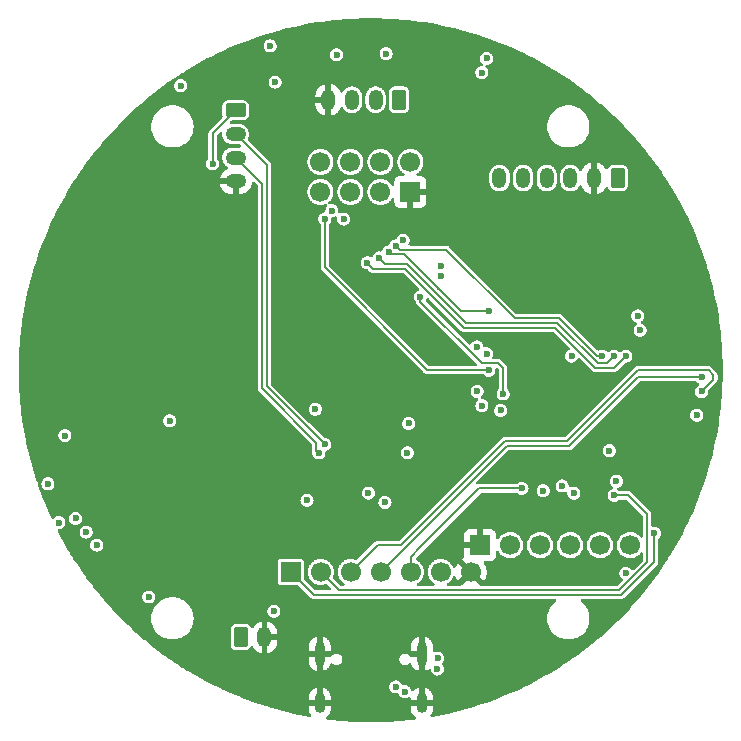
<source format=gbr>
%TF.GenerationSoftware,KiCad,Pcbnew,9.0.5*%
%TF.CreationDate,2026-01-03T13:47:43+01:00*%
%TF.ProjectId,CanSat,43616e53-6174-42e6-9b69-6361645f7063,rev?*%
%TF.SameCoordinates,Original*%
%TF.FileFunction,Copper,L3,Inr*%
%TF.FilePolarity,Positive*%
%FSLAX46Y46*%
G04 Gerber Fmt 4.6, Leading zero omitted, Abs format (unit mm)*
G04 Created by KiCad (PCBNEW 9.0.5) date 2026-01-03 13:47:43*
%MOMM*%
%LPD*%
G01*
G04 APERTURE LIST*
G04 Aperture macros list*
%AMRoundRect*
0 Rectangle with rounded corners*
0 $1 Rounding radius*
0 $2 $3 $4 $5 $6 $7 $8 $9 X,Y pos of 4 corners*
0 Add a 4 corners polygon primitive as box body*
4,1,4,$2,$3,$4,$5,$6,$7,$8,$9,$2,$3,0*
0 Add four circle primitives for the rounded corners*
1,1,$1+$1,$2,$3*
1,1,$1+$1,$4,$5*
1,1,$1+$1,$6,$7*
1,1,$1+$1,$8,$9*
0 Add four rect primitives between the rounded corners*
20,1,$1+$1,$2,$3,$4,$5,0*
20,1,$1+$1,$4,$5,$6,$7,0*
20,1,$1+$1,$6,$7,$8,$9,0*
20,1,$1+$1,$8,$9,$2,$3,0*%
G04 Aperture macros list end*
%TA.AperFunction,ComponentPad*%
%ADD10O,1.200000X1.750000*%
%TD*%
%TA.AperFunction,ComponentPad*%
%ADD11RoundRect,0.250000X0.350000X0.625000X-0.350000X0.625000X-0.350000X-0.625000X0.350000X-0.625000X0*%
%TD*%
%TA.AperFunction,ComponentPad*%
%ADD12RoundRect,0.250000X-0.350000X-0.625000X0.350000X-0.625000X0.350000X0.625000X-0.350000X0.625000X0*%
%TD*%
%TA.AperFunction,HeatsinkPad*%
%ADD13C,0.600000*%
%TD*%
%TA.AperFunction,ComponentPad*%
%ADD14R,1.700000X1.700000*%
%TD*%
%TA.AperFunction,ComponentPad*%
%ADD15C,1.700000*%
%TD*%
%TA.AperFunction,HeatsinkPad*%
%ADD16O,0.900000X2.000000*%
%TD*%
%TA.AperFunction,HeatsinkPad*%
%ADD17O,0.900000X1.700000*%
%TD*%
%TA.AperFunction,ComponentPad*%
%ADD18RoundRect,0.250000X-0.625000X0.350000X-0.625000X-0.350000X0.625000X-0.350000X0.625000X0.350000X0*%
%TD*%
%TA.AperFunction,ComponentPad*%
%ADD19O,1.750000X1.200000*%
%TD*%
%TA.AperFunction,ViaPad*%
%ADD20C,0.600000*%
%TD*%
%TA.AperFunction,Conductor*%
%ADD21C,0.200000*%
%TD*%
G04 APERTURE END LIST*
D10*
%TO.N,Net-(J6-Pin_6)*%
%TO.C,J6*%
X110896838Y-83731832D03*
%TO.N,Net-(J6-Pin_5)*%
X112896838Y-83731832D03*
%TO.N,Net-(J6-Pin_4)*%
X114896838Y-83731832D03*
%TO.N,Net-(J6-Pin_3)*%
X116896838Y-83731832D03*
%TO.N,GND*%
X118896838Y-83731832D03*
D11*
%TO.N,+12V*%
X120896838Y-83731832D03*
%TD*%
D12*
%TO.N,/PSU/Input-Voltage*%
%TO.C,J2*%
X89000000Y-122600000D03*
D10*
%TO.N,GND*%
X91000000Y-122600000D03*
%TD*%
D13*
%TO.N,GND*%
%TO.C,U3*%
X113216000Y-101176400D03*
X113216000Y-102576400D03*
X113916000Y-100476400D03*
X113916000Y-101876400D03*
X113916000Y-103276400D03*
X114616000Y-101176400D03*
X114616000Y-102576400D03*
X115316000Y-100476400D03*
X115316000Y-101876400D03*
X115316000Y-103276400D03*
X116016000Y-101176400D03*
X116016000Y-102576400D03*
%TD*%
D14*
%TO.N,GND*%
%TO.C,J7*%
X109250000Y-114800000D03*
D15*
%TO.N,/SPI_MISO*%
X111790000Y-114800000D03*
%TO.N,/SPI_CLK*%
X114330000Y-114800000D03*
%TO.N,/SPI_MOSI*%
X116870000Y-114800000D03*
%TO.N,/sd_cs*%
X119410000Y-114800000D03*
%TO.N,+3.3V*%
X121950000Y-114800000D03*
%TD*%
D16*
%TO.N,GND*%
%TO.C,J12*%
X95680000Y-123995000D03*
D17*
X95680000Y-128165000D03*
D16*
X104320000Y-123995000D03*
D17*
X104320000Y-128165000D03*
%TD*%
D14*
%TO.N,/M0*%
%TO.C,J5*%
X93225000Y-117075000D03*
D15*
%TO.N,/M1*%
X95765000Y-117075000D03*
%TO.N,/RX*%
X98305000Y-117075000D03*
%TO.N,/TX*%
X100845000Y-117075000D03*
%TO.N,/AUX*%
X103385000Y-117075000D03*
%TO.N,+3.3V*%
X105925000Y-117075000D03*
%TO.N,GND*%
X108465000Y-117075000D03*
%TD*%
D18*
%TO.N,+3.3V*%
%TO.C,J1*%
X88550000Y-78000000D03*
D19*
%TO.N,/GPS_RX*%
X88550000Y-80000000D03*
%TO.N,/GPS_TX*%
X88550000Y-82000000D03*
%TO.N,GND*%
X88550000Y-84000000D03*
%TD*%
D11*
%TO.N,+3.3V*%
%TO.C,J3*%
X102400000Y-77100000D03*
D10*
%TO.N,/Fast-SCL*%
X100400000Y-77100000D03*
%TO.N,/Fast-SDA*%
X98400000Y-77100000D03*
%TO.N,GND*%
X96400000Y-77100000D03*
%TD*%
D14*
%TO.N,GND*%
%TO.C,J4*%
X103355000Y-84900000D03*
D15*
%TO.N,+3.3V*%
X103355000Y-82360000D03*
%TO.N,/2.4g_en*%
X100815000Y-84900000D03*
%TO.N,/2.4g_cs*%
X100815000Y-82360000D03*
%TO.N,/SPI_CLK*%
X98275000Y-84900000D03*
%TO.N,/SPI_MOSI*%
X98275000Y-82360000D03*
%TO.N,/SPI_MISO*%
X95735000Y-84900000D03*
%TO.N,/2.4g_int*%
X95735000Y-82360000D03*
%TD*%
D20*
%TO.N,+3.3V*%
X94600000Y-111000000D03*
%TO.N,/M0*%
X124000000Y-113800000D03*
%TO.N,/bno_cs*%
X110000000Y-95000000D03*
X111000000Y-103400000D03*
%TO.N,/bno_int*%
X99800000Y-110400000D03*
%TO.N,/bno_rst*%
X104200000Y-93800000D03*
X111200000Y-102000000D03*
X127600000Y-103800000D03*
%TO.N,/cam_int*%
X109000000Y-101800000D03*
%TO.N,/cam_rst*%
X120200000Y-106800000D03*
%TO.N,/cam_cs*%
X109400000Y-103000000D03*
%TO.N,/2.4g_cs*%
X101200000Y-111200000D03*
%TO.N,/SPI_MISO*%
X121600000Y-98800000D03*
%TO.N,/SPI_CLK*%
X120600000Y-98800000D03*
%TO.N,/SPI_MOSI*%
X119600000Y-98800000D03*
X114600000Y-110200000D03*
%TO.N,/GPS_TX*%
X95600000Y-107000000D03*
%TO.N,/GPS_RX*%
X96100000Y-106276946D03*
%TO.N,/Alert*%
X110000000Y-100000000D03*
%TO.N,/M1*%
X120600000Y-110600000D03*
%TO.N,/AUX*%
X112800000Y-110000000D03*
%TO.N,/RX*%
X128000000Y-101800000D03*
%TO.N,/TX*%
X128000000Y-100600000D03*
%TO.N,/Slow-SDA*%
X122600000Y-95400000D03*
%TO.N,/Slow-SCL*%
X122800000Y-96600000D03*
%TO.N,/Fast-SDA*%
X108975735Y-98024265D03*
%TO.N,/Fast-SCL*%
X109800000Y-98600000D03*
%TO.N,/SPI_MISO*%
X117200000Y-110400000D03*
%TO.N,/SPI_CLK*%
X116200000Y-109800000D03*
%TO.N,GND*%
X85750000Y-109500000D03*
X71750000Y-91850000D03*
X85400000Y-85500000D03*
X84000000Y-86900000D03*
X86200000Y-93200000D03*
X97500000Y-94200000D03*
X93000000Y-81500000D03*
X87086837Y-108623003D03*
X87800000Y-109500000D03*
X87100000Y-109500000D03*
X85759462Y-110353553D03*
X82600000Y-88200000D03*
X71350000Y-93450000D03*
X86200000Y-93900000D03*
X70600000Y-99150000D03*
X70700000Y-97550000D03*
X70850000Y-95800000D03*
X80500000Y-104400000D03*
X70750000Y-96700000D03*
X86400000Y-109500000D03*
X85736837Y-108623003D03*
X96100000Y-96500000D03*
X85500000Y-93900000D03*
X86900000Y-93900000D03*
X86386837Y-108623003D03*
X85750000Y-109500000D03*
X71000000Y-95050000D03*
X93000000Y-82400000D03*
X87600000Y-93900000D03*
X85500000Y-93200000D03*
X87786837Y-108623003D03*
X86900000Y-93200000D03*
X87809462Y-110353553D03*
X71150000Y-94250000D03*
X86409462Y-110353553D03*
X70650000Y-98350000D03*
X80100000Y-112600000D03*
X81900000Y-118500000D03*
X87109462Y-110353553D03*
X71550000Y-92650000D03*
X87600000Y-93200000D03*
X85750000Y-109500000D03*
%TO.N,+3.3V*%
X91800000Y-120400000D03*
X105925000Y-92000000D03*
X105925000Y-91200000D03*
X86600000Y-82500000D03*
X103200000Y-104500000D03*
%TO.N,/Slow-SDA*%
X96700000Y-86500000D03*
X101300000Y-73200000D03*
X91472235Y-72534686D03*
X109800000Y-73600000D03*
%TO.N,/Slow-SCL*%
X109400000Y-74800000D03*
X91900000Y-75600000D03*
X97100000Y-73300000D03*
X97700000Y-87200000D03*
%TO.N,/sd_cs*%
X120800000Y-109400000D03*
%TO.N,/SPI_CLK*%
X100691185Y-90493187D03*
%TO.N,/SPI_MISO*%
X99708635Y-90908635D03*
%TO.N,/SPI_MOSI*%
X102100000Y-89469434D03*
%TO.N,/bno_cs*%
X101500000Y-89998585D03*
%TO.N,/bno_int*%
X102730072Y-88976472D03*
%TO.N,Net-(U14-Vbus)*%
X95300000Y-103300000D03*
X82967026Y-104273341D03*
%TO.N,/Alert*%
X96102502Y-87188446D03*
%TO.N,+12V*%
X83900000Y-75900000D03*
%TO.N,/ESP32-S3-WROOM-1/esp_rxd0*%
X102108000Y-126812000D03*
X105638600Y-125298200D03*
%TO.N,/ESP32-S3-WROOM-1/esp_txd0*%
X102870000Y-127213000D03*
X105664000Y-124383800D03*
%TO.N,/ESP32-S3-WROOM-1/ESP_EN*%
X117000000Y-98800000D03*
X76800000Y-114800000D03*
%TO.N,Net-(Q1-B)*%
X73595064Y-112895064D03*
%TO.N,/ESP32-S3-WROOM-1/DTR*%
X72664630Y-109616100D03*
%TO.N,/ESP32-S3-WROOM-1/ESP_IO0*%
X81200000Y-119200000D03*
X74100000Y-105534361D03*
X75000000Y-112550000D03*
%TO.N,/4K-CAM/LINK*%
X103100000Y-107000000D03*
X121600000Y-117200000D03*
%TO.N,/PSU/Input-Voltage*%
X75900000Y-113700000D03*
%TD*%
D21*
%TO.N,/M0*%
X124000000Y-116217043D02*
X124000000Y-113800000D01*
X121216043Y-119001000D02*
X124000000Y-116217043D01*
X116000000Y-119000000D02*
X116001000Y-119001000D01*
X116001000Y-119001000D02*
X121216043Y-119001000D01*
X104400000Y-119000000D02*
X116000000Y-119000000D01*
%TO.N,/M1*%
X123400000Y-112200000D02*
X121800000Y-110600000D01*
X121800000Y-110600000D02*
X120600000Y-110600000D01*
X123400000Y-116249943D02*
X123400000Y-112200000D01*
X121049943Y-118600000D02*
X123400000Y-116249943D01*
X97290000Y-118600000D02*
X121049943Y-118600000D01*
X95765000Y-117075000D02*
X97290000Y-118600000D01*
%TO.N,/bno_cs*%
X107630566Y-95000000D02*
X110000000Y-95000000D01*
X105615283Y-92984717D02*
X107630566Y-95000000D01*
X105615283Y-92984717D02*
X105715283Y-93084717D01*
X102830566Y-90200000D02*
X105615283Y-92984717D01*
X102400000Y-90200000D02*
X102830566Y-90200000D01*
X102399000Y-90201000D02*
X102400000Y-90200000D01*
X101702415Y-90201000D02*
X102399000Y-90201000D01*
X101500000Y-89998585D02*
X101702415Y-90201000D01*
%TO.N,/SPI_MOSI*%
X102430566Y-89800000D02*
X102100000Y-89469434D01*
X106400000Y-89800000D02*
X102430566Y-89800000D01*
X112200000Y-95600000D02*
X106400000Y-89800000D01*
X115967100Y-95600000D02*
X112200000Y-95600000D01*
X119167100Y-98800000D02*
X115967100Y-95600000D01*
X119600000Y-98800000D02*
X119167100Y-98800000D01*
%TO.N,/bno_rst*%
X104200000Y-94200000D02*
X104200000Y-93800000D01*
X110800000Y-99400000D02*
X109400000Y-99400000D01*
X109400000Y-99400000D02*
X104200000Y-94200000D01*
X111200000Y-99800000D02*
X110800000Y-99400000D01*
X111200000Y-102000000D02*
X111200000Y-99800000D01*
%TO.N,/SPI_MISO*%
X100201000Y-91401000D02*
X99708635Y-90908635D01*
X102897366Y-91401000D02*
X100201000Y-91401000D01*
X107898366Y-96402000D02*
X102897366Y-91401000D01*
X115618450Y-96402000D02*
X107898366Y-96402000D01*
X119018450Y-99802000D02*
X115618450Y-96402000D01*
X120598000Y-99802000D02*
X119018450Y-99802000D01*
X121600000Y-98800000D02*
X120598000Y-99802000D01*
%TO.N,/SPI_CLK*%
X103063466Y-91000000D02*
X101197998Y-91000000D01*
X108064466Y-96001000D02*
X103063466Y-91000000D01*
X115801000Y-96001000D02*
X108064466Y-96001000D01*
X119201000Y-99401000D02*
X115801000Y-96001000D01*
X119999000Y-99401000D02*
X119201000Y-99401000D01*
X101197998Y-91000000D02*
X100691185Y-90493187D01*
X120600000Y-98800000D02*
X119999000Y-99401000D01*
%TO.N,/GPS_TX*%
X95400000Y-106800000D02*
X95600000Y-107000000D01*
X90799000Y-101543046D02*
X95400000Y-106144046D01*
X90799000Y-84249000D02*
X90799000Y-101543046D01*
X88550000Y-82000000D02*
X90799000Y-84249000D01*
X95400000Y-106144046D02*
X95400000Y-106800000D01*
%TO.N,/GPS_RX*%
X91200000Y-82650000D02*
X88550000Y-80000000D01*
X96100000Y-106276946D02*
X91200000Y-101376946D01*
X91200000Y-101376946D02*
X91200000Y-82650000D01*
%TO.N,+3.3V*%
X86600000Y-79950000D02*
X88550000Y-78000000D01*
X86600000Y-82500000D02*
X86600000Y-79950000D01*
%TO.N,/Alert*%
X96102502Y-91302502D02*
X96102502Y-87188446D01*
X104800000Y-100000000D02*
X96102502Y-91302502D01*
X110000000Y-100000000D02*
X104800000Y-100000000D01*
%TO.N,/M0*%
X104400000Y-119000000D02*
X104599000Y-119000000D01*
X95150000Y-119000000D02*
X104400000Y-119000000D01*
X93225000Y-117075000D02*
X95150000Y-119000000D01*
%TO.N,/AUX*%
X109200000Y-110000000D02*
X112800000Y-110000000D01*
X104200000Y-115000000D02*
X109200000Y-110000000D01*
X103385000Y-115815000D02*
X104200000Y-115000000D01*
X103385000Y-117075000D02*
X103385000Y-115815000D01*
%TO.N,/RX*%
X129000000Y-100800000D02*
X128000000Y-101800000D01*
X129000000Y-100400000D02*
X129000000Y-100800000D01*
X128599000Y-99999000D02*
X129000000Y-100400000D01*
X122633900Y-99999000D02*
X128599000Y-99999000D01*
X116633900Y-105999000D02*
X122633900Y-99999000D01*
X111353900Y-105999000D02*
X116633900Y-105999000D01*
X102552900Y-114800000D02*
X111353900Y-105999000D01*
X100580000Y-114800000D02*
X102552900Y-114800000D01*
X98305000Y-117075000D02*
X100580000Y-114800000D01*
%TO.N,/TX*%
X111520000Y-106400000D02*
X100845000Y-117075000D01*
X122600000Y-100600000D02*
X116800000Y-106400000D01*
X116800000Y-106400000D02*
X111520000Y-106400000D01*
X128000000Y-100600000D02*
X122600000Y-100600000D01*
%TD*%
%TA.AperFunction,Conductor*%
%TO.N,GND*%
G36*
X107983784Y-117213636D02*
G01*
X108002332Y-117266643D01*
X108026699Y-117317241D01*
X108056577Y-117364792D01*
X108091591Y-117408698D01*
X108131302Y-117448409D01*
X108175208Y-117483423D01*
X108222759Y-117513301D01*
X108273357Y-117537668D01*
X108326364Y-117556216D01*
X108335297Y-117558254D01*
X107684371Y-118209181D01*
X107659811Y-118228232D01*
X107631285Y-118240576D01*
X107600585Y-118245439D01*
X107596690Y-118245500D01*
X106568470Y-118245500D01*
X106537632Y-118241604D01*
X106508733Y-118230162D01*
X106483586Y-118211892D01*
X106463773Y-118187943D01*
X106450539Y-118159818D01*
X106444715Y-118129286D01*
X106446666Y-118098265D01*
X106456271Y-118068703D01*
X106472926Y-118042459D01*
X106495585Y-118021182D01*
X106503681Y-118015772D01*
X106539081Y-117994079D01*
X106539101Y-117994067D01*
X106609317Y-117943052D01*
X106675314Y-117886685D01*
X106736685Y-117825314D01*
X106793052Y-117759317D01*
X106844067Y-117689101D01*
X106889415Y-117615098D01*
X106928818Y-117537766D01*
X106949421Y-117488025D01*
X106964819Y-117461029D01*
X106986450Y-117438707D01*
X107012952Y-117422466D01*
X107042661Y-117413327D01*
X107073709Y-117411862D01*
X107104146Y-117418165D01*
X107132059Y-117431839D01*
X107155695Y-117452026D01*
X107173567Y-117477456D01*
X107182537Y-117499508D01*
X107182569Y-117499498D01*
X107182732Y-117499988D01*
X107182955Y-117500536D01*
X107183258Y-117501570D01*
X107183272Y-117501612D01*
X107216972Y-117591965D01*
X107257019Y-117679657D01*
X107257023Y-117679664D01*
X107303238Y-117764300D01*
X107303242Y-117764306D01*
X107349758Y-117836687D01*
X107981744Y-117204701D01*
X107983784Y-117213636D01*
G37*
%TD.AperFunction*%
%TA.AperFunction,Conductor*%
G36*
X100244832Y-70201513D02*
G01*
X100730330Y-70209458D01*
X100732212Y-70209504D01*
X101217737Y-70225398D01*
X101219552Y-70225472D01*
X101704711Y-70249307D01*
X101706556Y-70249412D01*
X102191300Y-70281184D01*
X102193158Y-70281322D01*
X102677136Y-70321006D01*
X102679105Y-70321183D01*
X103162448Y-70368788D01*
X103164365Y-70368994D01*
X103646812Y-70424496D01*
X103648828Y-70424744D01*
X104130228Y-70488122D01*
X104132129Y-70488387D01*
X104612572Y-70559654D01*
X104614411Y-70559942D01*
X105093586Y-70639055D01*
X105095579Y-70639401D01*
X105573377Y-70726339D01*
X105575253Y-70726696D01*
X106051504Y-70821429D01*
X106053480Y-70821838D01*
X106528169Y-70924361D01*
X106529974Y-70924766D01*
X107003034Y-71035068D01*
X107004893Y-71035518D01*
X107476004Y-71153525D01*
X107477850Y-71154003D01*
X107946942Y-71279696D01*
X107948865Y-71280228D01*
X108415875Y-71413590D01*
X108417629Y-71414106D01*
X108882417Y-71555098D01*
X108884275Y-71555678D01*
X109346683Y-71704253D01*
X109348470Y-71704844D01*
X109808366Y-71860957D01*
X109810214Y-71861602D01*
X110267418Y-72025192D01*
X110269261Y-72025868D01*
X110723763Y-72196931D01*
X110725592Y-72197636D01*
X111177246Y-72376117D01*
X111179044Y-72376844D01*
X111627775Y-72562715D01*
X111629503Y-72563448D01*
X112075078Y-72756611D01*
X112076867Y-72757403D01*
X112519247Y-72957843D01*
X112520941Y-72958628D01*
X112960054Y-73166313D01*
X112961765Y-73167140D01*
X113397305Y-73381924D01*
X113399065Y-73382810D01*
X113831104Y-73604729D01*
X113832734Y-73605583D01*
X114219908Y-73812532D01*
X114261013Y-73834503D01*
X114262790Y-73835471D01*
X114687275Y-74071373D01*
X114688968Y-74072333D01*
X115109566Y-74315165D01*
X115111195Y-74316124D01*
X115382306Y-74478621D01*
X115527737Y-74565789D01*
X115529456Y-74566838D01*
X115657165Y-74646253D01*
X115941755Y-74823222D01*
X115943470Y-74824307D01*
X116351632Y-75087476D01*
X116353329Y-75088590D01*
X116757108Y-75358387D01*
X116758658Y-75359442D01*
X117151226Y-75631142D01*
X117157945Y-75635792D01*
X117159603Y-75636959D01*
X117422401Y-75825278D01*
X117554279Y-75919780D01*
X117555906Y-75920965D01*
X117924586Y-76194398D01*
X117945973Y-76210259D01*
X117947564Y-76211460D01*
X118320575Y-76497681D01*
X118332764Y-76507034D01*
X118334355Y-76508275D01*
X118500148Y-76639858D01*
X118714743Y-76810172D01*
X118716300Y-76811429D01*
X118865392Y-76933786D01*
X119091637Y-77119460D01*
X119093173Y-77120742D01*
X119446490Y-77420509D01*
X119463451Y-77434899D01*
X119464977Y-77436216D01*
X119799917Y-77729950D01*
X119830055Y-77756380D01*
X119831561Y-77757723D01*
X120164290Y-78059291D01*
X120191319Y-78083788D01*
X120192793Y-78085145D01*
X120501969Y-78374721D01*
X120547235Y-78417117D01*
X120548695Y-78418507D01*
X120605903Y-78473873D01*
X120897620Y-78756196D01*
X120899066Y-78757619D01*
X121242380Y-79100933D01*
X121243803Y-79102379D01*
X121426722Y-79291385D01*
X121581483Y-79451295D01*
X121582876Y-79452758D01*
X121901428Y-79792872D01*
X121914836Y-79807187D01*
X121916197Y-79808665D01*
X122190802Y-80111645D01*
X122242269Y-80168430D01*
X122243618Y-80169943D01*
X122440918Y-80394921D01*
X122563775Y-80535012D01*
X122565099Y-80536547D01*
X122863376Y-80888108D01*
X122879239Y-80906804D01*
X122880531Y-80908352D01*
X123171017Y-81262311D01*
X123188552Y-81283677D01*
X123189827Y-81285256D01*
X123491717Y-81665635D01*
X123492965Y-81667235D01*
X123553326Y-81745899D01*
X123765836Y-82022848D01*
X123788518Y-82052407D01*
X123789734Y-82054018D01*
X123846633Y-82130737D01*
X124079024Y-82444080D01*
X124080219Y-82445720D01*
X124363039Y-82840395D01*
X124364207Y-82842054D01*
X124463130Y-82984984D01*
X124631360Y-83228052D01*
X124640513Y-83241276D01*
X124641630Y-83242918D01*
X124773053Y-83439606D01*
X124911409Y-83646671D01*
X124912523Y-83648367D01*
X125175692Y-84056529D01*
X125176777Y-84058244D01*
X125433153Y-84470531D01*
X125434210Y-84472262D01*
X125501587Y-84584674D01*
X125673756Y-84871921D01*
X125683840Y-84888744D01*
X125684856Y-84890471D01*
X125727460Y-84964263D01*
X125927646Y-85310995D01*
X125928646Y-85312760D01*
X126164525Y-85737204D01*
X126165496Y-85738986D01*
X126262093Y-85919706D01*
X126358211Y-86099531D01*
X126394371Y-86167180D01*
X126395293Y-86168940D01*
X126517566Y-86406984D01*
X126617176Y-86600908D01*
X126618088Y-86602720D01*
X126832830Y-87038174D01*
X126833710Y-87039995D01*
X127036446Y-87468644D01*
X127041338Y-87478986D01*
X127042181Y-87480807D01*
X127102578Y-87614106D01*
X127242581Y-87923100D01*
X127243403Y-87924955D01*
X127436521Y-88370425D01*
X127437313Y-88372293D01*
X127623138Y-88820914D01*
X127623899Y-88822795D01*
X127802350Y-89274375D01*
X127803080Y-89276268D01*
X127974119Y-89730707D01*
X127974818Y-89732612D01*
X128138391Y-90189769D01*
X128139059Y-90191684D01*
X128215323Y-90416350D01*
X128291238Y-90639990D01*
X128295125Y-90651439D01*
X128295762Y-90653366D01*
X128444308Y-91115685D01*
X128444913Y-91117622D01*
X128479349Y-91231142D01*
X128582162Y-91570072D01*
X128585864Y-91582274D01*
X128586432Y-91584203D01*
X128602126Y-91639161D01*
X128719766Y-92051118D01*
X128720307Y-92053073D01*
X128845980Y-92522090D01*
X128846489Y-92524054D01*
X128964467Y-92995049D01*
X128964944Y-92997021D01*
X129075214Y-93469941D01*
X129075658Y-93471921D01*
X129178158Y-93946508D01*
X129178570Y-93948495D01*
X129273291Y-94424686D01*
X129273671Y-94426679D01*
X129360597Y-94904414D01*
X129360944Y-94906413D01*
X129440042Y-95385497D01*
X129440356Y-95387502D01*
X129511605Y-95867826D01*
X129511886Y-95869835D01*
X129575255Y-96351174D01*
X129575503Y-96353187D01*
X129631005Y-96835634D01*
X129631221Y-96837652D01*
X129678813Y-97320868D01*
X129678995Y-97322889D01*
X129718670Y-97806755D01*
X129718820Y-97808778D01*
X129750581Y-98293353D01*
X129750697Y-98295379D01*
X129774522Y-98780341D01*
X129774605Y-98782368D01*
X129790493Y-99267718D01*
X129790542Y-99269746D01*
X129798486Y-99755167D01*
X129798503Y-99757196D01*
X129798503Y-100242803D01*
X129798402Y-100243602D01*
X129798486Y-100244832D01*
X129790542Y-100730253D01*
X129790493Y-100732281D01*
X129774605Y-101217631D01*
X129774522Y-101219658D01*
X129750697Y-101704620D01*
X129750581Y-101706646D01*
X129718820Y-102191221D01*
X129718670Y-102193244D01*
X129678995Y-102677110D01*
X129678813Y-102679131D01*
X129631221Y-103162347D01*
X129631005Y-103164365D01*
X129575503Y-103646812D01*
X129575255Y-103648825D01*
X129511886Y-104130164D01*
X129511605Y-104132173D01*
X129440356Y-104612497D01*
X129440042Y-104614502D01*
X129360944Y-105093586D01*
X129360597Y-105095585D01*
X129273671Y-105573320D01*
X129273291Y-105575313D01*
X129178570Y-106051504D01*
X129178158Y-106053491D01*
X129075658Y-106528078D01*
X129075214Y-106530058D01*
X128964944Y-107002978D01*
X128964467Y-107004950D01*
X128846489Y-107475945D01*
X128845980Y-107477909D01*
X128720307Y-107946926D01*
X128719766Y-107948881D01*
X128586437Y-108415779D01*
X128585864Y-108417725D01*
X128444913Y-108882377D01*
X128444308Y-108884314D01*
X128295762Y-109346633D01*
X128295125Y-109348560D01*
X128139059Y-109808315D01*
X128138391Y-109810230D01*
X127974818Y-110267387D01*
X127974119Y-110269292D01*
X127803080Y-110723731D01*
X127802350Y-110725624D01*
X127623899Y-111177204D01*
X127623138Y-111179085D01*
X127437313Y-111627706D01*
X127436521Y-111629574D01*
X127243403Y-112075044D01*
X127242581Y-112076899D01*
X127042190Y-112519172D01*
X127041338Y-112521013D01*
X126833713Y-112959998D01*
X126832830Y-112961825D01*
X126618088Y-113397279D01*
X126617176Y-113399091D01*
X126395313Y-113831022D01*
X126394371Y-113832819D01*
X126165496Y-114261013D01*
X126164525Y-114262795D01*
X125928646Y-114687239D01*
X125927646Y-114689004D01*
X125684869Y-115109506D01*
X125683840Y-115111255D01*
X125434210Y-115527737D01*
X125433153Y-115529468D01*
X125176777Y-115941755D01*
X125175692Y-115943470D01*
X124912523Y-116351632D01*
X124911409Y-116353328D01*
X124641654Y-116757046D01*
X124640513Y-116758723D01*
X124364207Y-117157945D01*
X124363039Y-117159604D01*
X124080219Y-117554279D01*
X124079024Y-117555919D01*
X123789740Y-117945973D01*
X123788518Y-117947592D01*
X123492965Y-118332764D01*
X123491717Y-118334364D01*
X123189827Y-118714743D01*
X123188552Y-118716322D01*
X122880539Y-119091637D01*
X122879239Y-119093195D01*
X122565100Y-119463451D01*
X122563775Y-119464987D01*
X122243619Y-119830055D01*
X122242269Y-119831569D01*
X121916211Y-120191319D01*
X121914836Y-120192812D01*
X121582882Y-120547235D01*
X121581483Y-120548704D01*
X121243803Y-120897620D01*
X121242380Y-120899066D01*
X120899066Y-121242380D01*
X120897620Y-121243803D01*
X120548704Y-121581483D01*
X120547235Y-121582882D01*
X120192812Y-121914836D01*
X120191319Y-121916211D01*
X119831569Y-122242269D01*
X119830055Y-122243619D01*
X119464987Y-122563775D01*
X119463451Y-122565100D01*
X119093195Y-122879239D01*
X119091637Y-122880539D01*
X118716322Y-123188552D01*
X118714743Y-123189827D01*
X118334364Y-123491717D01*
X118332764Y-123492965D01*
X117947592Y-123788518D01*
X117945973Y-123789740D01*
X117555919Y-124079024D01*
X117554279Y-124080219D01*
X117159604Y-124363039D01*
X117157945Y-124364207D01*
X116758723Y-124640513D01*
X116757046Y-124641654D01*
X116353328Y-124911409D01*
X116351632Y-124912523D01*
X115943470Y-125175692D01*
X115941755Y-125176777D01*
X115529468Y-125433153D01*
X115527737Y-125434210D01*
X115111255Y-125683840D01*
X115109506Y-125684869D01*
X114689004Y-125927646D01*
X114687239Y-125928646D01*
X114262795Y-126164525D01*
X114261013Y-126165496D01*
X113832819Y-126394371D01*
X113831022Y-126395313D01*
X113399091Y-126617176D01*
X113397279Y-126618088D01*
X112961825Y-126832830D01*
X112959998Y-126833713D01*
X112521013Y-127041338D01*
X112519172Y-127042190D01*
X112076899Y-127242581D01*
X112075044Y-127243403D01*
X111629574Y-127436521D01*
X111627706Y-127437313D01*
X111179085Y-127623138D01*
X111177204Y-127623899D01*
X110725624Y-127802350D01*
X110723731Y-127803080D01*
X110269292Y-127974119D01*
X110267387Y-127974818D01*
X109810230Y-128138391D01*
X109808315Y-128139059D01*
X109348560Y-128295125D01*
X109346633Y-128295762D01*
X108884314Y-128444308D01*
X108882377Y-128444913D01*
X108417725Y-128585864D01*
X108415779Y-128586437D01*
X107948881Y-128719766D01*
X107946926Y-128720307D01*
X107477909Y-128845980D01*
X107475945Y-128846489D01*
X107004950Y-128964467D01*
X107002978Y-128964944D01*
X106530058Y-129075214D01*
X106528078Y-129075658D01*
X106053491Y-129178158D01*
X106051504Y-129178570D01*
X105575313Y-129273291D01*
X105573320Y-129273671D01*
X105193947Y-129342700D01*
X105162910Y-129344388D01*
X105132429Y-129338304D01*
X105104418Y-129324831D01*
X105080638Y-129304815D01*
X105062583Y-129279514D01*
X105051387Y-129250517D01*
X105047753Y-129219648D01*
X105051911Y-129188845D01*
X105063599Y-129160043D01*
X105073384Y-129145202D01*
X105074415Y-129143858D01*
X105121973Y-129075938D01*
X105121983Y-129075922D01*
X105163458Y-129004085D01*
X105198524Y-128928887D01*
X105198532Y-128928869D01*
X105226887Y-128850962D01*
X105226897Y-128850928D01*
X105248360Y-128770831D01*
X105248364Y-128770813D01*
X105262769Y-128689121D01*
X105269999Y-128606479D01*
X105270000Y-128606479D01*
X105270000Y-128415000D01*
X104620000Y-128415000D01*
X104620000Y-127915000D01*
X105270000Y-127915000D01*
X105270000Y-127723521D01*
X105269999Y-127723520D01*
X105262769Y-127640878D01*
X105248364Y-127559186D01*
X105248360Y-127559168D01*
X105226897Y-127479071D01*
X105226887Y-127479037D01*
X105198532Y-127401130D01*
X105198524Y-127401112D01*
X105163458Y-127325914D01*
X105121983Y-127254077D01*
X105121973Y-127254061D01*
X105074403Y-127186124D01*
X105021078Y-127122575D01*
X104962424Y-127063921D01*
X104898875Y-127010596D01*
X104830938Y-126963026D01*
X104830922Y-126963016D01*
X104759085Y-126921541D01*
X104683887Y-126886475D01*
X104683869Y-126886467D01*
X104605945Y-126858106D01*
X104570000Y-126848473D01*
X104570000Y-127598705D01*
X104548827Y-127569563D01*
X104515437Y-127536173D01*
X104477234Y-127508417D01*
X104435160Y-127486979D01*
X104390250Y-127472387D01*
X104343611Y-127465000D01*
X104296389Y-127465000D01*
X104249750Y-127472387D01*
X104204840Y-127486979D01*
X104162766Y-127508417D01*
X104124563Y-127536173D01*
X104091173Y-127569563D01*
X104070000Y-127598705D01*
X104070000Y-126848474D01*
X104069999Y-126848473D01*
X104034054Y-126858106D01*
X103956130Y-126886467D01*
X103956112Y-126886475D01*
X103880914Y-126921541D01*
X103809077Y-126963016D01*
X103809061Y-126963026D01*
X103741124Y-127010596D01*
X103677575Y-127063921D01*
X103618909Y-127122587D01*
X103617852Y-127123741D01*
X103617221Y-127124275D01*
X103617006Y-127124491D01*
X103616988Y-127124473D01*
X103594142Y-127143839D01*
X103566178Y-127157410D01*
X103535718Y-127163599D01*
X103504675Y-127162019D01*
X103475001Y-127152769D01*
X103448559Y-127136429D01*
X103427012Y-127114028D01*
X103411713Y-127086971D01*
X103405558Y-127067534D01*
X103403668Y-127059252D01*
X103383100Y-127000469D01*
X103383096Y-127000461D01*
X103356078Y-126944359D01*
X103356076Y-126944355D01*
X103322941Y-126891621D01*
X103318831Y-126886467D01*
X103284110Y-126842928D01*
X103240072Y-126798890D01*
X103191379Y-126760059D01*
X103191380Y-126760059D01*
X103191378Y-126760058D01*
X103138644Y-126726923D01*
X103138640Y-126726921D01*
X103082538Y-126699903D01*
X103082530Y-126699899D01*
X103023747Y-126679331D01*
X102971134Y-126667323D01*
X102963029Y-126665473D01*
X102963027Y-126665472D01*
X102963015Y-126665470D01*
X102901146Y-126658500D01*
X102901140Y-126658500D01*
X102838860Y-126658500D01*
X102838853Y-126658500D01*
X102776984Y-126665470D01*
X102776962Y-126665474D01*
X102761575Y-126668986D01*
X102730644Y-126672049D01*
X102699923Y-126667323D01*
X102671342Y-126655105D01*
X102646697Y-126636164D01*
X102627538Y-126611689D01*
X102622268Y-126601896D01*
X102621095Y-126599461D01*
X102594076Y-126543355D01*
X102560941Y-126490621D01*
X102522110Y-126441928D01*
X102478072Y-126397890D01*
X102429379Y-126359059D01*
X102429380Y-126359059D01*
X102429378Y-126359058D01*
X102376644Y-126325923D01*
X102376640Y-126325921D01*
X102320538Y-126298903D01*
X102320530Y-126298899D01*
X102261747Y-126278331D01*
X102212311Y-126267048D01*
X102201029Y-126264473D01*
X102201027Y-126264472D01*
X102201015Y-126264470D01*
X102139146Y-126257500D01*
X102139140Y-126257500D01*
X102076860Y-126257500D01*
X102076853Y-126257500D01*
X102014984Y-126264470D01*
X102014971Y-126264473D01*
X101954252Y-126278331D01*
X101895469Y-126298899D01*
X101895461Y-126298903D01*
X101839359Y-126325921D01*
X101839355Y-126325923D01*
X101786621Y-126359058D01*
X101737924Y-126397893D01*
X101693893Y-126441924D01*
X101655058Y-126490621D01*
X101621923Y-126543355D01*
X101621921Y-126543359D01*
X101594903Y-126599461D01*
X101594899Y-126599469D01*
X101574331Y-126658252D01*
X101560473Y-126718971D01*
X101560470Y-126718984D01*
X101553500Y-126780853D01*
X101553500Y-126843146D01*
X101560470Y-126905015D01*
X101560473Y-126905028D01*
X101574331Y-126965747D01*
X101594899Y-127024530D01*
X101594903Y-127024538D01*
X101621921Y-127080640D01*
X101621923Y-127080644D01*
X101649339Y-127124275D01*
X101655059Y-127133379D01*
X101693890Y-127182072D01*
X101737928Y-127226110D01*
X101772978Y-127254061D01*
X101786621Y-127264941D01*
X101839355Y-127298076D01*
X101839359Y-127298078D01*
X101895461Y-127325096D01*
X101895469Y-127325100D01*
X101954252Y-127345668D01*
X101965535Y-127348243D01*
X102014971Y-127359527D01*
X102014979Y-127359527D01*
X102014984Y-127359529D01*
X102059342Y-127364526D01*
X102076854Y-127366499D01*
X102076857Y-127366500D01*
X102076860Y-127366500D01*
X102139143Y-127366500D01*
X102139144Y-127366499D01*
X102165993Y-127363474D01*
X102201015Y-127359529D01*
X102201018Y-127359528D01*
X102201029Y-127359527D01*
X102216422Y-127356013D01*
X102247347Y-127352950D01*
X102278069Y-127357674D01*
X102306651Y-127369890D01*
X102331296Y-127388830D01*
X102350457Y-127413304D01*
X102355730Y-127423102D01*
X102383917Y-127481632D01*
X102383923Y-127481644D01*
X102417058Y-127534378D01*
X102426766Y-127546552D01*
X102455890Y-127583072D01*
X102499928Y-127627110D01*
X102517193Y-127640878D01*
X102548621Y-127665941D01*
X102601355Y-127699076D01*
X102601359Y-127699078D01*
X102657461Y-127726096D01*
X102657469Y-127726100D01*
X102716252Y-127746668D01*
X102727535Y-127749243D01*
X102776971Y-127760527D01*
X102776979Y-127760527D01*
X102776984Y-127760529D01*
X102821342Y-127765526D01*
X102838854Y-127767499D01*
X102838857Y-127767500D01*
X102838860Y-127767500D01*
X102901143Y-127767500D01*
X102901144Y-127767499D01*
X102927993Y-127764474D01*
X102963015Y-127760529D01*
X102963018Y-127760528D01*
X102963029Y-127760527D01*
X103023747Y-127746668D01*
X103038834Y-127741389D01*
X103082530Y-127726100D01*
X103082538Y-127726096D01*
X103108295Y-127713692D01*
X103138645Y-127699076D01*
X103180029Y-127673072D01*
X103208211Y-127659965D01*
X103238769Y-127654278D01*
X103269781Y-127656369D01*
X103299299Y-127666106D01*
X103325468Y-127682879D01*
X103346644Y-127705632D01*
X103361496Y-127732937D01*
X103369091Y-127763077D01*
X103370000Y-127778067D01*
X103370000Y-127915000D01*
X104020000Y-127915000D01*
X104020000Y-128415000D01*
X103370000Y-128415000D01*
X103370000Y-128606479D01*
X103377230Y-128689121D01*
X103391635Y-128770813D01*
X103391639Y-128770831D01*
X103413102Y-128850928D01*
X103413112Y-128850962D01*
X103441467Y-128928869D01*
X103441475Y-128928887D01*
X103476541Y-129004085D01*
X103518016Y-129075922D01*
X103518026Y-129075938D01*
X103565596Y-129143875D01*
X103618921Y-129207424D01*
X103677575Y-129266078D01*
X103741122Y-129319401D01*
X103772883Y-129341640D01*
X103773450Y-129342154D01*
X103774120Y-129342518D01*
X103784933Y-129352566D01*
X103795910Y-129362519D01*
X103796330Y-129363157D01*
X103796889Y-129363676D01*
X103804880Y-129376122D01*
X103813020Y-129388468D01*
X103813267Y-129389188D01*
X103813682Y-129389833D01*
X103818334Y-129403901D01*
X103823140Y-129417857D01*
X103823201Y-129418617D01*
X103823441Y-129419343D01*
X103824447Y-129434100D01*
X103825633Y-129448840D01*
X103825503Y-129449592D01*
X103825555Y-129450354D01*
X103822859Y-129464897D01*
X103820343Y-129479469D01*
X103820030Y-129480165D01*
X103819891Y-129480916D01*
X103813668Y-129494321D01*
X103807602Y-129507820D01*
X103807124Y-129508417D01*
X103806804Y-129509109D01*
X103797442Y-129520546D01*
X103788210Y-129532112D01*
X103787600Y-129532571D01*
X103787117Y-129533162D01*
X103775181Y-129541929D01*
X103763387Y-129550818D01*
X103762684Y-129551110D01*
X103762067Y-129551564D01*
X103748307Y-129557095D01*
X103734691Y-129562763D01*
X103733715Y-129562960D01*
X103733227Y-129563157D01*
X103717946Y-129566155D01*
X103648825Y-129575255D01*
X103646812Y-129575503D01*
X103164365Y-129631005D01*
X103162347Y-129631221D01*
X102679131Y-129678813D01*
X102677110Y-129678995D01*
X102193244Y-129718670D01*
X102191221Y-129718820D01*
X101706646Y-129750581D01*
X101704620Y-129750697D01*
X101219658Y-129774522D01*
X101217631Y-129774605D01*
X100732281Y-129790493D01*
X100730253Y-129790542D01*
X100244833Y-129798486D01*
X100242804Y-129798503D01*
X99757196Y-129798503D01*
X99755167Y-129798486D01*
X99269746Y-129790542D01*
X99267718Y-129790493D01*
X98782368Y-129774605D01*
X98780341Y-129774522D01*
X98295379Y-129750697D01*
X98293353Y-129750581D01*
X97808778Y-129718820D01*
X97806755Y-129718670D01*
X97322889Y-129678995D01*
X97320868Y-129678813D01*
X96837652Y-129631221D01*
X96835634Y-129631005D01*
X96353187Y-129575503D01*
X96351174Y-129575255D01*
X96282053Y-129566155D01*
X96251987Y-129558268D01*
X96224828Y-129543151D01*
X96202282Y-129521755D01*
X96185765Y-129495424D01*
X96176314Y-129465813D01*
X96174525Y-129434782D01*
X96180509Y-129404281D01*
X96193891Y-129376226D01*
X96213829Y-129352381D01*
X96227117Y-129341639D01*
X96258880Y-129319399D01*
X96322424Y-129266078D01*
X96381078Y-129207424D01*
X96434403Y-129143875D01*
X96481973Y-129075938D01*
X96481983Y-129075922D01*
X96523458Y-129004085D01*
X96558524Y-128928887D01*
X96558532Y-128928869D01*
X96586887Y-128850962D01*
X96586897Y-128850928D01*
X96608360Y-128770831D01*
X96608364Y-128770813D01*
X96622769Y-128689121D01*
X96629999Y-128606479D01*
X96630000Y-128606479D01*
X96630000Y-128415000D01*
X95980000Y-128415000D01*
X95980000Y-127915000D01*
X96630000Y-127915000D01*
X96630000Y-127723521D01*
X96629999Y-127723520D01*
X96622769Y-127640878D01*
X96608364Y-127559186D01*
X96608360Y-127559168D01*
X96586897Y-127479071D01*
X96586887Y-127479037D01*
X96558532Y-127401130D01*
X96558524Y-127401112D01*
X96523458Y-127325914D01*
X96481983Y-127254077D01*
X96481973Y-127254061D01*
X96434403Y-127186124D01*
X96381078Y-127122575D01*
X96322424Y-127063921D01*
X96258875Y-127010596D01*
X96190938Y-126963026D01*
X96190922Y-126963016D01*
X96119085Y-126921541D01*
X96050939Y-126889763D01*
X96050933Y-126889759D01*
X96043906Y-126886482D01*
X96043869Y-126886467D01*
X95965945Y-126858106D01*
X95930000Y-126848473D01*
X95930000Y-127598705D01*
X95908827Y-127569563D01*
X95875437Y-127536173D01*
X95837234Y-127508417D01*
X95795160Y-127486979D01*
X95750250Y-127472387D01*
X95703611Y-127465000D01*
X95656389Y-127465000D01*
X95609750Y-127472387D01*
X95564840Y-127486979D01*
X95522766Y-127508417D01*
X95484563Y-127536173D01*
X95451173Y-127569563D01*
X95430000Y-127598705D01*
X95430000Y-126848474D01*
X95429999Y-126848473D01*
X95394054Y-126858106D01*
X95316130Y-126886467D01*
X95316112Y-126886475D01*
X95240914Y-126921541D01*
X95169077Y-126963016D01*
X95169061Y-126963026D01*
X95101124Y-127010596D01*
X95037575Y-127063921D01*
X94978921Y-127122575D01*
X94925596Y-127186124D01*
X94878026Y-127254061D01*
X94878016Y-127254077D01*
X94836541Y-127325914D01*
X94801475Y-127401112D01*
X94801467Y-127401130D01*
X94773112Y-127479037D01*
X94773102Y-127479071D01*
X94751639Y-127559168D01*
X94751635Y-127559186D01*
X94737230Y-127640878D01*
X94730000Y-127723520D01*
X94730000Y-127915000D01*
X95380000Y-127915000D01*
X95380000Y-128415000D01*
X94730000Y-128415000D01*
X94730000Y-128606479D01*
X94737230Y-128689121D01*
X94751635Y-128770813D01*
X94751639Y-128770831D01*
X94773102Y-128850928D01*
X94773112Y-128850962D01*
X94801467Y-128928869D01*
X94801475Y-128928887D01*
X94836541Y-129004085D01*
X94878016Y-129075922D01*
X94878026Y-129075938D01*
X94925589Y-129143864D01*
X94926629Y-129145220D01*
X94927087Y-129146004D01*
X94927148Y-129146091D01*
X94927140Y-129146096D01*
X94942310Y-129172057D01*
X94950824Y-129201951D01*
X94951636Y-129233023D01*
X94944696Y-129263321D01*
X94930439Y-129290941D01*
X94909761Y-129314148D01*
X94883961Y-129331483D01*
X94854661Y-129341858D01*
X94823702Y-129344620D01*
X94806052Y-129342700D01*
X94426679Y-129273671D01*
X94424686Y-129273291D01*
X93948495Y-129178570D01*
X93946508Y-129178158D01*
X93471921Y-129075658D01*
X93469941Y-129075214D01*
X92997021Y-128964944D01*
X92995049Y-128964467D01*
X92524054Y-128846489D01*
X92522090Y-128845980D01*
X92053073Y-128720307D01*
X92051118Y-128719766D01*
X91591833Y-128588611D01*
X91584203Y-128586432D01*
X91582291Y-128585869D01*
X91434908Y-128541160D01*
X91117622Y-128444913D01*
X91115685Y-128444308D01*
X90653366Y-128295762D01*
X90651439Y-128295125D01*
X90191684Y-128139059D01*
X90189769Y-128138391D01*
X89732612Y-127974818D01*
X89730707Y-127974119D01*
X89366040Y-127836868D01*
X89276268Y-127803080D01*
X89274375Y-127802350D01*
X88822795Y-127623899D01*
X88820914Y-127623138D01*
X88479320Y-127481645D01*
X88372283Y-127437308D01*
X88370425Y-127436521D01*
X88345076Y-127425532D01*
X88188547Y-127357674D01*
X87924955Y-127243403D01*
X87923100Y-127242581D01*
X87565688Y-127080640D01*
X87480807Y-127042181D01*
X87478986Y-127041338D01*
X87443465Y-127024538D01*
X87039995Y-126833710D01*
X87038174Y-126832830D01*
X86602720Y-126618088D01*
X86600908Y-126617176D01*
X86259729Y-126441928D01*
X86168940Y-126395293D01*
X86167219Y-126394391D01*
X85950085Y-126278331D01*
X85738986Y-126165496D01*
X85737204Y-126164525D01*
X85312760Y-125928646D01*
X85310995Y-125927646D01*
X85169107Y-125845727D01*
X84890471Y-125684856D01*
X84888744Y-125683840D01*
X84862775Y-125668275D01*
X84517834Y-125461525D01*
X84472262Y-125434210D01*
X84470531Y-125433153D01*
X84058244Y-125176777D01*
X84056529Y-125175692D01*
X83648367Y-124912523D01*
X83646671Y-124911409D01*
X83410900Y-124753872D01*
X83242918Y-124641630D01*
X83241313Y-124640538D01*
X82915364Y-124414946D01*
X82842054Y-124364207D01*
X82840395Y-124363039D01*
X82744653Y-124294431D01*
X82445720Y-124080219D01*
X82444080Y-124079024D01*
X82244301Y-123930858D01*
X82054018Y-123789734D01*
X82052407Y-123788518D01*
X82017660Y-123761856D01*
X81688303Y-123509131D01*
X81667235Y-123492965D01*
X81665635Y-123491717D01*
X81285256Y-123189827D01*
X81283677Y-123188552D01*
X80908362Y-122880539D01*
X80906804Y-122879239D01*
X80823765Y-122808786D01*
X80536547Y-122565099D01*
X80535012Y-122563775D01*
X80169944Y-122243619D01*
X80168430Y-122242269D01*
X80148966Y-122224628D01*
X79808665Y-121916197D01*
X79807187Y-121914836D01*
X79753702Y-121864742D01*
X79452758Y-121582876D01*
X79451295Y-121581483D01*
X79425907Y-121556913D01*
X79102379Y-121243803D01*
X79100933Y-121242380D01*
X78799938Y-120941385D01*
X81409500Y-120941385D01*
X81409500Y-121058615D01*
X81414976Y-121142171D01*
X81417167Y-121175598D01*
X81432468Y-121291815D01*
X81455338Y-121406797D01*
X81455342Y-121406812D01*
X81485683Y-121520041D01*
X81485686Y-121520051D01*
X81523358Y-121631030D01*
X81523366Y-121631050D01*
X81568225Y-121739350D01*
X81620077Y-121844494D01*
X81678691Y-121946016D01*
X81743804Y-122043466D01*
X81743813Y-122043478D01*
X81743818Y-122043485D01*
X81815183Y-122136490D01*
X81892478Y-122224628D01*
X81975372Y-122307522D01*
X82063510Y-122384817D01*
X82156515Y-122456182D01*
X82156521Y-122456186D01*
X82156533Y-122456195D01*
X82253983Y-122521308D01*
X82253986Y-122521310D01*
X82253988Y-122521311D01*
X82355512Y-122579926D01*
X82399343Y-122601541D01*
X82460649Y-122631774D01*
X82487790Y-122643016D01*
X82568958Y-122676637D01*
X82568964Y-122676639D01*
X82568969Y-122676641D01*
X82679948Y-122714313D01*
X82679959Y-122714316D01*
X82679967Y-122714319D01*
X82793202Y-122744661D01*
X82908179Y-122767531D01*
X83024406Y-122782833D01*
X83141385Y-122790500D01*
X83141395Y-122790500D01*
X83258605Y-122790500D01*
X83258615Y-122790500D01*
X83375594Y-122782833D01*
X83491821Y-122767531D01*
X83606798Y-122744661D01*
X83720033Y-122714319D01*
X83831042Y-122676637D01*
X83939348Y-122631775D01*
X84044488Y-122579926D01*
X84146012Y-122521311D01*
X84196485Y-122487586D01*
X84243466Y-122456195D01*
X84243469Y-122456192D01*
X84243485Y-122456182D01*
X84336490Y-122384817D01*
X84424628Y-122307522D01*
X84507522Y-122224628D01*
X84584817Y-122136490D01*
X84656182Y-122043485D01*
X84716075Y-121953849D01*
X88145500Y-121953849D01*
X88145500Y-123246130D01*
X88146746Y-123272573D01*
X88146747Y-123272583D01*
X88156673Y-123335255D01*
X88156679Y-123335278D01*
X88174383Y-123396218D01*
X88174387Y-123396227D01*
X88174388Y-123396231D01*
X88184707Y-123420076D01*
X88199601Y-123454495D01*
X88199605Y-123454503D01*
X88231911Y-123509128D01*
X88231912Y-123509130D01*
X88270824Y-123559295D01*
X88315704Y-123604175D01*
X88365869Y-123643087D01*
X88365871Y-123643088D01*
X88420496Y-123675394D01*
X88420503Y-123675397D01*
X88420509Y-123675401D01*
X88478769Y-123700612D01*
X88478776Y-123700614D01*
X88478781Y-123700616D01*
X88505096Y-123708261D01*
X88539729Y-123718323D01*
X88602429Y-123728254D01*
X88602436Y-123728254D01*
X88602442Y-123728255D01*
X88611698Y-123728691D01*
X88628855Y-123729500D01*
X89371144Y-123729499D01*
X89397571Y-123728254D01*
X89408599Y-123726507D01*
X89460255Y-123718326D01*
X89460259Y-123718324D01*
X89460271Y-123718323D01*
X89509789Y-123703936D01*
X89521218Y-123700616D01*
X89521219Y-123700615D01*
X89521231Y-123700612D01*
X89579491Y-123675401D01*
X89634131Y-123643087D01*
X89684291Y-123604179D01*
X89729179Y-123559291D01*
X89768087Y-123509131D01*
X89800401Y-123454491D01*
X89815294Y-123420072D01*
X89831115Y-123393322D01*
X89853093Y-123371343D01*
X89879847Y-123355520D01*
X89909695Y-123346848D01*
X89940763Y-123345871D01*
X89971097Y-123352651D01*
X89998792Y-123366762D01*
X90022108Y-123387317D01*
X90038128Y-123410890D01*
X90038241Y-123410822D01*
X90038247Y-123410831D01*
X90038331Y-123410785D01*
X90039523Y-123412914D01*
X90084669Y-123486586D01*
X90135491Y-123556536D01*
X90191616Y-123622250D01*
X90191629Y-123622264D01*
X90252735Y-123683370D01*
X90252749Y-123683383D01*
X90318463Y-123739508D01*
X90388413Y-123790330D01*
X90462085Y-123835476D01*
X90462106Y-123835488D01*
X90539103Y-123874721D01*
X90539119Y-123874728D01*
X90618982Y-123907809D01*
X90701184Y-123934518D01*
X90749999Y-123946237D01*
X90750000Y-123946237D01*
X90750000Y-122880330D01*
X90752215Y-122882545D01*
X90791214Y-122912470D01*
X90833786Y-122937049D01*
X90879201Y-122955861D01*
X90926684Y-122968584D01*
X90975421Y-122975000D01*
X91024579Y-122975000D01*
X91073316Y-122968584D01*
X91120799Y-122955861D01*
X91166214Y-122937049D01*
X91208786Y-122912470D01*
X91247785Y-122882545D01*
X91250000Y-122880330D01*
X91250000Y-123946237D01*
X91298815Y-123934518D01*
X91381017Y-123907809D01*
X91460880Y-123874728D01*
X91460896Y-123874721D01*
X91537893Y-123835488D01*
X91537914Y-123835476D01*
X91611586Y-123790330D01*
X91681536Y-123739508D01*
X91747250Y-123683383D01*
X91747264Y-123683370D01*
X91808370Y-123622264D01*
X91808383Y-123622250D01*
X91864508Y-123556536D01*
X91915330Y-123486586D01*
X91960476Y-123412914D01*
X91960494Y-123412883D01*
X91965265Y-123403520D01*
X94730000Y-123403520D01*
X94730000Y-123745000D01*
X95380000Y-123745000D01*
X95380000Y-124245000D01*
X94730000Y-124245000D01*
X94730000Y-124586479D01*
X94737230Y-124669121D01*
X94751635Y-124750813D01*
X94751639Y-124750831D01*
X94773102Y-124830928D01*
X94773112Y-124830962D01*
X94801467Y-124908869D01*
X94801475Y-124908887D01*
X94836541Y-124984085D01*
X94878016Y-125055922D01*
X94878026Y-125055938D01*
X94925596Y-125123875D01*
X94978921Y-125187424D01*
X95037575Y-125246078D01*
X95101124Y-125299403D01*
X95169061Y-125346973D01*
X95169077Y-125346983D01*
X95240914Y-125388458D01*
X95316112Y-125423524D01*
X95316118Y-125423527D01*
X95394050Y-125451890D01*
X95394078Y-125451899D01*
X95429999Y-125461525D01*
X95430000Y-125461524D01*
X95430000Y-124711294D01*
X95451173Y-124740437D01*
X95484563Y-124773827D01*
X95522766Y-124801583D01*
X95564840Y-124823021D01*
X95609750Y-124837613D01*
X95656389Y-124845000D01*
X95703611Y-124845000D01*
X95750250Y-124837613D01*
X95795160Y-124823021D01*
X95837234Y-124801583D01*
X95875437Y-124773827D01*
X95908827Y-124740437D01*
X95930000Y-124711294D01*
X95930000Y-125461525D01*
X95965921Y-125451899D01*
X95965949Y-125451890D01*
X96043881Y-125423527D01*
X96043887Y-125423524D01*
X96119085Y-125388458D01*
X96190922Y-125346983D01*
X96190938Y-125346973D01*
X96258875Y-125299403D01*
X96322424Y-125246078D01*
X96381078Y-125187424D01*
X96434403Y-125123875D01*
X96481973Y-125055938D01*
X96481983Y-125055922D01*
X96523458Y-124984085D01*
X96558524Y-124908887D01*
X96558530Y-124908875D01*
X96569789Y-124877939D01*
X96583996Y-124850293D01*
X96604632Y-124827049D01*
X96630400Y-124809667D01*
X96659681Y-124799239D01*
X96690636Y-124796421D01*
X96721319Y-124801390D01*
X96749802Y-124813833D01*
X96773993Y-124832665D01*
X96782642Y-124841314D01*
X96825714Y-124875663D01*
X96872362Y-124904974D01*
X96872367Y-124904977D01*
X96921982Y-124928870D01*
X96921991Y-124928873D01*
X96921998Y-124928877D01*
X96973998Y-124947073D01*
X97027709Y-124959332D01*
X97027716Y-124959332D01*
X97027723Y-124959334D01*
X97064205Y-124963444D01*
X97082448Y-124965499D01*
X97082451Y-124965500D01*
X97082454Y-124965500D01*
X97137549Y-124965500D01*
X97137550Y-124965499D01*
X97165518Y-124962348D01*
X97192276Y-124959334D01*
X97192280Y-124959333D01*
X97192291Y-124959332D01*
X97246002Y-124947073D01*
X97298002Y-124928877D01*
X97299558Y-124928128D01*
X97347632Y-124904977D01*
X97347632Y-124904976D01*
X97347638Y-124904974D01*
X97394286Y-124875663D01*
X97437358Y-124841314D01*
X97476314Y-124802358D01*
X97510663Y-124759286D01*
X97539974Y-124712638D01*
X97543566Y-124705179D01*
X97563870Y-124663017D01*
X97563871Y-124663013D01*
X97563877Y-124663002D01*
X97582073Y-124611002D01*
X97594332Y-124557291D01*
X97600500Y-124502546D01*
X97600500Y-124447454D01*
X97600499Y-124447447D01*
X102399500Y-124447447D01*
X102399500Y-124502552D01*
X102405665Y-124557276D01*
X102405669Y-124557298D01*
X102417925Y-124610996D01*
X102417926Y-124610999D01*
X102436120Y-124662995D01*
X102436129Y-124663017D01*
X102460022Y-124712632D01*
X102460026Y-124712638D01*
X102489337Y-124759286D01*
X102523686Y-124802358D01*
X102562642Y-124841314D01*
X102605714Y-124875663D01*
X102652362Y-124904974D01*
X102652367Y-124904977D01*
X102701982Y-124928870D01*
X102701991Y-124928873D01*
X102701998Y-124928877D01*
X102753998Y-124947073D01*
X102807709Y-124959332D01*
X102807716Y-124959332D01*
X102807723Y-124959334D01*
X102844205Y-124963444D01*
X102862448Y-124965499D01*
X102862451Y-124965500D01*
X102862454Y-124965500D01*
X102917549Y-124965500D01*
X102917550Y-124965499D01*
X102945518Y-124962348D01*
X102972276Y-124959334D01*
X102972280Y-124959333D01*
X102972291Y-124959332D01*
X103026002Y-124947073D01*
X103078002Y-124928877D01*
X103079558Y-124928128D01*
X103127632Y-124904977D01*
X103127632Y-124904976D01*
X103127638Y-124904974D01*
X103174286Y-124875663D01*
X103217358Y-124841314D01*
X103226006Y-124832665D01*
X103250561Y-124813617D01*
X103279087Y-124801271D01*
X103309786Y-124796407D01*
X103340731Y-124799331D01*
X103369977Y-124809859D01*
X103395685Y-124827329D01*
X103416242Y-124850643D01*
X103430209Y-124877936D01*
X103441470Y-124908875D01*
X103441475Y-124908887D01*
X103476541Y-124984085D01*
X103518016Y-125055922D01*
X103518026Y-125055938D01*
X103565596Y-125123875D01*
X103618921Y-125187424D01*
X103677575Y-125246078D01*
X103741124Y-125299403D01*
X103809061Y-125346973D01*
X103809077Y-125346983D01*
X103880914Y-125388458D01*
X103956112Y-125423524D01*
X103956118Y-125423527D01*
X104034050Y-125451890D01*
X104034078Y-125451899D01*
X104069999Y-125461525D01*
X104070000Y-125461524D01*
X104070000Y-124711294D01*
X104091173Y-124740437D01*
X104124563Y-124773827D01*
X104162766Y-124801583D01*
X104204840Y-124823021D01*
X104249750Y-124837613D01*
X104296389Y-124845000D01*
X104343611Y-124845000D01*
X104390250Y-124837613D01*
X104435160Y-124823021D01*
X104477234Y-124801583D01*
X104515437Y-124773827D01*
X104548827Y-124740437D01*
X104570000Y-124711294D01*
X104570000Y-125461525D01*
X104605921Y-125451899D01*
X104605949Y-125451890D01*
X104683881Y-125423527D01*
X104683887Y-125423524D01*
X104759085Y-125388458D01*
X104830922Y-125346983D01*
X104830942Y-125346970D01*
X104896453Y-125301099D01*
X104923948Y-125286602D01*
X104954184Y-125279398D01*
X104985262Y-125279941D01*
X105015229Y-125288195D01*
X105042201Y-125303642D01*
X105064485Y-125325311D01*
X105080680Y-125351842D01*
X105089767Y-125381566D01*
X105090796Y-125388778D01*
X105091070Y-125391215D01*
X105091073Y-125391228D01*
X105104931Y-125451947D01*
X105125499Y-125510730D01*
X105125503Y-125510738D01*
X105152521Y-125566840D01*
X105152523Y-125566844D01*
X105152524Y-125566845D01*
X105185659Y-125619579D01*
X105224490Y-125668272D01*
X105268528Y-125712310D01*
X105317221Y-125751141D01*
X105369955Y-125784276D01*
X105369959Y-125784278D01*
X105426061Y-125811296D01*
X105426069Y-125811300D01*
X105484852Y-125831868D01*
X105496135Y-125834443D01*
X105545571Y-125845727D01*
X105545579Y-125845727D01*
X105545584Y-125845729D01*
X105589942Y-125850726D01*
X105607454Y-125852699D01*
X105607457Y-125852700D01*
X105607460Y-125852700D01*
X105669743Y-125852700D01*
X105669744Y-125852699D01*
X105696593Y-125849674D01*
X105731615Y-125845729D01*
X105731618Y-125845728D01*
X105731629Y-125845727D01*
X105792347Y-125831868D01*
X105851130Y-125811300D01*
X105851138Y-125811296D01*
X105907245Y-125784276D01*
X105959979Y-125751141D01*
X106008672Y-125712310D01*
X106052710Y-125668272D01*
X106091541Y-125619579D01*
X106124676Y-125566845D01*
X106151699Y-125510732D01*
X106172268Y-125451947D01*
X106186127Y-125391229D01*
X106186404Y-125388778D01*
X106193099Y-125329346D01*
X106193100Y-125329342D01*
X106193100Y-125267057D01*
X106193099Y-125267053D01*
X106186129Y-125205184D01*
X106186127Y-125205179D01*
X106186127Y-125205171D01*
X106172268Y-125144453D01*
X106165068Y-125123875D01*
X106151700Y-125085669D01*
X106151696Y-125085661D01*
X106124678Y-125029559D01*
X106124676Y-125029555D01*
X106091541Y-124976821D01*
X106082512Y-124965499D01*
X106055755Y-124931947D01*
X106039577Y-124905413D01*
X106030504Y-124875684D01*
X106029109Y-124844632D01*
X106035481Y-124814210D01*
X106049218Y-124786327D01*
X106065022Y-124766959D01*
X106078110Y-124753872D01*
X106116941Y-124705179D01*
X106150076Y-124652445D01*
X106177099Y-124596332D01*
X106197668Y-124537547D01*
X106211527Y-124476829D01*
X106214838Y-124447447D01*
X106218499Y-124414946D01*
X106218500Y-124414942D01*
X106218500Y-124352657D01*
X106218499Y-124352653D01*
X106211529Y-124290784D01*
X106211527Y-124290779D01*
X106211527Y-124290771D01*
X106200190Y-124241104D01*
X106197668Y-124230052D01*
X106177100Y-124171269D01*
X106177096Y-124171261D01*
X106150078Y-124115159D01*
X106150076Y-124115155D01*
X106116941Y-124062421D01*
X106103066Y-124045022D01*
X106078110Y-124013728D01*
X106034072Y-123969690D01*
X105985379Y-123930859D01*
X105985380Y-123930859D01*
X105985378Y-123930858D01*
X105932644Y-123897723D01*
X105932640Y-123897721D01*
X105876538Y-123870703D01*
X105876530Y-123870699D01*
X105817747Y-123850131D01*
X105768311Y-123838848D01*
X105757029Y-123836273D01*
X105757027Y-123836272D01*
X105757015Y-123836270D01*
X105695146Y-123829300D01*
X105695140Y-123829300D01*
X105632860Y-123829300D01*
X105632853Y-123829300D01*
X105570984Y-123836270D01*
X105570971Y-123836273D01*
X105510252Y-123850131D01*
X105451469Y-123870699D01*
X105451460Y-123870703D01*
X105447799Y-123872467D01*
X105418325Y-123882337D01*
X105387322Y-123884566D01*
X105356739Y-123879015D01*
X105328498Y-123866033D01*
X105304372Y-123846436D01*
X105285877Y-123821454D01*
X105274177Y-123792658D01*
X105270005Y-123761856D01*
X105270000Y-123760746D01*
X105270000Y-123403521D01*
X105269999Y-123403520D01*
X105262769Y-123320878D01*
X105248364Y-123239186D01*
X105248360Y-123239168D01*
X105226897Y-123159071D01*
X105226887Y-123159037D01*
X105198532Y-123081130D01*
X105198524Y-123081112D01*
X105163458Y-123005914D01*
X105121983Y-122934077D01*
X105121973Y-122934061D01*
X105074403Y-122866124D01*
X105021078Y-122802575D01*
X104962424Y-122743921D01*
X104898875Y-122690596D01*
X104830938Y-122643026D01*
X104830922Y-122643016D01*
X104759085Y-122601541D01*
X104683887Y-122566475D01*
X104683869Y-122566467D01*
X104605945Y-122538106D01*
X104570000Y-122528473D01*
X104570000Y-123278705D01*
X104548827Y-123249563D01*
X104515437Y-123216173D01*
X104477234Y-123188417D01*
X104435160Y-123166979D01*
X104390250Y-123152387D01*
X104343611Y-123145000D01*
X104296389Y-123145000D01*
X104249750Y-123152387D01*
X104204840Y-123166979D01*
X104162766Y-123188417D01*
X104124563Y-123216173D01*
X104091173Y-123249563D01*
X104070000Y-123278705D01*
X104070000Y-122528474D01*
X104069999Y-122528473D01*
X104034054Y-122538106D01*
X103956130Y-122566467D01*
X103956112Y-122566475D01*
X103880914Y-122601541D01*
X103809077Y-122643016D01*
X103809061Y-122643026D01*
X103741124Y-122690596D01*
X103677575Y-122743921D01*
X103618921Y-122802575D01*
X103565596Y-122866124D01*
X103518026Y-122934061D01*
X103518016Y-122934077D01*
X103476541Y-123005914D01*
X103441475Y-123081112D01*
X103441467Y-123081130D01*
X103413112Y-123159037D01*
X103413102Y-123159071D01*
X103391639Y-123239168D01*
X103391635Y-123239186D01*
X103377230Y-123320878D01*
X103370000Y-123403520D01*
X103370000Y-123745000D01*
X104020000Y-123745000D01*
X104020000Y-124245000D01*
X103393241Y-124245000D01*
X103362403Y-124241104D01*
X103333504Y-124229662D01*
X103308357Y-124211392D01*
X103292113Y-124192758D01*
X103290669Y-124190724D01*
X103290663Y-124190714D01*
X103256314Y-124147642D01*
X103217358Y-124108686D01*
X103174286Y-124074337D01*
X103127638Y-124045026D01*
X103127639Y-124045026D01*
X103127632Y-124045022D01*
X103078017Y-124021129D01*
X103077995Y-124021120D01*
X103025999Y-124002926D01*
X103025996Y-124002925D01*
X102972298Y-123990669D01*
X102972276Y-123990665D01*
X102917552Y-123984500D01*
X102917546Y-123984500D01*
X102862454Y-123984500D01*
X102862447Y-123984500D01*
X102807723Y-123990665D01*
X102807701Y-123990669D01*
X102754003Y-124002925D01*
X102754000Y-124002926D01*
X102702004Y-124021120D01*
X102701982Y-124021129D01*
X102652367Y-124045022D01*
X102605715Y-124074336D01*
X102562642Y-124108685D01*
X102523685Y-124147642D01*
X102489336Y-124190715D01*
X102460022Y-124237367D01*
X102436129Y-124286982D01*
X102436120Y-124287004D01*
X102417926Y-124339000D01*
X102417925Y-124339003D01*
X102405669Y-124392701D01*
X102405665Y-124392723D01*
X102399500Y-124447447D01*
X97600499Y-124447447D01*
X97598444Y-124429205D01*
X97594334Y-124392723D01*
X97594332Y-124392716D01*
X97594332Y-124392709D01*
X97582073Y-124338998D01*
X97563877Y-124286998D01*
X97563873Y-124286991D01*
X97563870Y-124286982D01*
X97539977Y-124237367D01*
X97526333Y-124215653D01*
X97510663Y-124190714D01*
X97476314Y-124147642D01*
X97437358Y-124108686D01*
X97394286Y-124074337D01*
X97347638Y-124045026D01*
X97347639Y-124045026D01*
X97347632Y-124045022D01*
X97298017Y-124021129D01*
X97297995Y-124021120D01*
X97245999Y-124002926D01*
X97245996Y-124002925D01*
X97192298Y-123990669D01*
X97192276Y-123990665D01*
X97137552Y-123984500D01*
X97137546Y-123984500D01*
X97082454Y-123984500D01*
X97082447Y-123984500D01*
X97027723Y-123990665D01*
X97027701Y-123990669D01*
X96974003Y-124002925D01*
X96974000Y-124002926D01*
X96922004Y-124021120D01*
X96921982Y-124021129D01*
X96872367Y-124045022D01*
X96825715Y-124074336D01*
X96782642Y-124108685D01*
X96743685Y-124147642D01*
X96709339Y-124190711D01*
X96707887Y-124192758D01*
X96686864Y-124215653D01*
X96660809Y-124232600D01*
X96631357Y-124242536D01*
X96606759Y-124245000D01*
X95980000Y-124245000D01*
X95980000Y-123745000D01*
X96630000Y-123745000D01*
X96630000Y-123403521D01*
X96629999Y-123403520D01*
X96622769Y-123320878D01*
X96608364Y-123239186D01*
X96608360Y-123239168D01*
X96586897Y-123159071D01*
X96586887Y-123159037D01*
X96558532Y-123081130D01*
X96558524Y-123081112D01*
X96523458Y-123005914D01*
X96481983Y-122934077D01*
X96481973Y-122934061D01*
X96434403Y-122866124D01*
X96381078Y-122802575D01*
X96322424Y-122743921D01*
X96258875Y-122690596D01*
X96190938Y-122643026D01*
X96190922Y-122643016D01*
X96119085Y-122601541D01*
X96043887Y-122566475D01*
X96043869Y-122566467D01*
X95965945Y-122538106D01*
X95930000Y-122528473D01*
X95930000Y-123278705D01*
X95908827Y-123249563D01*
X95875437Y-123216173D01*
X95837234Y-123188417D01*
X95795160Y-123166979D01*
X95750250Y-123152387D01*
X95703611Y-123145000D01*
X95656389Y-123145000D01*
X95609750Y-123152387D01*
X95564840Y-123166979D01*
X95522766Y-123188417D01*
X95484563Y-123216173D01*
X95451173Y-123249563D01*
X95430000Y-123278705D01*
X95430000Y-122528474D01*
X95429999Y-122528473D01*
X95394054Y-122538106D01*
X95316130Y-122566467D01*
X95316112Y-122566475D01*
X95240914Y-122601541D01*
X95169077Y-122643016D01*
X95169061Y-122643026D01*
X95101124Y-122690596D01*
X95037575Y-122743921D01*
X94978921Y-122802575D01*
X94925596Y-122866124D01*
X94878026Y-122934061D01*
X94878016Y-122934077D01*
X94836541Y-123005914D01*
X94801475Y-123081112D01*
X94801467Y-123081130D01*
X94773112Y-123159037D01*
X94773102Y-123159071D01*
X94751639Y-123239168D01*
X94751635Y-123239186D01*
X94737230Y-123320878D01*
X94730000Y-123403520D01*
X91965265Y-123403520D01*
X91995301Y-123344570D01*
X91995328Y-123344517D01*
X91999727Y-123335883D01*
X91999728Y-123335880D01*
X92032809Y-123256017D01*
X92059519Y-123173812D01*
X92079695Y-123089766D01*
X92093216Y-123004399D01*
X92093218Y-123004381D01*
X92099999Y-122918224D01*
X92100000Y-122918212D01*
X92100000Y-122850000D01*
X91280330Y-122850000D01*
X91282545Y-122847785D01*
X91312470Y-122808786D01*
X91337049Y-122766214D01*
X91355861Y-122720799D01*
X91368584Y-122673316D01*
X91375000Y-122624579D01*
X91375000Y-122575421D01*
X91368584Y-122526684D01*
X91355861Y-122479201D01*
X91337049Y-122433786D01*
X91312470Y-122391214D01*
X91282545Y-122352215D01*
X91280330Y-122350000D01*
X92100000Y-122350000D01*
X92100000Y-122281787D01*
X92099999Y-122281775D01*
X92093218Y-122195618D01*
X92093216Y-122195600D01*
X92079695Y-122110233D01*
X92059519Y-122026187D01*
X92032809Y-121943982D01*
X91999728Y-121864119D01*
X91999721Y-121864103D01*
X91960488Y-121787106D01*
X91960476Y-121787085D01*
X91915330Y-121713413D01*
X91864508Y-121643463D01*
X91808383Y-121577749D01*
X91808370Y-121577735D01*
X91747264Y-121516629D01*
X91747250Y-121516616D01*
X91681536Y-121460491D01*
X91611586Y-121409669D01*
X91537914Y-121364523D01*
X91537893Y-121364511D01*
X91460896Y-121325278D01*
X91460880Y-121325271D01*
X91381013Y-121292189D01*
X91298835Y-121265488D01*
X91298790Y-121265475D01*
X91250000Y-121253761D01*
X91250000Y-122319670D01*
X91247785Y-122317455D01*
X91208786Y-122287530D01*
X91166214Y-122262951D01*
X91120799Y-122244139D01*
X91073316Y-122231416D01*
X91024579Y-122225000D01*
X90975421Y-122225000D01*
X90926684Y-122231416D01*
X90879201Y-122244139D01*
X90833786Y-122262951D01*
X90791214Y-122287530D01*
X90752215Y-122317455D01*
X90750000Y-122319670D01*
X90750000Y-121253762D01*
X90749999Y-121253761D01*
X90701209Y-121265475D01*
X90701164Y-121265488D01*
X90618986Y-121292189D01*
X90539119Y-121325271D01*
X90539103Y-121325278D01*
X90462106Y-121364511D01*
X90462085Y-121364523D01*
X90388413Y-121409669D01*
X90318463Y-121460491D01*
X90252749Y-121516616D01*
X90252735Y-121516629D01*
X90191629Y-121577735D01*
X90191616Y-121577749D01*
X90135491Y-121643463D01*
X90084669Y-121713413D01*
X90039523Y-121787085D01*
X90038331Y-121789215D01*
X90038247Y-121789168D01*
X90038241Y-121789178D01*
X90038128Y-121789109D01*
X90022107Y-121812683D01*
X89998791Y-121833238D01*
X89971096Y-121847348D01*
X89940762Y-121854128D01*
X89909694Y-121853151D01*
X89879846Y-121844478D01*
X89853092Y-121828655D01*
X89831114Y-121806676D01*
X89815293Y-121779924D01*
X89800401Y-121745509D01*
X89800397Y-121745503D01*
X89800394Y-121745496D01*
X89768088Y-121690871D01*
X89768087Y-121690869D01*
X89729175Y-121640704D01*
X89684295Y-121595824D01*
X89634130Y-121556912D01*
X89634128Y-121556911D01*
X89579503Y-121524605D01*
X89579495Y-121524601D01*
X89579492Y-121524600D01*
X89579491Y-121524599D01*
X89521231Y-121499388D01*
X89521227Y-121499387D01*
X89521218Y-121499383D01*
X89460278Y-121481679D01*
X89460277Y-121481678D01*
X89460271Y-121481677D01*
X89460266Y-121481676D01*
X89460257Y-121481674D01*
X89397583Y-121471747D01*
X89397557Y-121471744D01*
X89371150Y-121470500D01*
X88628869Y-121470500D01*
X88602425Y-121471746D01*
X88602416Y-121471747D01*
X88539744Y-121481673D01*
X88539721Y-121481679D01*
X88478781Y-121499383D01*
X88478769Y-121499388D01*
X88420504Y-121524601D01*
X88420496Y-121524605D01*
X88365871Y-121556911D01*
X88365869Y-121556912D01*
X88315704Y-121595824D01*
X88270824Y-121640704D01*
X88231912Y-121690869D01*
X88231911Y-121690871D01*
X88199605Y-121745496D01*
X88199601Y-121745504D01*
X88174388Y-121803769D01*
X88174383Y-121803781D01*
X88156679Y-121864721D01*
X88156674Y-121864742D01*
X88146747Y-121927416D01*
X88146744Y-121927442D01*
X88145500Y-121953849D01*
X84716075Y-121953849D01*
X84721311Y-121946012D01*
X84779926Y-121844488D01*
X84831775Y-121739348D01*
X84876637Y-121631042D01*
X84914319Y-121520033D01*
X84944661Y-121406798D01*
X84967531Y-121291821D01*
X84982833Y-121175594D01*
X84990500Y-121058615D01*
X84990500Y-120941385D01*
X84982833Y-120824406D01*
X84967531Y-120708179D01*
X84944661Y-120593202D01*
X84914319Y-120479967D01*
X84897745Y-120431142D01*
X84888953Y-120405240D01*
X84888952Y-120405237D01*
X84876641Y-120368969D01*
X84876633Y-120368949D01*
X84876593Y-120368853D01*
X91245500Y-120368853D01*
X91245500Y-120431146D01*
X91252470Y-120493015D01*
X91252473Y-120493028D01*
X91266331Y-120553747D01*
X91286899Y-120612530D01*
X91286903Y-120612538D01*
X91313921Y-120668640D01*
X91313923Y-120668644D01*
X91313924Y-120668645D01*
X91347059Y-120721379D01*
X91385890Y-120770072D01*
X91429928Y-120814110D01*
X91457493Y-120836092D01*
X91478621Y-120852941D01*
X91531355Y-120886076D01*
X91531359Y-120886078D01*
X91587461Y-120913096D01*
X91587469Y-120913100D01*
X91646252Y-120933668D01*
X91657535Y-120936243D01*
X91706971Y-120947527D01*
X91706979Y-120947527D01*
X91706984Y-120947529D01*
X91751342Y-120952526D01*
X91768854Y-120954499D01*
X91768857Y-120954500D01*
X91768860Y-120954500D01*
X91831143Y-120954500D01*
X91831144Y-120954499D01*
X91857993Y-120951474D01*
X91893015Y-120947529D01*
X91893018Y-120947528D01*
X91893029Y-120947527D01*
X91953747Y-120933668D01*
X92012530Y-120913100D01*
X92012538Y-120913096D01*
X92043189Y-120898335D01*
X92068645Y-120886076D01*
X92121379Y-120852941D01*
X92170072Y-120814110D01*
X92214110Y-120770072D01*
X92252941Y-120721379D01*
X92286076Y-120668645D01*
X92313099Y-120612532D01*
X92333668Y-120553747D01*
X92347527Y-120493029D01*
X92354500Y-120431140D01*
X92354500Y-120368860D01*
X92352526Y-120351342D01*
X92347529Y-120306984D01*
X92347527Y-120306979D01*
X92347527Y-120306971D01*
X92333668Y-120246253D01*
X92333668Y-120246252D01*
X92313100Y-120187469D01*
X92313096Y-120187461D01*
X92286078Y-120131359D01*
X92286076Y-120131355D01*
X92252941Y-120078621D01*
X92233293Y-120053983D01*
X92214110Y-120029928D01*
X92170072Y-119985890D01*
X92121379Y-119947059D01*
X92121380Y-119947059D01*
X92121378Y-119947058D01*
X92068644Y-119913923D01*
X92068640Y-119913921D01*
X92012538Y-119886903D01*
X92012530Y-119886899D01*
X91953747Y-119866331D01*
X91904311Y-119855048D01*
X91893029Y-119852473D01*
X91893027Y-119852472D01*
X91893015Y-119852470D01*
X91831146Y-119845500D01*
X91831140Y-119845500D01*
X91768860Y-119845500D01*
X91768853Y-119845500D01*
X91706984Y-119852470D01*
X91706971Y-119852473D01*
X91646252Y-119866331D01*
X91587469Y-119886899D01*
X91587461Y-119886903D01*
X91531359Y-119913921D01*
X91531355Y-119913923D01*
X91478621Y-119947058D01*
X91429924Y-119985893D01*
X91385893Y-120029924D01*
X91347058Y-120078621D01*
X91313923Y-120131355D01*
X91313921Y-120131359D01*
X91286903Y-120187461D01*
X91286899Y-120187469D01*
X91266331Y-120246252D01*
X91252473Y-120306971D01*
X91252470Y-120306984D01*
X91245500Y-120368853D01*
X84876593Y-120368853D01*
X84831775Y-120260652D01*
X84824674Y-120246253D01*
X84798320Y-120192812D01*
X84779926Y-120155512D01*
X84721311Y-120053988D01*
X84705235Y-120029928D01*
X84656195Y-119956533D01*
X84656186Y-119956521D01*
X84656182Y-119956515D01*
X84600016Y-119883317D01*
X84584821Y-119863515D01*
X84584817Y-119863510D01*
X84507522Y-119775372D01*
X84424628Y-119692478D01*
X84336490Y-119615183D01*
X84336485Y-119615179D01*
X84336484Y-119615178D01*
X84243478Y-119543813D01*
X84243466Y-119543804D01*
X84146016Y-119478691D01*
X84044494Y-119420077D01*
X83939350Y-119368225D01*
X83831050Y-119323366D01*
X83831030Y-119323358D01*
X83720051Y-119285686D01*
X83720041Y-119285683D01*
X83606812Y-119255342D01*
X83606797Y-119255338D01*
X83514180Y-119236916D01*
X83491821Y-119232469D01*
X83491818Y-119232468D01*
X83491815Y-119232468D01*
X83375598Y-119217167D01*
X83342171Y-119214976D01*
X83258615Y-119209500D01*
X83141385Y-119209500D01*
X83063399Y-119214611D01*
X83024401Y-119217167D01*
X82908184Y-119232468D01*
X82793202Y-119255338D01*
X82793187Y-119255342D01*
X82679958Y-119285683D01*
X82679948Y-119285686D01*
X82568969Y-119323358D01*
X82568949Y-119323366D01*
X82460649Y-119368225D01*
X82355505Y-119420077D01*
X82253983Y-119478691D01*
X82156533Y-119543804D01*
X82156521Y-119543813D01*
X82063515Y-119615178D01*
X81975367Y-119692482D01*
X81892482Y-119775367D01*
X81815178Y-119863515D01*
X81743813Y-119956521D01*
X81743804Y-119956533D01*
X81678691Y-120053983D01*
X81620077Y-120155505D01*
X81568225Y-120260649D01*
X81523366Y-120368949D01*
X81523358Y-120368969D01*
X81485686Y-120479948D01*
X81485683Y-120479958D01*
X81455342Y-120593187D01*
X81455338Y-120593202D01*
X81432468Y-120708184D01*
X81417167Y-120824401D01*
X81417167Y-120824406D01*
X81409500Y-120941385D01*
X78799938Y-120941385D01*
X78757619Y-120899066D01*
X78756196Y-120897620D01*
X78585630Y-120721379D01*
X78418507Y-120548695D01*
X78417117Y-120547235D01*
X78085145Y-120192793D01*
X78083788Y-120191319D01*
X78080291Y-120187461D01*
X77757723Y-119831561D01*
X77756380Y-119830055D01*
X77708420Y-119775367D01*
X77436216Y-119464977D01*
X77434899Y-119463451D01*
X77398099Y-119420077D01*
X77219438Y-119209500D01*
X77184952Y-119168853D01*
X80645500Y-119168853D01*
X80645500Y-119231146D01*
X80652470Y-119293015D01*
X80652473Y-119293028D01*
X80666331Y-119353747D01*
X80686899Y-119412530D01*
X80686903Y-119412538D01*
X80713921Y-119468640D01*
X80713923Y-119468644D01*
X80734716Y-119501735D01*
X80747059Y-119521379D01*
X80785890Y-119570072D01*
X80829928Y-119614110D01*
X80878621Y-119652941D01*
X80931355Y-119686076D01*
X80931359Y-119686078D01*
X80987461Y-119713096D01*
X80987469Y-119713100D01*
X81046252Y-119733668D01*
X81057535Y-119736243D01*
X81106971Y-119747527D01*
X81106979Y-119747527D01*
X81106984Y-119747529D01*
X81151342Y-119752526D01*
X81168854Y-119754499D01*
X81168857Y-119754500D01*
X81168860Y-119754500D01*
X81231143Y-119754500D01*
X81231144Y-119754499D01*
X81257993Y-119751474D01*
X81293015Y-119747529D01*
X81293018Y-119747528D01*
X81293029Y-119747527D01*
X81353747Y-119733668D01*
X81412530Y-119713100D01*
X81412538Y-119713096D01*
X81468645Y-119686076D01*
X81521379Y-119652941D01*
X81570072Y-119614110D01*
X81614110Y-119570072D01*
X81652941Y-119521379D01*
X81686076Y-119468645D01*
X81713099Y-119412532D01*
X81713266Y-119412057D01*
X81733668Y-119353747D01*
X81734881Y-119348434D01*
X81747527Y-119293029D01*
X81748355Y-119285686D01*
X81751773Y-119255342D01*
X81754500Y-119231140D01*
X81754500Y-119168860D01*
X81752526Y-119151342D01*
X81747529Y-119106984D01*
X81747527Y-119106979D01*
X81747527Y-119106971D01*
X81733668Y-119046253D01*
X81733668Y-119046252D01*
X81713100Y-118987469D01*
X81713096Y-118987461D01*
X81686078Y-118931359D01*
X81686076Y-118931355D01*
X81652941Y-118878621D01*
X81614110Y-118829928D01*
X81570072Y-118785890D01*
X81521379Y-118747059D01*
X81521380Y-118747059D01*
X81521378Y-118747058D01*
X81468644Y-118713923D01*
X81468640Y-118713921D01*
X81412538Y-118686903D01*
X81412530Y-118686899D01*
X81353747Y-118666331D01*
X81304311Y-118655048D01*
X81293029Y-118652473D01*
X81293027Y-118652472D01*
X81293015Y-118652470D01*
X81231146Y-118645500D01*
X81231140Y-118645500D01*
X81168860Y-118645500D01*
X81168853Y-118645500D01*
X81106984Y-118652470D01*
X81106971Y-118652473D01*
X81046252Y-118666331D01*
X80987469Y-118686899D01*
X80987461Y-118686903D01*
X80931359Y-118713921D01*
X80931355Y-118713923D01*
X80878621Y-118747058D01*
X80829924Y-118785893D01*
X80785893Y-118829924D01*
X80747058Y-118878621D01*
X80713923Y-118931355D01*
X80713921Y-118931359D01*
X80686903Y-118987461D01*
X80686899Y-118987469D01*
X80666331Y-119046252D01*
X80652473Y-119106971D01*
X80652470Y-119106984D01*
X80645500Y-119168853D01*
X77184952Y-119168853D01*
X77120760Y-119093194D01*
X77119460Y-119091637D01*
X77082214Y-119046253D01*
X76811429Y-118716300D01*
X76810172Y-118714743D01*
X76788073Y-118686899D01*
X76508275Y-118334355D01*
X76507034Y-118332764D01*
X76439781Y-118245118D01*
X76211460Y-117947564D01*
X76210259Y-117945973D01*
X76136589Y-117846641D01*
X75920965Y-117555906D01*
X75919780Y-117554279D01*
X75907948Y-117537768D01*
X75636959Y-117159603D01*
X75635792Y-117157945D01*
X75488459Y-116945070D01*
X75359442Y-116758658D01*
X75358387Y-116757108D01*
X75088590Y-116353328D01*
X75087476Y-116351631D01*
X75039155Y-116276688D01*
X75039153Y-116276685D01*
X74997396Y-116211922D01*
X92120500Y-116211922D01*
X92120500Y-117938062D01*
X92120502Y-117938092D01*
X92122615Y-117964961D01*
X92122617Y-117964975D01*
X92133809Y-118009396D01*
X92152754Y-118051103D01*
X92178847Y-118088765D01*
X92211234Y-118121152D01*
X92211237Y-118121154D01*
X92211238Y-118121155D01*
X92248894Y-118147244D01*
X92290604Y-118166190D01*
X92335026Y-118177383D01*
X92361925Y-118179500D01*
X93776798Y-118179499D01*
X93807635Y-118183395D01*
X93836535Y-118194837D01*
X93861682Y-118213107D01*
X93864479Y-118215818D01*
X94915758Y-119267097D01*
X94915767Y-119267105D01*
X94952621Y-119295385D01*
X94952625Y-119295387D01*
X94952627Y-119295389D01*
X94992872Y-119318624D01*
X95035805Y-119336407D01*
X95080691Y-119348435D01*
X95126765Y-119354500D01*
X95173235Y-119354500D01*
X104376765Y-119354500D01*
X104622235Y-119354500D01*
X115562947Y-119354500D01*
X115593785Y-119358396D01*
X115622684Y-119369838D01*
X115647831Y-119388108D01*
X115667644Y-119412057D01*
X115680878Y-119440182D01*
X115686702Y-119470714D01*
X115684751Y-119501735D01*
X115675146Y-119531297D01*
X115658491Y-119557541D01*
X115638433Y-119576876D01*
X115588515Y-119615178D01*
X115500367Y-119692482D01*
X115417482Y-119775367D01*
X115340178Y-119863515D01*
X115268813Y-119956521D01*
X115268804Y-119956533D01*
X115203691Y-120053983D01*
X115145077Y-120155505D01*
X115093225Y-120260649D01*
X115048366Y-120368949D01*
X115048358Y-120368969D01*
X115010686Y-120479948D01*
X115010683Y-120479958D01*
X114980342Y-120593187D01*
X114980338Y-120593202D01*
X114957468Y-120708184D01*
X114942167Y-120824401D01*
X114942167Y-120824406D01*
X114934500Y-120941385D01*
X114934500Y-121058615D01*
X114939976Y-121142171D01*
X114942167Y-121175598D01*
X114957468Y-121291815D01*
X114980338Y-121406797D01*
X114980342Y-121406812D01*
X115010683Y-121520041D01*
X115010686Y-121520051D01*
X115048358Y-121631030D01*
X115048366Y-121631050D01*
X115093225Y-121739350D01*
X115145077Y-121844494D01*
X115203691Y-121946016D01*
X115268804Y-122043466D01*
X115268813Y-122043478D01*
X115268818Y-122043485D01*
X115340183Y-122136490D01*
X115417478Y-122224628D01*
X115500372Y-122307522D01*
X115588510Y-122384817D01*
X115681515Y-122456182D01*
X115681521Y-122456186D01*
X115681533Y-122456195D01*
X115778983Y-122521308D01*
X115778986Y-122521310D01*
X115778988Y-122521311D01*
X115880512Y-122579926D01*
X115924343Y-122601541D01*
X115985649Y-122631774D01*
X116012790Y-122643016D01*
X116093958Y-122676637D01*
X116093964Y-122676639D01*
X116093969Y-122676641D01*
X116204948Y-122714313D01*
X116204959Y-122714316D01*
X116204967Y-122714319D01*
X116318202Y-122744661D01*
X116433179Y-122767531D01*
X116549406Y-122782833D01*
X116666385Y-122790500D01*
X116666395Y-122790500D01*
X116783605Y-122790500D01*
X116783615Y-122790500D01*
X116900594Y-122782833D01*
X117016821Y-122767531D01*
X117131798Y-122744661D01*
X117245033Y-122714319D01*
X117356042Y-122676637D01*
X117464348Y-122631775D01*
X117569488Y-122579926D01*
X117671012Y-122521311D01*
X117721485Y-122487586D01*
X117768466Y-122456195D01*
X117768469Y-122456192D01*
X117768485Y-122456182D01*
X117861490Y-122384817D01*
X117949628Y-122307522D01*
X118032522Y-122224628D01*
X118109817Y-122136490D01*
X118181182Y-122043485D01*
X118246311Y-121946012D01*
X118304926Y-121844488D01*
X118356775Y-121739348D01*
X118401637Y-121631042D01*
X118439319Y-121520033D01*
X118469661Y-121406798D01*
X118492531Y-121291821D01*
X118507833Y-121175594D01*
X118515500Y-121058615D01*
X118515500Y-120941385D01*
X118507833Y-120824406D01*
X118492531Y-120708179D01*
X118469661Y-120593202D01*
X118439319Y-120479967D01*
X118422745Y-120431142D01*
X118401641Y-120368969D01*
X118401633Y-120368949D01*
X118401593Y-120368853D01*
X118356775Y-120260652D01*
X118349674Y-120246253D01*
X118323320Y-120192812D01*
X118304926Y-120155512D01*
X118246311Y-120053988D01*
X118230235Y-120029928D01*
X118181195Y-119956533D01*
X118181186Y-119956521D01*
X118181182Y-119956515D01*
X118125016Y-119883317D01*
X118109821Y-119863515D01*
X118109817Y-119863510D01*
X118032522Y-119775372D01*
X117949628Y-119692478D01*
X117904545Y-119652941D01*
X117861486Y-119615179D01*
X117830761Y-119591604D01*
X117812868Y-119577874D01*
X117790777Y-119556013D01*
X117774814Y-119529343D01*
X117765986Y-119499540D01*
X117764847Y-119468478D01*
X117771468Y-119438109D01*
X117785434Y-119410341D01*
X117805866Y-119386918D01*
X117831482Y-119369312D01*
X117860672Y-119358630D01*
X117888356Y-119355500D01*
X121239279Y-119355500D01*
X121244397Y-119354826D01*
X121285351Y-119349435D01*
X121330238Y-119337407D01*
X121373171Y-119319624D01*
X121413416Y-119296389D01*
X121450283Y-119268099D01*
X124267099Y-116451283D01*
X124295389Y-116414415D01*
X124308263Y-116392117D01*
X124318624Y-116374171D01*
X124318629Y-116374159D01*
X124323833Y-116361594D01*
X124323834Y-116361589D01*
X124336408Y-116331238D01*
X124348435Y-116286351D01*
X124354500Y-116240278D01*
X124354500Y-116193808D01*
X124354500Y-114281044D01*
X124358396Y-114250206D01*
X124369838Y-114221307D01*
X124388108Y-114196160D01*
X124390819Y-114193363D01*
X124400702Y-114183480D01*
X124414110Y-114170072D01*
X124452941Y-114121379D01*
X124486076Y-114068645D01*
X124513099Y-114012532D01*
X124533668Y-113953747D01*
X124547527Y-113893029D01*
X124548892Y-113880920D01*
X124553421Y-113840715D01*
X124554500Y-113831140D01*
X124554500Y-113768860D01*
X124550815Y-113736151D01*
X124547529Y-113706984D01*
X124547527Y-113706979D01*
X124547527Y-113706971D01*
X124533668Y-113646253D01*
X124528058Y-113630220D01*
X124513100Y-113587469D01*
X124513096Y-113587461D01*
X124486078Y-113531359D01*
X124486076Y-113531355D01*
X124452941Y-113478621D01*
X124443705Y-113467039D01*
X124414110Y-113429928D01*
X124370072Y-113385890D01*
X124321379Y-113347059D01*
X124321380Y-113347059D01*
X124321378Y-113347058D01*
X124268644Y-113313923D01*
X124268640Y-113313921D01*
X124212538Y-113286903D01*
X124212530Y-113286899D01*
X124153747Y-113266331D01*
X124104311Y-113255048D01*
X124093029Y-113252473D01*
X124093027Y-113252472D01*
X124093015Y-113252470D01*
X124031146Y-113245500D01*
X124031140Y-113245500D01*
X123968860Y-113245500D01*
X123968853Y-113245500D01*
X123906984Y-113252470D01*
X123906965Y-113252474D01*
X123906076Y-113252677D01*
X123905348Y-113252748D01*
X123903548Y-113253055D01*
X123903526Y-113252929D01*
X123875145Y-113255737D01*
X123844424Y-113251008D01*
X123815844Y-113238788D01*
X123791201Y-113219844D01*
X123772044Y-113195367D01*
X123759575Y-113166895D01*
X123754579Y-113136217D01*
X123754500Y-113131782D01*
X123754500Y-112176769D01*
X123754500Y-112176765D01*
X123748435Y-112130692D01*
X123739423Y-112097059D01*
X123736408Y-112085805D01*
X123720808Y-112048146D01*
X123719971Y-112045878D01*
X123719710Y-112044753D01*
X123715178Y-112036903D01*
X123695389Y-112002628D01*
X123667099Y-111965760D01*
X123667095Y-111965756D01*
X123667092Y-111965752D01*
X123667091Y-111965751D01*
X123634241Y-111932902D01*
X122034241Y-110332902D01*
X122034232Y-110332894D01*
X121997378Y-110304614D01*
X121997370Y-110304609D01*
X121957130Y-110281377D01*
X121957123Y-110281374D01*
X121914199Y-110263594D01*
X121904707Y-110261050D01*
X121869308Y-110251565D01*
X121856057Y-110249820D01*
X121823236Y-110245500D01*
X121823235Y-110245500D01*
X121081045Y-110245500D01*
X121075763Y-110244832D01*
X121070449Y-110245046D01*
X121060402Y-110242892D01*
X121050207Y-110241604D01*
X121045261Y-110239645D01*
X121040057Y-110238530D01*
X121030858Y-110233943D01*
X121021308Y-110230162D01*
X121016346Y-110226707D01*
X121012241Y-110224660D01*
X121005674Y-110219276D01*
X120999854Y-110215223D01*
X120996496Y-110212314D01*
X120970072Y-110185890D01*
X120921379Y-110147059D01*
X120920612Y-110146577D01*
X120916805Y-110143279D01*
X120908101Y-110133578D01*
X120899001Y-110124229D01*
X120897738Y-110122027D01*
X120896048Y-110120143D01*
X120890029Y-110108580D01*
X120883541Y-110097264D01*
X120882866Y-110094821D01*
X120881696Y-110092572D01*
X120878739Y-110079866D01*
X120875272Y-110067301D01*
X120875226Y-110064767D01*
X120874652Y-110062298D01*
X120874948Y-110049259D01*
X120874715Y-110036224D01*
X120875301Y-110033757D01*
X120875359Y-110031224D01*
X120878887Y-110018671D01*
X120881904Y-110005984D01*
X120883084Y-110003741D01*
X120883771Y-110001301D01*
X120890312Y-109990016D01*
X120896387Y-109978482D01*
X120898088Y-109976603D01*
X120899360Y-109974410D01*
X120908495Y-109965114D01*
X120917254Y-109955445D01*
X120919372Y-109954046D01*
X120921147Y-109952241D01*
X120932298Y-109945514D01*
X120943195Y-109938322D01*
X120946567Y-109936907D01*
X120947762Y-109936187D01*
X120949599Y-109935635D01*
X120957030Y-109932519D01*
X121012532Y-109913099D01*
X121068645Y-109886076D01*
X121121379Y-109852941D01*
X121170072Y-109814110D01*
X121214110Y-109770072D01*
X121252941Y-109721379D01*
X121286076Y-109668645D01*
X121313099Y-109612532D01*
X121313407Y-109611654D01*
X121333668Y-109553747D01*
X121333793Y-109553200D01*
X121347527Y-109493029D01*
X121348218Y-109486903D01*
X121354499Y-109431146D01*
X121354500Y-109431142D01*
X121354500Y-109368857D01*
X121354499Y-109368853D01*
X121347529Y-109306984D01*
X121347527Y-109306979D01*
X121347527Y-109306971D01*
X121333668Y-109246253D01*
X121333668Y-109246252D01*
X121313100Y-109187469D01*
X121313096Y-109187461D01*
X121286078Y-109131359D01*
X121286076Y-109131355D01*
X121252941Y-109078621D01*
X121239367Y-109061600D01*
X121214110Y-109029928D01*
X121170072Y-108985890D01*
X121121379Y-108947059D01*
X121121380Y-108947059D01*
X121121378Y-108947058D01*
X121068644Y-108913923D01*
X121068640Y-108913921D01*
X121012538Y-108886903D01*
X121012530Y-108886899D01*
X120953747Y-108866331D01*
X120904311Y-108855048D01*
X120893029Y-108852473D01*
X120893027Y-108852472D01*
X120893015Y-108852470D01*
X120831146Y-108845500D01*
X120831140Y-108845500D01*
X120768860Y-108845500D01*
X120768853Y-108845500D01*
X120706984Y-108852470D01*
X120706971Y-108852473D01*
X120646252Y-108866331D01*
X120587469Y-108886899D01*
X120587461Y-108886903D01*
X120531359Y-108913921D01*
X120531355Y-108913923D01*
X120478621Y-108947058D01*
X120429924Y-108985893D01*
X120385893Y-109029924D01*
X120347058Y-109078621D01*
X120313923Y-109131355D01*
X120313921Y-109131359D01*
X120286903Y-109187461D01*
X120286899Y-109187469D01*
X120266331Y-109246252D01*
X120252473Y-109306971D01*
X120252470Y-109306984D01*
X120245500Y-109368853D01*
X120245500Y-109431146D01*
X120252470Y-109493015D01*
X120252473Y-109493028D01*
X120266331Y-109553747D01*
X120286899Y-109612530D01*
X120286903Y-109612538D01*
X120313921Y-109668640D01*
X120313923Y-109668644D01*
X120347058Y-109721378D01*
X120355018Y-109731359D01*
X120385890Y-109770072D01*
X120429928Y-109814110D01*
X120448136Y-109828630D01*
X120479317Y-109853497D01*
X120500998Y-109875770D01*
X120516458Y-109902735D01*
X120524727Y-109932697D01*
X120525284Y-109963775D01*
X120518096Y-109994015D01*
X120503612Y-110021517D01*
X120482745Y-110044553D01*
X120456804Y-110061676D01*
X120442957Y-110067485D01*
X120387464Y-110086902D01*
X120387461Y-110086903D01*
X120331359Y-110113921D01*
X120331355Y-110113923D01*
X120278621Y-110147058D01*
X120229924Y-110185893D01*
X120185893Y-110229924D01*
X120147058Y-110278621D01*
X120113923Y-110331355D01*
X120113921Y-110331359D01*
X120086903Y-110387461D01*
X120086899Y-110387469D01*
X120066331Y-110446252D01*
X120052473Y-110506971D01*
X120052470Y-110506984D01*
X120045500Y-110568853D01*
X120045500Y-110631146D01*
X120052470Y-110693015D01*
X120052473Y-110693028D01*
X120066331Y-110753747D01*
X120086899Y-110812530D01*
X120086903Y-110812538D01*
X120113921Y-110868640D01*
X120113923Y-110868644D01*
X120147058Y-110921378D01*
X120155018Y-110931359D01*
X120185890Y-110970072D01*
X120229928Y-111014110D01*
X120278621Y-111052941D01*
X120331355Y-111086076D01*
X120331359Y-111086078D01*
X120387461Y-111113096D01*
X120387469Y-111113100D01*
X120446252Y-111133668D01*
X120457535Y-111136243D01*
X120506971Y-111147527D01*
X120506979Y-111147527D01*
X120506984Y-111147529D01*
X120551342Y-111152526D01*
X120568854Y-111154499D01*
X120568857Y-111154500D01*
X120568860Y-111154500D01*
X120631143Y-111154500D01*
X120631144Y-111154499D01*
X120657993Y-111151474D01*
X120693015Y-111147529D01*
X120693018Y-111147528D01*
X120693029Y-111147527D01*
X120753747Y-111133668D01*
X120812530Y-111113100D01*
X120812538Y-111113096D01*
X120821251Y-111108900D01*
X120868645Y-111086076D01*
X120921379Y-111052941D01*
X120970072Y-111014110D01*
X120993365Y-110990817D01*
X121017926Y-110971767D01*
X121046452Y-110959423D01*
X121077152Y-110954561D01*
X121081045Y-110954500D01*
X121601799Y-110954500D01*
X121632637Y-110958396D01*
X121661536Y-110969838D01*
X121686683Y-110988108D01*
X121689480Y-110990819D01*
X123009181Y-112310520D01*
X123028232Y-112335080D01*
X123040576Y-112363606D01*
X123045439Y-112394306D01*
X123045500Y-112398201D01*
X123045500Y-114047105D01*
X123041604Y-114077943D01*
X123030162Y-114106842D01*
X123011892Y-114131989D01*
X122987943Y-114151802D01*
X122959818Y-114165036D01*
X122929286Y-114170860D01*
X122898265Y-114168909D01*
X122868703Y-114159304D01*
X122842459Y-114142649D01*
X122821186Y-114119996D01*
X122818055Y-114115687D01*
X122818047Y-114115677D01*
X122761690Y-114049692D01*
X122761685Y-114049686D01*
X122700314Y-113988315D01*
X122700307Y-113988309D01*
X122634322Y-113931952D01*
X122634321Y-113931951D01*
X122564106Y-113880936D01*
X122564081Y-113880920D01*
X122490118Y-113835597D01*
X122490110Y-113835592D01*
X122490098Y-113835585D01*
X122481143Y-113831022D01*
X122412769Y-113796183D01*
X122332575Y-113762965D01*
X122250048Y-113736151D01*
X122250041Y-113736149D01*
X122250037Y-113736148D01*
X122165643Y-113715887D01*
X122165637Y-113715886D01*
X122079929Y-113702311D01*
X122079920Y-113702310D01*
X122079918Y-113702309D01*
X122079910Y-113702309D01*
X121993401Y-113695500D01*
X121993396Y-113695500D01*
X121906604Y-113695500D01*
X121906598Y-113695500D01*
X121820089Y-113702309D01*
X121820070Y-113702311D01*
X121734362Y-113715886D01*
X121734359Y-113715886D01*
X121734357Y-113715887D01*
X121649963Y-113736148D01*
X121649951Y-113736151D01*
X121567424Y-113762965D01*
X121487230Y-113796183D01*
X121409907Y-113835582D01*
X121409881Y-113835597D01*
X121335918Y-113880920D01*
X121335893Y-113880936D01*
X121265678Y-113931951D01*
X121265677Y-113931952D01*
X121199692Y-113988309D01*
X121199678Y-113988322D01*
X121138322Y-114049678D01*
X121138309Y-114049692D01*
X121081952Y-114115677D01*
X121081951Y-114115678D01*
X121030936Y-114185893D01*
X121030920Y-114185918D01*
X120985597Y-114259881D01*
X120985582Y-114259907D01*
X120946183Y-114337230D01*
X120912965Y-114417424D01*
X120886151Y-114499951D01*
X120886148Y-114499961D01*
X120886148Y-114499963D01*
X120878241Y-114532901D01*
X120865886Y-114584362D01*
X120852311Y-114670070D01*
X120852309Y-114670089D01*
X120845500Y-114756598D01*
X120845500Y-114843401D01*
X120852309Y-114929910D01*
X120852311Y-114929929D01*
X120856573Y-114956838D01*
X120865887Y-115015643D01*
X120886148Y-115100037D01*
X120886151Y-115100048D01*
X120912965Y-115182575D01*
X120946183Y-115262769D01*
X120985582Y-115340092D01*
X120985597Y-115340118D01*
X121030920Y-115414081D01*
X121030936Y-115414106D01*
X121081951Y-115484321D01*
X121081952Y-115484322D01*
X121119032Y-115527737D01*
X121138315Y-115550314D01*
X121199686Y-115611685D01*
X121265683Y-115668052D01*
X121269686Y-115670960D01*
X121335893Y-115719063D01*
X121335918Y-115719079D01*
X121380848Y-115746611D01*
X121409902Y-115764415D01*
X121487234Y-115803818D01*
X121525591Y-115819706D01*
X121567424Y-115837034D01*
X121632456Y-115858163D01*
X121649963Y-115863852D01*
X121734357Y-115884113D01*
X121820080Y-115897690D01*
X121906604Y-115904500D01*
X121906610Y-115904500D01*
X121993390Y-115904500D01*
X121993396Y-115904500D01*
X122079920Y-115897690D01*
X122165643Y-115884113D01*
X122250037Y-115863852D01*
X122332581Y-115837032D01*
X122412766Y-115803818D01*
X122490098Y-115764415D01*
X122564101Y-115719067D01*
X122634317Y-115668052D01*
X122700314Y-115611685D01*
X122761685Y-115550314D01*
X122818052Y-115484317D01*
X122821182Y-115480008D01*
X122842457Y-115457352D01*
X122868701Y-115440697D01*
X122898262Y-115431091D01*
X122929283Y-115429138D01*
X122959815Y-115434962D01*
X122987940Y-115448196D01*
X123011890Y-115468008D01*
X123030161Y-115493154D01*
X123041604Y-115522054D01*
X123045500Y-115552891D01*
X123045500Y-116051741D01*
X123041604Y-116082579D01*
X123030162Y-116111478D01*
X123011892Y-116136625D01*
X123009181Y-116139422D01*
X122246641Y-116901961D01*
X122222081Y-116921012D01*
X122193555Y-116933356D01*
X122162855Y-116938219D01*
X122131910Y-116935294D01*
X122102665Y-116924765D01*
X122076957Y-116907294D01*
X122056402Y-116883978D01*
X122053967Y-116880253D01*
X122052943Y-116878623D01*
X122037579Y-116859357D01*
X122014110Y-116829928D01*
X121970072Y-116785890D01*
X121921379Y-116747059D01*
X121921380Y-116747059D01*
X121921378Y-116747058D01*
X121868644Y-116713923D01*
X121868640Y-116713921D01*
X121812538Y-116686903D01*
X121812530Y-116686899D01*
X121753747Y-116666331D01*
X121704311Y-116655048D01*
X121693029Y-116652473D01*
X121693027Y-116652472D01*
X121693015Y-116652470D01*
X121631146Y-116645500D01*
X121631140Y-116645500D01*
X121568860Y-116645500D01*
X121568853Y-116645500D01*
X121506984Y-116652470D01*
X121506971Y-116652473D01*
X121446252Y-116666331D01*
X121387469Y-116686899D01*
X121387461Y-116686903D01*
X121331359Y-116713921D01*
X121331355Y-116713923D01*
X121278621Y-116747058D01*
X121229924Y-116785893D01*
X121185893Y-116829924D01*
X121147058Y-116878621D01*
X121113923Y-116931355D01*
X121113921Y-116931359D01*
X121086903Y-116987461D01*
X121086899Y-116987469D01*
X121066331Y-117046252D01*
X121052473Y-117106971D01*
X121052470Y-117106984D01*
X121045500Y-117168853D01*
X121045500Y-117231146D01*
X121052470Y-117293015D01*
X121052473Y-117293028D01*
X121066331Y-117353747D01*
X121086899Y-117412530D01*
X121086903Y-117412538D01*
X121113921Y-117468640D01*
X121113923Y-117468644D01*
X121134639Y-117501612D01*
X121147059Y-117521379D01*
X121185890Y-117570072D01*
X121229928Y-117614110D01*
X121250723Y-117630693D01*
X121278623Y-117652943D01*
X121280253Y-117653967D01*
X121281453Y-117654951D01*
X121281459Y-117654955D01*
X121281458Y-117654955D01*
X121304291Y-117673672D01*
X121322674Y-117698737D01*
X121334245Y-117727585D01*
X121338279Y-117758405D01*
X121334521Y-117789260D01*
X121323208Y-117818211D01*
X121305051Y-117843438D01*
X121301961Y-117846641D01*
X120939423Y-118209181D01*
X120914863Y-118228232D01*
X120886337Y-118240576D01*
X120855637Y-118245439D01*
X120851742Y-118245500D01*
X109333309Y-118245500D01*
X109302471Y-118241604D01*
X109273572Y-118230162D01*
X109248425Y-118211892D01*
X109245628Y-118209181D01*
X108594702Y-117558255D01*
X108603636Y-117556216D01*
X108656643Y-117537668D01*
X108707241Y-117513301D01*
X108754792Y-117483423D01*
X108798698Y-117448409D01*
X108838409Y-117408698D01*
X108873423Y-117364792D01*
X108903301Y-117317241D01*
X108927668Y-117266643D01*
X108946216Y-117213636D01*
X108948255Y-117204701D01*
X109580239Y-117836687D01*
X109580241Y-117836687D01*
X109626753Y-117764314D01*
X109626761Y-117764301D01*
X109672976Y-117679664D01*
X109672980Y-117679657D01*
X109713027Y-117591965D01*
X109746727Y-117501612D01*
X109746734Y-117501590D01*
X109773901Y-117409071D01*
X109773903Y-117409064D01*
X109794396Y-117314856D01*
X109808120Y-117219400D01*
X109814999Y-117123217D01*
X109815000Y-117123215D01*
X109815000Y-117026785D01*
X109814999Y-117026782D01*
X109808120Y-116930599D01*
X109794396Y-116835143D01*
X109773903Y-116740935D01*
X109773901Y-116740928D01*
X109746734Y-116648409D01*
X109746727Y-116648387D01*
X109713027Y-116558034D01*
X109672980Y-116470342D01*
X109672976Y-116470335D01*
X109626761Y-116385698D01*
X109598060Y-116341039D01*
X109584665Y-116312991D01*
X109578666Y-116282493D01*
X109580441Y-116251461D01*
X109589876Y-116221845D01*
X109606381Y-116195506D01*
X109628917Y-116174099D01*
X109656069Y-116158970D01*
X109686130Y-116151068D01*
X109702375Y-116149999D01*
X110120961Y-116149999D01*
X110147152Y-116148765D01*
X110147159Y-116148764D01*
X110209282Y-116138925D01*
X110209288Y-116138924D01*
X110269706Y-116121370D01*
X110327437Y-116096387D01*
X110327444Y-116096383D01*
X110381601Y-116064355D01*
X110431316Y-116025791D01*
X110475791Y-115981316D01*
X110514355Y-115931601D01*
X110546383Y-115877444D01*
X110546387Y-115877437D01*
X110571370Y-115819706D01*
X110588924Y-115759288D01*
X110588925Y-115759284D01*
X110598766Y-115697146D01*
X110599999Y-115670980D01*
X110599999Y-115411647D01*
X110603895Y-115380810D01*
X110615337Y-115351910D01*
X110633607Y-115326764D01*
X110657556Y-115306951D01*
X110685680Y-115293716D01*
X110716213Y-115287892D01*
X110747234Y-115289843D01*
X110776795Y-115299448D01*
X110803039Y-115316103D01*
X110824317Y-115338761D01*
X110829727Y-115346858D01*
X110870927Y-115414092D01*
X110870936Y-115414106D01*
X110921951Y-115484321D01*
X110921952Y-115484322D01*
X110959032Y-115527737D01*
X110978315Y-115550314D01*
X111039686Y-115611685D01*
X111105683Y-115668052D01*
X111109686Y-115670960D01*
X111175893Y-115719063D01*
X111175918Y-115719079D01*
X111220848Y-115746611D01*
X111249902Y-115764415D01*
X111327234Y-115803818D01*
X111365591Y-115819706D01*
X111407424Y-115837034D01*
X111472456Y-115858163D01*
X111489963Y-115863852D01*
X111574357Y-115884113D01*
X111660080Y-115897690D01*
X111746604Y-115904500D01*
X111746610Y-115904500D01*
X111833390Y-115904500D01*
X111833396Y-115904500D01*
X111919920Y-115897690D01*
X112005643Y-115884113D01*
X112090037Y-115863852D01*
X112172581Y-115837032D01*
X112252766Y-115803818D01*
X112330098Y-115764415D01*
X112404101Y-115719067D01*
X112474317Y-115668052D01*
X112540314Y-115611685D01*
X112601685Y-115550314D01*
X112658052Y-115484317D01*
X112709067Y-115414101D01*
X112754415Y-115340098D01*
X112793818Y-115262766D01*
X112827032Y-115182581D01*
X112853852Y-115100037D01*
X112874113Y-115015643D01*
X112887690Y-114929920D01*
X112894500Y-114843396D01*
X112894500Y-114756604D01*
X112894500Y-114756598D01*
X113225500Y-114756598D01*
X113225500Y-114843401D01*
X113232309Y-114929910D01*
X113232311Y-114929929D01*
X113236573Y-114956838D01*
X113245887Y-115015643D01*
X113266148Y-115100037D01*
X113266151Y-115100048D01*
X113292965Y-115182575D01*
X113326183Y-115262769D01*
X113365582Y-115340092D01*
X113365597Y-115340118D01*
X113410920Y-115414081D01*
X113410936Y-115414106D01*
X113461951Y-115484321D01*
X113461952Y-115484322D01*
X113499032Y-115527737D01*
X113518315Y-115550314D01*
X113579686Y-115611685D01*
X113645683Y-115668052D01*
X113649686Y-115670960D01*
X113715893Y-115719063D01*
X113715918Y-115719079D01*
X113760848Y-115746611D01*
X113789902Y-115764415D01*
X113867234Y-115803818D01*
X113905591Y-115819706D01*
X113947424Y-115837034D01*
X114012456Y-115858163D01*
X114029963Y-115863852D01*
X114114357Y-115884113D01*
X114200080Y-115897690D01*
X114286604Y-115904500D01*
X114286610Y-115904500D01*
X114373390Y-115904500D01*
X114373396Y-115904500D01*
X114459920Y-115897690D01*
X114545643Y-115884113D01*
X114630037Y-115863852D01*
X114712581Y-115837032D01*
X114792766Y-115803818D01*
X114870098Y-115764415D01*
X114944101Y-115719067D01*
X115014317Y-115668052D01*
X115080314Y-115611685D01*
X115141685Y-115550314D01*
X115198052Y-115484317D01*
X115249067Y-115414101D01*
X115294415Y-115340098D01*
X115333818Y-115262766D01*
X115367032Y-115182581D01*
X115393852Y-115100037D01*
X115414113Y-115015643D01*
X115427690Y-114929920D01*
X115434500Y-114843396D01*
X115434500Y-114756604D01*
X115434500Y-114756598D01*
X115765500Y-114756598D01*
X115765500Y-114843401D01*
X115772309Y-114929910D01*
X115772311Y-114929929D01*
X115776573Y-114956838D01*
X115785887Y-115015643D01*
X115806148Y-115100037D01*
X115806151Y-115100048D01*
X115832965Y-115182575D01*
X115866183Y-115262769D01*
X115905582Y-115340092D01*
X115905597Y-115340118D01*
X115950920Y-115414081D01*
X115950936Y-115414106D01*
X116001951Y-115484321D01*
X116001952Y-115484322D01*
X116039032Y-115527737D01*
X116058315Y-115550314D01*
X116119686Y-115611685D01*
X116185683Y-115668052D01*
X116189686Y-115670960D01*
X116255893Y-115719063D01*
X116255918Y-115719079D01*
X116300848Y-115746611D01*
X116329902Y-115764415D01*
X116407234Y-115803818D01*
X116445591Y-115819706D01*
X116487424Y-115837034D01*
X116552456Y-115858163D01*
X116569963Y-115863852D01*
X116654357Y-115884113D01*
X116740080Y-115897690D01*
X116826604Y-115904500D01*
X116826610Y-115904500D01*
X116913390Y-115904500D01*
X116913396Y-115904500D01*
X116999920Y-115897690D01*
X117085643Y-115884113D01*
X117170037Y-115863852D01*
X117252581Y-115837032D01*
X117332766Y-115803818D01*
X117410098Y-115764415D01*
X117484101Y-115719067D01*
X117554317Y-115668052D01*
X117620314Y-115611685D01*
X117681685Y-115550314D01*
X117738052Y-115484317D01*
X117789067Y-115414101D01*
X117834415Y-115340098D01*
X117873818Y-115262766D01*
X117907032Y-115182581D01*
X117933852Y-115100037D01*
X117954113Y-115015643D01*
X117967690Y-114929920D01*
X117974500Y-114843396D01*
X117974500Y-114756604D01*
X117974500Y-114756598D01*
X118305500Y-114756598D01*
X118305500Y-114843401D01*
X118312309Y-114929910D01*
X118312311Y-114929929D01*
X118316573Y-114956838D01*
X118325887Y-115015643D01*
X118346148Y-115100037D01*
X118346151Y-115100048D01*
X118372965Y-115182575D01*
X118406183Y-115262769D01*
X118445582Y-115340092D01*
X118445597Y-115340118D01*
X118490920Y-115414081D01*
X118490936Y-115414106D01*
X118541951Y-115484321D01*
X118541952Y-115484322D01*
X118579032Y-115527737D01*
X118598315Y-115550314D01*
X118659686Y-115611685D01*
X118725683Y-115668052D01*
X118729686Y-115670960D01*
X118795893Y-115719063D01*
X118795918Y-115719079D01*
X118840848Y-115746611D01*
X118869902Y-115764415D01*
X118947234Y-115803818D01*
X118985591Y-115819706D01*
X119027424Y-115837034D01*
X119092456Y-115858163D01*
X119109963Y-115863852D01*
X119194357Y-115884113D01*
X119280080Y-115897690D01*
X119366604Y-115904500D01*
X119366610Y-115904500D01*
X119453390Y-115904500D01*
X119453396Y-115904500D01*
X119539920Y-115897690D01*
X119625643Y-115884113D01*
X119710037Y-115863852D01*
X119792581Y-115837032D01*
X119872766Y-115803818D01*
X119950098Y-115764415D01*
X120024101Y-115719067D01*
X120094317Y-115668052D01*
X120160314Y-115611685D01*
X120221685Y-115550314D01*
X120278052Y-115484317D01*
X120329067Y-115414101D01*
X120374415Y-115340098D01*
X120413818Y-115262766D01*
X120447032Y-115182581D01*
X120473852Y-115100037D01*
X120494113Y-115015643D01*
X120507690Y-114929920D01*
X120514500Y-114843396D01*
X120514500Y-114756604D01*
X120507690Y-114670080D01*
X120494113Y-114584357D01*
X120473852Y-114499963D01*
X120462035Y-114463593D01*
X120447034Y-114417424D01*
X120423952Y-114361699D01*
X120413818Y-114337234D01*
X120374415Y-114259902D01*
X120346354Y-114214110D01*
X120329079Y-114185918D01*
X120329063Y-114185893D01*
X120282190Y-114121379D01*
X120278052Y-114115683D01*
X120221685Y-114049686D01*
X120160314Y-113988315D01*
X120160307Y-113988309D01*
X120094322Y-113931952D01*
X120094321Y-113931951D01*
X120024106Y-113880936D01*
X120024081Y-113880920D01*
X119950118Y-113835597D01*
X119950110Y-113835592D01*
X119950098Y-113835585D01*
X119941143Y-113831022D01*
X119872769Y-113796183D01*
X119792575Y-113762965D01*
X119710048Y-113736151D01*
X119710041Y-113736149D01*
X119710037Y-113736148D01*
X119625643Y-113715887D01*
X119625637Y-113715886D01*
X119539929Y-113702311D01*
X119539920Y-113702310D01*
X119539918Y-113702309D01*
X119539910Y-113702309D01*
X119453401Y-113695500D01*
X119453396Y-113695500D01*
X119366604Y-113695500D01*
X119366598Y-113695500D01*
X119280089Y-113702309D01*
X119280070Y-113702311D01*
X119194362Y-113715886D01*
X119194359Y-113715886D01*
X119194357Y-113715887D01*
X119109963Y-113736148D01*
X119109951Y-113736151D01*
X119027424Y-113762965D01*
X118947230Y-113796183D01*
X118869907Y-113835582D01*
X118869881Y-113835597D01*
X118795918Y-113880920D01*
X118795893Y-113880936D01*
X118725678Y-113931951D01*
X118725677Y-113931952D01*
X118659692Y-113988309D01*
X118659678Y-113988322D01*
X118598322Y-114049678D01*
X118598309Y-114049692D01*
X118541952Y-114115677D01*
X118541951Y-114115678D01*
X118490936Y-114185893D01*
X118490920Y-114185918D01*
X118445597Y-114259881D01*
X118445582Y-114259907D01*
X118406183Y-114337230D01*
X118372965Y-114417424D01*
X118346151Y-114499951D01*
X118346148Y-114499961D01*
X118346148Y-114499963D01*
X118338241Y-114532901D01*
X118325886Y-114584362D01*
X118312311Y-114670070D01*
X118312309Y-114670089D01*
X118305500Y-114756598D01*
X117974500Y-114756598D01*
X117967690Y-114670080D01*
X117954113Y-114584357D01*
X117933852Y-114499963D01*
X117922035Y-114463593D01*
X117907034Y-114417424D01*
X117883952Y-114361699D01*
X117873818Y-114337234D01*
X117834415Y-114259902D01*
X117806354Y-114214110D01*
X117789079Y-114185918D01*
X117789063Y-114185893D01*
X117742190Y-114121379D01*
X117738052Y-114115683D01*
X117681685Y-114049686D01*
X117620314Y-113988315D01*
X117620307Y-113988309D01*
X117554322Y-113931952D01*
X117554321Y-113931951D01*
X117484106Y-113880936D01*
X117484081Y-113880920D01*
X117410118Y-113835597D01*
X117410110Y-113835592D01*
X117410098Y-113835585D01*
X117401143Y-113831022D01*
X117332769Y-113796183D01*
X117252575Y-113762965D01*
X117170048Y-113736151D01*
X117170041Y-113736149D01*
X117170037Y-113736148D01*
X117085643Y-113715887D01*
X117085637Y-113715886D01*
X116999929Y-113702311D01*
X116999920Y-113702310D01*
X116999918Y-113702309D01*
X116999910Y-113702309D01*
X116913401Y-113695500D01*
X116913396Y-113695500D01*
X116826604Y-113695500D01*
X116826598Y-113695500D01*
X116740089Y-113702309D01*
X116740070Y-113702311D01*
X116654362Y-113715886D01*
X116654359Y-113715886D01*
X116654357Y-113715887D01*
X116569963Y-113736148D01*
X116569951Y-113736151D01*
X116487424Y-113762965D01*
X116407230Y-113796183D01*
X116329907Y-113835582D01*
X116329881Y-113835597D01*
X116255918Y-113880920D01*
X116255893Y-113880936D01*
X116185678Y-113931951D01*
X116185677Y-113931952D01*
X116119692Y-113988309D01*
X116119678Y-113988322D01*
X116058322Y-114049678D01*
X116058309Y-114049692D01*
X116001952Y-114115677D01*
X116001951Y-114115678D01*
X115950936Y-114185893D01*
X115950920Y-114185918D01*
X115905597Y-114259881D01*
X115905582Y-114259907D01*
X115866183Y-114337230D01*
X115832965Y-114417424D01*
X115806151Y-114499951D01*
X115806148Y-114499961D01*
X115806148Y-114499963D01*
X115798241Y-114532901D01*
X115785886Y-114584362D01*
X115772311Y-114670070D01*
X115772309Y-114670089D01*
X115765500Y-114756598D01*
X115434500Y-114756598D01*
X115427690Y-114670080D01*
X115414113Y-114584357D01*
X115393852Y-114499963D01*
X115382035Y-114463593D01*
X115367034Y-114417424D01*
X115343952Y-114361699D01*
X115333818Y-114337234D01*
X115294415Y-114259902D01*
X115266354Y-114214110D01*
X115249079Y-114185918D01*
X115249063Y-114185893D01*
X115202190Y-114121379D01*
X115198052Y-114115683D01*
X115141685Y-114049686D01*
X115080314Y-113988315D01*
X115080307Y-113988309D01*
X115014322Y-113931952D01*
X115014321Y-113931951D01*
X114944106Y-113880936D01*
X114944081Y-113880920D01*
X114870118Y-113835597D01*
X114870110Y-113835592D01*
X114870098Y-113835585D01*
X114861143Y-113831022D01*
X114792769Y-113796183D01*
X114712575Y-113762965D01*
X114630048Y-113736151D01*
X114630041Y-113736149D01*
X114630037Y-113736148D01*
X114545643Y-113715887D01*
X114545637Y-113715886D01*
X114459929Y-113702311D01*
X114459920Y-113702310D01*
X114459918Y-113702309D01*
X114459910Y-113702309D01*
X114373401Y-113695500D01*
X114373396Y-113695500D01*
X114286604Y-113695500D01*
X114286598Y-113695500D01*
X114200089Y-113702309D01*
X114200070Y-113702311D01*
X114114362Y-113715886D01*
X114114359Y-113715886D01*
X114114357Y-113715887D01*
X114029963Y-113736148D01*
X114029951Y-113736151D01*
X113947424Y-113762965D01*
X113867230Y-113796183D01*
X113789907Y-113835582D01*
X113789881Y-113835597D01*
X113715918Y-113880920D01*
X113715893Y-113880936D01*
X113645678Y-113931951D01*
X113645677Y-113931952D01*
X113579692Y-113988309D01*
X113579678Y-113988322D01*
X113518322Y-114049678D01*
X113518309Y-114049692D01*
X113461952Y-114115677D01*
X113461951Y-114115678D01*
X113410936Y-114185893D01*
X113410920Y-114185918D01*
X113365597Y-114259881D01*
X113365582Y-114259907D01*
X113326183Y-114337230D01*
X113292965Y-114417424D01*
X113266151Y-114499951D01*
X113266148Y-114499961D01*
X113266148Y-114499963D01*
X113258241Y-114532901D01*
X113245886Y-114584362D01*
X113232311Y-114670070D01*
X113232309Y-114670089D01*
X113225500Y-114756598D01*
X112894500Y-114756598D01*
X112887690Y-114670080D01*
X112874113Y-114584357D01*
X112853852Y-114499963D01*
X112842035Y-114463593D01*
X112827034Y-114417424D01*
X112803952Y-114361699D01*
X112793818Y-114337234D01*
X112754415Y-114259902D01*
X112726354Y-114214110D01*
X112709079Y-114185918D01*
X112709063Y-114185893D01*
X112662190Y-114121379D01*
X112658052Y-114115683D01*
X112601685Y-114049686D01*
X112540314Y-113988315D01*
X112540307Y-113988309D01*
X112474322Y-113931952D01*
X112474321Y-113931951D01*
X112404106Y-113880936D01*
X112404081Y-113880920D01*
X112330118Y-113835597D01*
X112330110Y-113835592D01*
X112330098Y-113835585D01*
X112321143Y-113831022D01*
X112252769Y-113796183D01*
X112172575Y-113762965D01*
X112090048Y-113736151D01*
X112090041Y-113736149D01*
X112090037Y-113736148D01*
X112005643Y-113715887D01*
X112005637Y-113715886D01*
X111919929Y-113702311D01*
X111919920Y-113702310D01*
X111919918Y-113702309D01*
X111919910Y-113702309D01*
X111833401Y-113695500D01*
X111833396Y-113695500D01*
X111746604Y-113695500D01*
X111746598Y-113695500D01*
X111660089Y-113702309D01*
X111660070Y-113702311D01*
X111574362Y-113715886D01*
X111574359Y-113715886D01*
X111574357Y-113715887D01*
X111489963Y-113736148D01*
X111489951Y-113736151D01*
X111407424Y-113762965D01*
X111327230Y-113796183D01*
X111249907Y-113835582D01*
X111249881Y-113835597D01*
X111175918Y-113880920D01*
X111175893Y-113880936D01*
X111105678Y-113931951D01*
X111105677Y-113931952D01*
X111039692Y-113988309D01*
X111039678Y-113988322D01*
X110978322Y-114049678D01*
X110978309Y-114049692D01*
X110921952Y-114115677D01*
X110921951Y-114115678D01*
X110870936Y-114185893D01*
X110870927Y-114185907D01*
X110829727Y-114253142D01*
X110810293Y-114277400D01*
X110785437Y-114296063D01*
X110756720Y-114307958D01*
X110725948Y-114312338D01*
X110695053Y-114308927D01*
X110665977Y-114297940D01*
X110640546Y-114280068D01*
X110620359Y-114256433D01*
X110606685Y-114228520D01*
X110600381Y-114198083D01*
X110599999Y-114188353D01*
X110599999Y-113929039D01*
X110598765Y-113902847D01*
X110598764Y-113902840D01*
X110588925Y-113840717D01*
X110588924Y-113840711D01*
X110571370Y-113780293D01*
X110546387Y-113722562D01*
X110546383Y-113722555D01*
X110514355Y-113668398D01*
X110475791Y-113618683D01*
X110431316Y-113574208D01*
X110381601Y-113535644D01*
X110327444Y-113503616D01*
X110327437Y-113503612D01*
X110269706Y-113478629D01*
X110209288Y-113461075D01*
X110209284Y-113461074D01*
X110147146Y-113451233D01*
X110147147Y-113451233D01*
X110120981Y-113450000D01*
X109500000Y-113450000D01*
X109500000Y-114366574D01*
X109492241Y-114361699D01*
X109441643Y-114337332D01*
X109388636Y-114318784D01*
X109333885Y-114306288D01*
X109278079Y-114300000D01*
X109221921Y-114300000D01*
X109166115Y-114306288D01*
X109111364Y-114318784D01*
X109058357Y-114337332D01*
X109007759Y-114361699D01*
X109000000Y-114366574D01*
X109000000Y-113450000D01*
X108379039Y-113450000D01*
X108352847Y-113451234D01*
X108352840Y-113451235D01*
X108290717Y-113461074D01*
X108290711Y-113461075D01*
X108230293Y-113478629D01*
X108172562Y-113503612D01*
X108172555Y-113503616D01*
X108118398Y-113535644D01*
X108068683Y-113574208D01*
X108024208Y-113618683D01*
X107985644Y-113668398D01*
X107953616Y-113722555D01*
X107953612Y-113722562D01*
X107928629Y-113780293D01*
X107911075Y-113840711D01*
X107911074Y-113840715D01*
X107901233Y-113902853D01*
X107900000Y-113929019D01*
X107900000Y-114550000D01*
X108816574Y-114550000D01*
X108811699Y-114557759D01*
X108787332Y-114608357D01*
X108768784Y-114661364D01*
X108756288Y-114716115D01*
X108750000Y-114771921D01*
X108750000Y-114828079D01*
X108756288Y-114883885D01*
X108768784Y-114938636D01*
X108787332Y-114991643D01*
X108811699Y-115042241D01*
X108816574Y-115050000D01*
X107900001Y-115050000D01*
X107900001Y-115670960D01*
X107901234Y-115697149D01*
X107909068Y-115746611D01*
X107910044Y-115777678D01*
X107903263Y-115808012D01*
X107889151Y-115835706D01*
X107868596Y-115859022D01*
X107846021Y-115874839D01*
X107775703Y-115913235D01*
X107703311Y-115959758D01*
X108335298Y-116591744D01*
X108326364Y-116593784D01*
X108273357Y-116612332D01*
X108222759Y-116636699D01*
X108175208Y-116666577D01*
X108131302Y-116701591D01*
X108091591Y-116741302D01*
X108056577Y-116785208D01*
X108026699Y-116832759D01*
X108002332Y-116883357D01*
X107983784Y-116936364D01*
X107981744Y-116945297D01*
X107349758Y-116313311D01*
X107303233Y-116385706D01*
X107303230Y-116385710D01*
X107257029Y-116470323D01*
X107257019Y-116470342D01*
X107216972Y-116558034D01*
X107183272Y-116648387D01*
X107183256Y-116648436D01*
X107182952Y-116649473D01*
X107182781Y-116649864D01*
X107182569Y-116650502D01*
X107182511Y-116650482D01*
X107170522Y-116677962D01*
X107151397Y-116702465D01*
X107126780Y-116721441D01*
X107098216Y-116733699D01*
X107067502Y-116738469D01*
X107036566Y-116735450D01*
X107007353Y-116724833D01*
X106981698Y-116707285D01*
X106961213Y-116683907D01*
X106949420Y-116661971D01*
X106928820Y-116612238D01*
X106928817Y-116612231D01*
X106893003Y-116541944D01*
X106889415Y-116534902D01*
X106849854Y-116470342D01*
X106844079Y-116460918D01*
X106844063Y-116460893D01*
X106810294Y-116414415D01*
X106793052Y-116390683D01*
X106736685Y-116324686D01*
X106675314Y-116263315D01*
X106648341Y-116240278D01*
X106609322Y-116206952D01*
X106609321Y-116206951D01*
X106539106Y-116155936D01*
X106539081Y-116155920D01*
X106466153Y-116111231D01*
X106466139Y-116111223D01*
X106465098Y-116110585D01*
X106442157Y-116098896D01*
X106387769Y-116071183D01*
X106307575Y-116037965D01*
X106225048Y-116011151D01*
X106225041Y-116011149D01*
X106225037Y-116011148D01*
X106140643Y-115990887D01*
X106140637Y-115990886D01*
X106054929Y-115977311D01*
X106054920Y-115977310D01*
X106054918Y-115977309D01*
X106054910Y-115977309D01*
X105968401Y-115970500D01*
X105968396Y-115970500D01*
X105881604Y-115970500D01*
X105881598Y-115970500D01*
X105795089Y-115977309D01*
X105795070Y-115977311D01*
X105709362Y-115990886D01*
X105709359Y-115990886D01*
X105709357Y-115990887D01*
X105624963Y-116011148D01*
X105624951Y-116011151D01*
X105542424Y-116037965D01*
X105462230Y-116071183D01*
X105384907Y-116110582D01*
X105384881Y-116110597D01*
X105310918Y-116155920D01*
X105310893Y-116155936D01*
X105240678Y-116206951D01*
X105240677Y-116206952D01*
X105174692Y-116263309D01*
X105174678Y-116263322D01*
X105113322Y-116324678D01*
X105113309Y-116324692D01*
X105056952Y-116390677D01*
X105056951Y-116390678D01*
X105005936Y-116460893D01*
X105005920Y-116460918D01*
X104960597Y-116534881D01*
X104960582Y-116534907D01*
X104921183Y-116612230D01*
X104887965Y-116692424D01*
X104861151Y-116774951D01*
X104861148Y-116774961D01*
X104861148Y-116774963D01*
X104858689Y-116785208D01*
X104840886Y-116859362D01*
X104827311Y-116945070D01*
X104827309Y-116945089D01*
X104820500Y-117031598D01*
X104820500Y-117118401D01*
X104827309Y-117204910D01*
X104827311Y-117204929D01*
X104837086Y-117266643D01*
X104840887Y-117290643D01*
X104861148Y-117375037D01*
X104861151Y-117375048D01*
X104887965Y-117457575D01*
X104921183Y-117537769D01*
X104960582Y-117615092D01*
X104960597Y-117615118D01*
X105005920Y-117689081D01*
X105005936Y-117689106D01*
X105024371Y-117714479D01*
X105056948Y-117759317D01*
X105113315Y-117825314D01*
X105174686Y-117886685D01*
X105174692Y-117886690D01*
X105234875Y-117938092D01*
X105240683Y-117943052D01*
X105246932Y-117947592D01*
X105310893Y-117994063D01*
X105310907Y-117994072D01*
X105346319Y-118015772D01*
X105370577Y-118035206D01*
X105389240Y-118060062D01*
X105401135Y-118088778D01*
X105405515Y-118119551D01*
X105402104Y-118150446D01*
X105391118Y-118179522D01*
X105373245Y-118204953D01*
X105349610Y-118225139D01*
X105321697Y-118238814D01*
X105291260Y-118245118D01*
X105281530Y-118245500D01*
X104028470Y-118245500D01*
X103997632Y-118241604D01*
X103968733Y-118230162D01*
X103943586Y-118211892D01*
X103923773Y-118187943D01*
X103910539Y-118159818D01*
X103904715Y-118129286D01*
X103906666Y-118098265D01*
X103916271Y-118068703D01*
X103932926Y-118042459D01*
X103955585Y-118021182D01*
X103963681Y-118015772D01*
X103999081Y-117994079D01*
X103999101Y-117994067D01*
X104069317Y-117943052D01*
X104135314Y-117886685D01*
X104196685Y-117825314D01*
X104253052Y-117759317D01*
X104304067Y-117689101D01*
X104349415Y-117615098D01*
X104388818Y-117537766D01*
X104422032Y-117457581D01*
X104448852Y-117375037D01*
X104469113Y-117290643D01*
X104482690Y-117204920D01*
X104489500Y-117118396D01*
X104489500Y-117031604D01*
X104482690Y-116945080D01*
X104469113Y-116859357D01*
X104448852Y-116774963D01*
X104443030Y-116757046D01*
X104422034Y-116692424D01*
X104419746Y-116686901D01*
X104388818Y-116612234D01*
X104349415Y-116534902D01*
X104309854Y-116470342D01*
X104304079Y-116460918D01*
X104304063Y-116460893D01*
X104270294Y-116414415D01*
X104253052Y-116390683D01*
X104196685Y-116324686D01*
X104135314Y-116263315D01*
X104108341Y-116240278D01*
X104069322Y-116206952D01*
X104069321Y-116206951D01*
X103999106Y-116155936D01*
X103999081Y-116155920D01*
X103925118Y-116110597D01*
X103925113Y-116110594D01*
X103925098Y-116110585D01*
X103870134Y-116082579D01*
X103855676Y-116075212D01*
X103829968Y-116057741D01*
X103809413Y-116034425D01*
X103795302Y-116006730D01*
X103788522Y-115976396D01*
X103789499Y-115945329D01*
X103798171Y-115915480D01*
X103813994Y-115888726D01*
X103824283Y-115877055D01*
X104467099Y-115234240D01*
X109310520Y-110390819D01*
X109335080Y-110371768D01*
X109363606Y-110359424D01*
X109394306Y-110354561D01*
X109398201Y-110354500D01*
X112318955Y-110354500D01*
X112349793Y-110358396D01*
X112378692Y-110369838D01*
X112403839Y-110388108D01*
X112406635Y-110390817D01*
X112429928Y-110414110D01*
X112478030Y-110452470D01*
X112478621Y-110452941D01*
X112531355Y-110486076D01*
X112531359Y-110486078D01*
X112587461Y-110513096D01*
X112587469Y-110513100D01*
X112646252Y-110533668D01*
X112657535Y-110536243D01*
X112706971Y-110547527D01*
X112706979Y-110547527D01*
X112706984Y-110547529D01*
X112751342Y-110552526D01*
X112768854Y-110554499D01*
X112768857Y-110554500D01*
X112768860Y-110554500D01*
X112831143Y-110554500D01*
X112831144Y-110554499D01*
X112857993Y-110551474D01*
X112893015Y-110547529D01*
X112893018Y-110547528D01*
X112893029Y-110547527D01*
X112953747Y-110533668D01*
X113012530Y-110513100D01*
X113012538Y-110513096D01*
X113068645Y-110486076D01*
X113121379Y-110452941D01*
X113170072Y-110414110D01*
X113214110Y-110370072D01*
X113252941Y-110321379D01*
X113286076Y-110268645D01*
X113313099Y-110212532D01*
X113328382Y-110168853D01*
X114045500Y-110168853D01*
X114045500Y-110231146D01*
X114052470Y-110293015D01*
X114052473Y-110293028D01*
X114066331Y-110353747D01*
X114086899Y-110412530D01*
X114086903Y-110412538D01*
X114113921Y-110468640D01*
X114113923Y-110468644D01*
X114142375Y-110513924D01*
X114147059Y-110521379D01*
X114185890Y-110570072D01*
X114229928Y-110614110D01*
X114251291Y-110631146D01*
X114278621Y-110652941D01*
X114331355Y-110686076D01*
X114331359Y-110686078D01*
X114387461Y-110713096D01*
X114387469Y-110713100D01*
X114446252Y-110733668D01*
X114457535Y-110736243D01*
X114506971Y-110747527D01*
X114506979Y-110747527D01*
X114506984Y-110747529D01*
X114551342Y-110752526D01*
X114568854Y-110754499D01*
X114568857Y-110754500D01*
X114568860Y-110754500D01*
X114631143Y-110754500D01*
X114631144Y-110754499D01*
X114657993Y-110751474D01*
X114693015Y-110747529D01*
X114693018Y-110747528D01*
X114693029Y-110747527D01*
X114753747Y-110733668D01*
X114760346Y-110731359D01*
X114812530Y-110713100D01*
X114812538Y-110713096D01*
X114868645Y-110686076D01*
X114921379Y-110652941D01*
X114970072Y-110614110D01*
X115014110Y-110570072D01*
X115052941Y-110521379D01*
X115086076Y-110468645D01*
X115113099Y-110412532D01*
X115118487Y-110397135D01*
X115133668Y-110353747D01*
X115135088Y-110347526D01*
X115147527Y-110293029D01*
X115148311Y-110286078D01*
X115154499Y-110231146D01*
X115154500Y-110231142D01*
X115154500Y-110168857D01*
X115154499Y-110168853D01*
X115153910Y-110163629D01*
X115150275Y-110131359D01*
X115147529Y-110106984D01*
X115147527Y-110106979D01*
X115147527Y-110106971D01*
X115133668Y-110046253D01*
X115133405Y-110045500D01*
X115113100Y-109987469D01*
X115113096Y-109987461D01*
X115086078Y-109931359D01*
X115086076Y-109931355D01*
X115052941Y-109878621D01*
X115032086Y-109852470D01*
X115014110Y-109829928D01*
X114970072Y-109785890D01*
X114948708Y-109768853D01*
X115645500Y-109768853D01*
X115645500Y-109831146D01*
X115652470Y-109893015D01*
X115652473Y-109893028D01*
X115666331Y-109953747D01*
X115686899Y-110012530D01*
X115686903Y-110012538D01*
X115713921Y-110068640D01*
X115713923Y-110068644D01*
X115747058Y-110121378D01*
X115755018Y-110131359D01*
X115785890Y-110170072D01*
X115829928Y-110214110D01*
X115876894Y-110251564D01*
X115878621Y-110252941D01*
X115931355Y-110286076D01*
X115931359Y-110286078D01*
X115987461Y-110313096D01*
X115987469Y-110313100D01*
X116046252Y-110333668D01*
X116057535Y-110336243D01*
X116106971Y-110347527D01*
X116106979Y-110347527D01*
X116106984Y-110347529D01*
X116151342Y-110352526D01*
X116168854Y-110354499D01*
X116168857Y-110354500D01*
X116168860Y-110354500D01*
X116231143Y-110354500D01*
X116231144Y-110354499D01*
X116257993Y-110351474D01*
X116293015Y-110347529D01*
X116293018Y-110347528D01*
X116293029Y-110347527D01*
X116353747Y-110333668D01*
X116360346Y-110331359D01*
X116412530Y-110313100D01*
X116412530Y-110313099D01*
X116412532Y-110313099D01*
X116467702Y-110286529D01*
X116497169Y-110276661D01*
X116528172Y-110274431D01*
X116558755Y-110279980D01*
X116586998Y-110292961D01*
X116611125Y-110312557D01*
X116629620Y-110337538D01*
X116641322Y-110366334D01*
X116645495Y-110397135D01*
X116645500Y-110398251D01*
X116645500Y-110431146D01*
X116652470Y-110493015D01*
X116652473Y-110493028D01*
X116666331Y-110553747D01*
X116686899Y-110612530D01*
X116686903Y-110612538D01*
X116713921Y-110668640D01*
X116713923Y-110668644D01*
X116747058Y-110721378D01*
X116755018Y-110731359D01*
X116785890Y-110770072D01*
X116829928Y-110814110D01*
X116878621Y-110852941D01*
X116931355Y-110886076D01*
X116931359Y-110886078D01*
X116987461Y-110913096D01*
X116987469Y-110913100D01*
X117046252Y-110933668D01*
X117057535Y-110936243D01*
X117106971Y-110947527D01*
X117106979Y-110947527D01*
X117106984Y-110947529D01*
X117151342Y-110952526D01*
X117168854Y-110954499D01*
X117168857Y-110954500D01*
X117168860Y-110954500D01*
X117231143Y-110954500D01*
X117231144Y-110954499D01*
X117257993Y-110951474D01*
X117293015Y-110947529D01*
X117293018Y-110947528D01*
X117293029Y-110947527D01*
X117353747Y-110933668D01*
X117360346Y-110931359D01*
X117412530Y-110913100D01*
X117412538Y-110913096D01*
X117468645Y-110886076D01*
X117521379Y-110852941D01*
X117570072Y-110814110D01*
X117614110Y-110770072D01*
X117652941Y-110721379D01*
X117686076Y-110668645D01*
X117713099Y-110612532D01*
X117733668Y-110553747D01*
X117747527Y-110493029D01*
X117748218Y-110486903D01*
X117754499Y-110431146D01*
X117754500Y-110431142D01*
X117754500Y-110368857D01*
X117754499Y-110368853D01*
X117747529Y-110306984D01*
X117747527Y-110306979D01*
X117747527Y-110306971D01*
X117735195Y-110252941D01*
X117733668Y-110246252D01*
X117713100Y-110187469D01*
X117713096Y-110187461D01*
X117686078Y-110131359D01*
X117686076Y-110131355D01*
X117652941Y-110078621D01*
X117644060Y-110067485D01*
X117614110Y-110029928D01*
X117570072Y-109985890D01*
X117521379Y-109947059D01*
X117521380Y-109947059D01*
X117521378Y-109947058D01*
X117468644Y-109913923D01*
X117468640Y-109913921D01*
X117412538Y-109886903D01*
X117412530Y-109886899D01*
X117353747Y-109866331D01*
X117295079Y-109852941D01*
X117293029Y-109852473D01*
X117293027Y-109852472D01*
X117293015Y-109852470D01*
X117231146Y-109845500D01*
X117231140Y-109845500D01*
X117168860Y-109845500D01*
X117168853Y-109845500D01*
X117106984Y-109852470D01*
X117106971Y-109852473D01*
X117046252Y-109866331D01*
X116987473Y-109886898D01*
X116974772Y-109893015D01*
X116932299Y-109913469D01*
X116902829Y-109923338D01*
X116871826Y-109925568D01*
X116841243Y-109920019D01*
X116813001Y-109907037D01*
X116788874Y-109887441D01*
X116770379Y-109862459D01*
X116758678Y-109833664D01*
X116754505Y-109802862D01*
X116754500Y-109801748D01*
X116754500Y-109768857D01*
X116754499Y-109768853D01*
X116747529Y-109706984D01*
X116747527Y-109706979D01*
X116747527Y-109706971D01*
X116735087Y-109652470D01*
X116733668Y-109646252D01*
X116713100Y-109587469D01*
X116713096Y-109587461D01*
X116686078Y-109531359D01*
X116686076Y-109531355D01*
X116652941Y-109478621D01*
X116639967Y-109462352D01*
X116614110Y-109429928D01*
X116570072Y-109385890D01*
X116521379Y-109347059D01*
X116521380Y-109347059D01*
X116521378Y-109347058D01*
X116468644Y-109313923D01*
X116468640Y-109313921D01*
X116412538Y-109286903D01*
X116412530Y-109286899D01*
X116353747Y-109266331D01*
X116304311Y-109255048D01*
X116293029Y-109252473D01*
X116293027Y-109252472D01*
X116293015Y-109252470D01*
X116231146Y-109245500D01*
X116231140Y-109245500D01*
X116168860Y-109245500D01*
X116168853Y-109245500D01*
X116106984Y-109252470D01*
X116106971Y-109252473D01*
X116046252Y-109266331D01*
X115987469Y-109286899D01*
X115987461Y-109286903D01*
X115931359Y-109313921D01*
X115931355Y-109313923D01*
X115878621Y-109347058D01*
X115829924Y-109385893D01*
X115785893Y-109429924D01*
X115747058Y-109478621D01*
X115713923Y-109531355D01*
X115713921Y-109531359D01*
X115686903Y-109587461D01*
X115686899Y-109587469D01*
X115666331Y-109646252D01*
X115652473Y-109706971D01*
X115652470Y-109706984D01*
X115645500Y-109768853D01*
X114948708Y-109768853D01*
X114921379Y-109747059D01*
X114921380Y-109747059D01*
X114921378Y-109747058D01*
X114868644Y-109713923D01*
X114868640Y-109713921D01*
X114812538Y-109686903D01*
X114812530Y-109686899D01*
X114753747Y-109666331D01*
X114704311Y-109655048D01*
X114693029Y-109652473D01*
X114693027Y-109652472D01*
X114693015Y-109652470D01*
X114631146Y-109645500D01*
X114631140Y-109645500D01*
X114568860Y-109645500D01*
X114568853Y-109645500D01*
X114506984Y-109652470D01*
X114506971Y-109652473D01*
X114446252Y-109666331D01*
X114387469Y-109686899D01*
X114387461Y-109686903D01*
X114331359Y-109713921D01*
X114331355Y-109713923D01*
X114278621Y-109747058D01*
X114229924Y-109785893D01*
X114185893Y-109829924D01*
X114147058Y-109878621D01*
X114113923Y-109931355D01*
X114113921Y-109931359D01*
X114086903Y-109987461D01*
X114086899Y-109987469D01*
X114066331Y-110046252D01*
X114052473Y-110106971D01*
X114052470Y-110106984D01*
X114045500Y-110168853D01*
X113328382Y-110168853D01*
X113333668Y-110153747D01*
X113347527Y-110093029D01*
X113347579Y-110092572D01*
X113352096Y-110052473D01*
X113354500Y-110031140D01*
X113354500Y-109968860D01*
X113350275Y-109931359D01*
X113347529Y-109906984D01*
X113347527Y-109906979D01*
X113347527Y-109906971D01*
X113336243Y-109857535D01*
X113333668Y-109846252D01*
X113313100Y-109787469D01*
X113313096Y-109787461D01*
X113286078Y-109731359D01*
X113286076Y-109731355D01*
X113252941Y-109678621D01*
X113241712Y-109664540D01*
X113214110Y-109629928D01*
X113170072Y-109585890D01*
X113121379Y-109547059D01*
X113121380Y-109547059D01*
X113121378Y-109547058D01*
X113068644Y-109513923D01*
X113068640Y-109513921D01*
X113012538Y-109486903D01*
X113012530Y-109486899D01*
X112953747Y-109466331D01*
X112904311Y-109455048D01*
X112893029Y-109452473D01*
X112893027Y-109452472D01*
X112893015Y-109452470D01*
X112831146Y-109445500D01*
X112831140Y-109445500D01*
X112768860Y-109445500D01*
X112768853Y-109445500D01*
X112706984Y-109452470D01*
X112706971Y-109452473D01*
X112646252Y-109466331D01*
X112587469Y-109486899D01*
X112587461Y-109486903D01*
X112531359Y-109513921D01*
X112531355Y-109513923D01*
X112478621Y-109547058D01*
X112429929Y-109585889D01*
X112406635Y-109609183D01*
X112382074Y-109628233D01*
X112353548Y-109640577D01*
X112322848Y-109645439D01*
X112318955Y-109645500D01*
X109223235Y-109645500D01*
X109176765Y-109645500D01*
X109153728Y-109648532D01*
X109130688Y-109651565D01*
X109084672Y-109663895D01*
X109053877Y-109668113D01*
X109023000Y-109664540D01*
X108993982Y-109653401D01*
X108968646Y-109635395D01*
X108948584Y-109611654D01*
X108935056Y-109583670D01*
X108928913Y-109553200D01*
X108930540Y-109522160D01*
X108939835Y-109492500D01*
X108956215Y-109466083D01*
X108964892Y-109456446D01*
X111630520Y-106790819D01*
X111655080Y-106771768D01*
X111661816Y-106768853D01*
X119645500Y-106768853D01*
X119645500Y-106831146D01*
X119652470Y-106893015D01*
X119652472Y-106893027D01*
X119652473Y-106893029D01*
X119654068Y-106900016D01*
X119666331Y-106953747D01*
X119686899Y-107012530D01*
X119686903Y-107012538D01*
X119713921Y-107068640D01*
X119713923Y-107068644D01*
X119729245Y-107093028D01*
X119747059Y-107121379D01*
X119785890Y-107170072D01*
X119829928Y-107214110D01*
X119878621Y-107252941D01*
X119931355Y-107286076D01*
X119931359Y-107286078D01*
X119987461Y-107313096D01*
X119987469Y-107313100D01*
X120046252Y-107333668D01*
X120057535Y-107336243D01*
X120106971Y-107347527D01*
X120106979Y-107347527D01*
X120106984Y-107347529D01*
X120151342Y-107352526D01*
X120168854Y-107354499D01*
X120168857Y-107354500D01*
X120168860Y-107354500D01*
X120231143Y-107354500D01*
X120231144Y-107354499D01*
X120257993Y-107351474D01*
X120293015Y-107347529D01*
X120293018Y-107347528D01*
X120293029Y-107347527D01*
X120353747Y-107333668D01*
X120412530Y-107313100D01*
X120412538Y-107313096D01*
X120468645Y-107286076D01*
X120521379Y-107252941D01*
X120570072Y-107214110D01*
X120614110Y-107170072D01*
X120652941Y-107121379D01*
X120686076Y-107068645D01*
X120713099Y-107012532D01*
X120727420Y-106971605D01*
X120733668Y-106953747D01*
X120738974Y-106930499D01*
X120747527Y-106893029D01*
X120748353Y-106885703D01*
X120752797Y-106846252D01*
X120754500Y-106831140D01*
X120754500Y-106768860D01*
X120750275Y-106731359D01*
X120747529Y-106706984D01*
X120747527Y-106706979D01*
X120747527Y-106706971D01*
X120736243Y-106657535D01*
X120733668Y-106646252D01*
X120713100Y-106587469D01*
X120713096Y-106587461D01*
X120686078Y-106531359D01*
X120686076Y-106531355D01*
X120652941Y-106478621D01*
X120643140Y-106466331D01*
X120614110Y-106429928D01*
X120570072Y-106385890D01*
X120521379Y-106347059D01*
X120521380Y-106347059D01*
X120521378Y-106347058D01*
X120468644Y-106313923D01*
X120468640Y-106313921D01*
X120412538Y-106286903D01*
X120412530Y-106286899D01*
X120353747Y-106266331D01*
X120302194Y-106254565D01*
X120293029Y-106252473D01*
X120293027Y-106252472D01*
X120293015Y-106252470D01*
X120231146Y-106245500D01*
X120231140Y-106245500D01*
X120168860Y-106245500D01*
X120168853Y-106245500D01*
X120106984Y-106252470D01*
X120106971Y-106252473D01*
X120046252Y-106266331D01*
X119987469Y-106286899D01*
X119987461Y-106286903D01*
X119931359Y-106313921D01*
X119931355Y-106313923D01*
X119878621Y-106347058D01*
X119829924Y-106385893D01*
X119785893Y-106429924D01*
X119747058Y-106478621D01*
X119713923Y-106531355D01*
X119713921Y-106531359D01*
X119686903Y-106587461D01*
X119686899Y-106587469D01*
X119666331Y-106646252D01*
X119652473Y-106706971D01*
X119652470Y-106706984D01*
X119645500Y-106768853D01*
X111661816Y-106768853D01*
X111683606Y-106759424D01*
X111714306Y-106754561D01*
X111718201Y-106754500D01*
X116823236Y-106754500D01*
X116828354Y-106753826D01*
X116869308Y-106748435D01*
X116914195Y-106736407D01*
X116957128Y-106718624D01*
X116997373Y-106695389D01*
X117034240Y-106667099D01*
X119932485Y-103768853D01*
X127045500Y-103768853D01*
X127045500Y-103831146D01*
X127052470Y-103893015D01*
X127052473Y-103893028D01*
X127066331Y-103953747D01*
X127086899Y-104012530D01*
X127086903Y-104012538D01*
X127113921Y-104068640D01*
X127113923Y-104068644D01*
X127147058Y-104121378D01*
X127154065Y-104130164D01*
X127185890Y-104170072D01*
X127229928Y-104214110D01*
X127278621Y-104252941D01*
X127331355Y-104286076D01*
X127331359Y-104286078D01*
X127387461Y-104313096D01*
X127387469Y-104313100D01*
X127446252Y-104333668D01*
X127457535Y-104336243D01*
X127506971Y-104347527D01*
X127506979Y-104347527D01*
X127506984Y-104347529D01*
X127551342Y-104352526D01*
X127568854Y-104354499D01*
X127568857Y-104354500D01*
X127568860Y-104354500D01*
X127631143Y-104354500D01*
X127631144Y-104354499D01*
X127657993Y-104351474D01*
X127693015Y-104347529D01*
X127693018Y-104347528D01*
X127693029Y-104347527D01*
X127753747Y-104333668D01*
X127812530Y-104313100D01*
X127812538Y-104313096D01*
X127868645Y-104286076D01*
X127921379Y-104252941D01*
X127970072Y-104214110D01*
X128014110Y-104170072D01*
X128052941Y-104121379D01*
X128086076Y-104068645D01*
X128113099Y-104012532D01*
X128115840Y-104004700D01*
X128133668Y-103953747D01*
X128138251Y-103933668D01*
X128147527Y-103893029D01*
X128148311Y-103886078D01*
X128154499Y-103831146D01*
X128154500Y-103831142D01*
X128154500Y-103768857D01*
X128154499Y-103768853D01*
X128147529Y-103706984D01*
X128147527Y-103706979D01*
X128147527Y-103706971D01*
X128133668Y-103646253D01*
X128133668Y-103646252D01*
X128113100Y-103587469D01*
X128113096Y-103587461D01*
X128086078Y-103531359D01*
X128086076Y-103531355D01*
X128052941Y-103478621D01*
X128014110Y-103429928D01*
X127970072Y-103385890D01*
X127921379Y-103347059D01*
X127921380Y-103347059D01*
X127921378Y-103347058D01*
X127868644Y-103313923D01*
X127868640Y-103313921D01*
X127812538Y-103286903D01*
X127812530Y-103286899D01*
X127753747Y-103266331D01*
X127704311Y-103255048D01*
X127693029Y-103252473D01*
X127693027Y-103252472D01*
X127693015Y-103252470D01*
X127631146Y-103245500D01*
X127631140Y-103245500D01*
X127568860Y-103245500D01*
X127568853Y-103245500D01*
X127506984Y-103252470D01*
X127506971Y-103252473D01*
X127446252Y-103266331D01*
X127387469Y-103286899D01*
X127387461Y-103286903D01*
X127331359Y-103313921D01*
X127331355Y-103313923D01*
X127278621Y-103347058D01*
X127229924Y-103385893D01*
X127185893Y-103429924D01*
X127147058Y-103478621D01*
X127113923Y-103531355D01*
X127113921Y-103531359D01*
X127086903Y-103587461D01*
X127086899Y-103587469D01*
X127066331Y-103646252D01*
X127052473Y-103706971D01*
X127052470Y-103706984D01*
X127045500Y-103768853D01*
X119932485Y-103768853D01*
X122710519Y-100990818D01*
X122735079Y-100971768D01*
X122763605Y-100959424D01*
X122794305Y-100954561D01*
X122798200Y-100954500D01*
X127518955Y-100954500D01*
X127549793Y-100958396D01*
X127578692Y-100969838D01*
X127593011Y-100979043D01*
X127600254Y-100984436D01*
X127629928Y-101014110D01*
X127678621Y-101052941D01*
X127731355Y-101086076D01*
X127746644Y-101093439D01*
X127756185Y-101100543D01*
X127758885Y-101103139D01*
X127762030Y-101105175D01*
X127770061Y-101113883D01*
X127778592Y-101122085D01*
X127780559Y-101125267D01*
X127783102Y-101128024D01*
X127788714Y-101138455D01*
X127794939Y-101148522D01*
X127796055Y-101152098D01*
X127797829Y-101155396D01*
X127800669Y-101166887D01*
X127804197Y-101178194D01*
X127804388Y-101181935D01*
X127805287Y-101185571D01*
X127805179Y-101197409D01*
X127805785Y-101209236D01*
X127805039Y-101212907D01*
X127805006Y-101216652D01*
X127801959Y-101228088D01*
X127799603Y-101239698D01*
X127797967Y-101243070D01*
X127797004Y-101246687D01*
X127791210Y-101257003D01*
X127786040Y-101267665D01*
X127783616Y-101270525D01*
X127781784Y-101273789D01*
X127773606Y-101282340D01*
X127765948Y-101291381D01*
X127762890Y-101293548D01*
X127760303Y-101296254D01*
X127748546Y-101303714D01*
X127740589Y-101309355D01*
X127738248Y-101310249D01*
X127735937Y-101311717D01*
X127731356Y-101313923D01*
X127731355Y-101313923D01*
X127678621Y-101347058D01*
X127629924Y-101385893D01*
X127585893Y-101429924D01*
X127547058Y-101478621D01*
X127513923Y-101531355D01*
X127513921Y-101531359D01*
X127486903Y-101587461D01*
X127486899Y-101587469D01*
X127466331Y-101646252D01*
X127452473Y-101706971D01*
X127452470Y-101706984D01*
X127445500Y-101768853D01*
X127445500Y-101831146D01*
X127452470Y-101893015D01*
X127452473Y-101893028D01*
X127466331Y-101953747D01*
X127486899Y-102012530D01*
X127486903Y-102012538D01*
X127513921Y-102068640D01*
X127513923Y-102068644D01*
X127529245Y-102093028D01*
X127547059Y-102121379D01*
X127585890Y-102170072D01*
X127629928Y-102214110D01*
X127665477Y-102242459D01*
X127678621Y-102252941D01*
X127731355Y-102286076D01*
X127731359Y-102286078D01*
X127787461Y-102313096D01*
X127787469Y-102313100D01*
X127846252Y-102333668D01*
X127857535Y-102336243D01*
X127906971Y-102347527D01*
X127906979Y-102347527D01*
X127906984Y-102347529D01*
X127951342Y-102352526D01*
X127968854Y-102354499D01*
X127968857Y-102354500D01*
X127968860Y-102354500D01*
X128031143Y-102354500D01*
X128031144Y-102354499D01*
X128057993Y-102351474D01*
X128093015Y-102347529D01*
X128093018Y-102347528D01*
X128093029Y-102347527D01*
X128153747Y-102333668D01*
X128212530Y-102313100D01*
X128212538Y-102313096D01*
X128268645Y-102286076D01*
X128321379Y-102252941D01*
X128370072Y-102214110D01*
X128414110Y-102170072D01*
X128452941Y-102121379D01*
X128486076Y-102068645D01*
X128513099Y-102012532D01*
X128533668Y-101953747D01*
X128547527Y-101893029D01*
X128554500Y-101831140D01*
X128554500Y-101798199D01*
X128558396Y-101767361D01*
X128569838Y-101738462D01*
X128588108Y-101713315D01*
X128590789Y-101710548D01*
X129234235Y-101067102D01*
X129234240Y-101067099D01*
X129267099Y-101034240D01*
X129295389Y-100997372D01*
X129318624Y-100957128D01*
X129327207Y-100936407D01*
X129336408Y-100914195D01*
X129348435Y-100869308D01*
X129354501Y-100823235D01*
X129354501Y-100776765D01*
X129354501Y-100772926D01*
X129354500Y-100772892D01*
X129354500Y-100376769D01*
X129354500Y-100376765D01*
X129348435Y-100330692D01*
X129336408Y-100285805D01*
X129322225Y-100251565D01*
X129318624Y-100242872D01*
X129295389Y-100202628D01*
X129267099Y-100165760D01*
X129267095Y-100165756D01*
X129267092Y-100165752D01*
X129267091Y-100165751D01*
X129234241Y-100132902D01*
X128833241Y-99731902D01*
X128833232Y-99731894D01*
X128796378Y-99703614D01*
X128796370Y-99703609D01*
X128756130Y-99680377D01*
X128756125Y-99680375D01*
X128751934Y-99678639D01*
X128713199Y-99662594D01*
X128703707Y-99660050D01*
X128668308Y-99650565D01*
X128629832Y-99645500D01*
X128622236Y-99644500D01*
X128622235Y-99644500D01*
X122610665Y-99644500D01*
X122610664Y-99644500D01*
X122564599Y-99650564D01*
X122564592Y-99650565D01*
X122519700Y-99662594D01*
X122484702Y-99677091D01*
X122476772Y-99680376D01*
X122476770Y-99680376D01*
X122476765Y-99680379D01*
X122451254Y-99695108D01*
X122436531Y-99703608D01*
X122436512Y-99703620D01*
X122399669Y-99731892D01*
X122399658Y-99731902D01*
X116523380Y-105608181D01*
X116498820Y-105627232D01*
X116470294Y-105639576D01*
X116439594Y-105644439D01*
X116435699Y-105644500D01*
X111377143Y-105644500D01*
X111377135Y-105644499D01*
X111330665Y-105644499D01*
X111284592Y-105650565D01*
X111239705Y-105662592D01*
X111209347Y-105675167D01*
X111197174Y-105680209D01*
X111197171Y-105680210D01*
X111196780Y-105680372D01*
X111196771Y-105680376D01*
X111156534Y-105703607D01*
X111156525Y-105703613D01*
X111119652Y-105731907D01*
X111119651Y-105731908D01*
X111086802Y-105764759D01*
X102442380Y-114409181D01*
X102417820Y-114428232D01*
X102389294Y-114440576D01*
X102358594Y-114445439D01*
X102354699Y-114445500D01*
X100603235Y-114445500D01*
X100556765Y-114445500D01*
X100540875Y-114447591D01*
X100510692Y-114451564D01*
X100465807Y-114463591D01*
X100465805Y-114463591D01*
X100465805Y-114463592D01*
X100429523Y-114478621D01*
X100422867Y-114481378D01*
X100422856Y-114481383D01*
X100382640Y-114504603D01*
X100382625Y-114504613D01*
X100345752Y-114532907D01*
X98854433Y-116024226D01*
X98829873Y-116043277D01*
X98801347Y-116055621D01*
X98770647Y-116060484D01*
X98739702Y-116057559D01*
X98719299Y-116051106D01*
X98687575Y-116037965D01*
X98605048Y-116011151D01*
X98605041Y-116011149D01*
X98605037Y-116011148D01*
X98520643Y-115990887D01*
X98520637Y-115990886D01*
X98434929Y-115977311D01*
X98434920Y-115977310D01*
X98434918Y-115977309D01*
X98434910Y-115977309D01*
X98348401Y-115970500D01*
X98348396Y-115970500D01*
X98261604Y-115970500D01*
X98261598Y-115970500D01*
X98175089Y-115977309D01*
X98175070Y-115977311D01*
X98089362Y-115990886D01*
X98089359Y-115990886D01*
X98089357Y-115990887D01*
X98004963Y-116011148D01*
X98004951Y-116011151D01*
X97922424Y-116037965D01*
X97842230Y-116071183D01*
X97764907Y-116110582D01*
X97764881Y-116110597D01*
X97690918Y-116155920D01*
X97690893Y-116155936D01*
X97620678Y-116206951D01*
X97620677Y-116206952D01*
X97554692Y-116263309D01*
X97554678Y-116263322D01*
X97493322Y-116324678D01*
X97493309Y-116324692D01*
X97436952Y-116390677D01*
X97436951Y-116390678D01*
X97385936Y-116460893D01*
X97385920Y-116460918D01*
X97340597Y-116534881D01*
X97340582Y-116534907D01*
X97301183Y-116612230D01*
X97267965Y-116692424D01*
X97241151Y-116774951D01*
X97241148Y-116774961D01*
X97241148Y-116774963D01*
X97238689Y-116785208D01*
X97220886Y-116859362D01*
X97207311Y-116945070D01*
X97207309Y-116945089D01*
X97200500Y-117031598D01*
X97200500Y-117118401D01*
X97207309Y-117204910D01*
X97207311Y-117204929D01*
X97217086Y-117266643D01*
X97220887Y-117290643D01*
X97241148Y-117375037D01*
X97241151Y-117375048D01*
X97267965Y-117457575D01*
X97301183Y-117537769D01*
X97340582Y-117615092D01*
X97340597Y-117615118D01*
X97385920Y-117689081D01*
X97385936Y-117689106D01*
X97404371Y-117714479D01*
X97436948Y-117759317D01*
X97493315Y-117825314D01*
X97554686Y-117886685D01*
X97554692Y-117886690D01*
X97614875Y-117938092D01*
X97620683Y-117943052D01*
X97626932Y-117947592D01*
X97690893Y-117994063D01*
X97690907Y-117994072D01*
X97726319Y-118015772D01*
X97750577Y-118035206D01*
X97769240Y-118060062D01*
X97781135Y-118088778D01*
X97785515Y-118119551D01*
X97782104Y-118150446D01*
X97771118Y-118179522D01*
X97753245Y-118204953D01*
X97729610Y-118225139D01*
X97701697Y-118238814D01*
X97671260Y-118245118D01*
X97661530Y-118245500D01*
X97488201Y-118245500D01*
X97457363Y-118241604D01*
X97428464Y-118230162D01*
X97403317Y-118211892D01*
X97400520Y-118209181D01*
X96815773Y-117624434D01*
X96796722Y-117599874D01*
X96784378Y-117571348D01*
X96779515Y-117540648D01*
X96782440Y-117509703D01*
X96788894Y-117489299D01*
X96793799Y-117477456D01*
X96802032Y-117457581D01*
X96828852Y-117375037D01*
X96849113Y-117290643D01*
X96862690Y-117204920D01*
X96869500Y-117118396D01*
X96869500Y-117031604D01*
X96862690Y-116945080D01*
X96849113Y-116859357D01*
X96828852Y-116774963D01*
X96823030Y-116757046D01*
X96802034Y-116692424D01*
X96799746Y-116686901D01*
X96768818Y-116612234D01*
X96729415Y-116534902D01*
X96689854Y-116470342D01*
X96684079Y-116460918D01*
X96684063Y-116460893D01*
X96650294Y-116414415D01*
X96633052Y-116390683D01*
X96576685Y-116324686D01*
X96515314Y-116263315D01*
X96488341Y-116240278D01*
X96449322Y-116206952D01*
X96449321Y-116206951D01*
X96379106Y-116155936D01*
X96379081Y-116155920D01*
X96305118Y-116110597D01*
X96305101Y-116110587D01*
X96305098Y-116110585D01*
X96282157Y-116098896D01*
X96227769Y-116071183D01*
X96147575Y-116037965D01*
X96065048Y-116011151D01*
X96065041Y-116011149D01*
X96065037Y-116011148D01*
X95980643Y-115990887D01*
X95980637Y-115990886D01*
X95894929Y-115977311D01*
X95894920Y-115977310D01*
X95894918Y-115977309D01*
X95894910Y-115977309D01*
X95808401Y-115970500D01*
X95808396Y-115970500D01*
X95721604Y-115970500D01*
X95721598Y-115970500D01*
X95635089Y-115977309D01*
X95635070Y-115977311D01*
X95549362Y-115990886D01*
X95549359Y-115990886D01*
X95549357Y-115990887D01*
X95464963Y-116011148D01*
X95464951Y-116011151D01*
X95382424Y-116037965D01*
X95302230Y-116071183D01*
X95224907Y-116110582D01*
X95224881Y-116110597D01*
X95150918Y-116155920D01*
X95150893Y-116155936D01*
X95080678Y-116206951D01*
X95080677Y-116206952D01*
X95014692Y-116263309D01*
X95014678Y-116263322D01*
X94953322Y-116324678D01*
X94953309Y-116324692D01*
X94896952Y-116390677D01*
X94896951Y-116390678D01*
X94845936Y-116460893D01*
X94845920Y-116460918D01*
X94800597Y-116534881D01*
X94800582Y-116534907D01*
X94761183Y-116612230D01*
X94727965Y-116692424D01*
X94701151Y-116774951D01*
X94701148Y-116774961D01*
X94701148Y-116774963D01*
X94698689Y-116785208D01*
X94680886Y-116859362D01*
X94667311Y-116945070D01*
X94667309Y-116945089D01*
X94660500Y-117031598D01*
X94660500Y-117118401D01*
X94667309Y-117204910D01*
X94667311Y-117204929D01*
X94677086Y-117266643D01*
X94680887Y-117290643D01*
X94701148Y-117375037D01*
X94701151Y-117375048D01*
X94727965Y-117457575D01*
X94761183Y-117537769D01*
X94800582Y-117615092D01*
X94800597Y-117615118D01*
X94845920Y-117689081D01*
X94845936Y-117689106D01*
X94864371Y-117714479D01*
X94896948Y-117759317D01*
X94953315Y-117825314D01*
X95014686Y-117886685D01*
X95014692Y-117886690D01*
X95074875Y-117938092D01*
X95080683Y-117943052D01*
X95086932Y-117947592D01*
X95150893Y-117994063D01*
X95150918Y-117994079D01*
X95175914Y-118009396D01*
X95224902Y-118039415D01*
X95302234Y-118078818D01*
X95382347Y-118112002D01*
X95382424Y-118112034D01*
X95447456Y-118133163D01*
X95464963Y-118138852D01*
X95549357Y-118159113D01*
X95635080Y-118172690D01*
X95721604Y-118179500D01*
X95721610Y-118179500D01*
X95808390Y-118179500D01*
X95808396Y-118179500D01*
X95894920Y-118172690D01*
X95980643Y-118159113D01*
X96065037Y-118138852D01*
X96147581Y-118112032D01*
X96179299Y-118098894D01*
X96209279Y-118090691D01*
X96240358Y-118090203D01*
X96270582Y-118097458D01*
X96298052Y-118112002D01*
X96314434Y-118125773D01*
X96622480Y-118433819D01*
X96641531Y-118458379D01*
X96653875Y-118486905D01*
X96658738Y-118517605D01*
X96655813Y-118548550D01*
X96645284Y-118577795D01*
X96627813Y-118603503D01*
X96604497Y-118624058D01*
X96576803Y-118638169D01*
X96546468Y-118644950D01*
X96534799Y-118645500D01*
X95348201Y-118645500D01*
X95317363Y-118641604D01*
X95288464Y-118630162D01*
X95263317Y-118611892D01*
X95260520Y-118609181D01*
X94365818Y-117714479D01*
X94346767Y-117689919D01*
X94334423Y-117661393D01*
X94329560Y-117630693D01*
X94329499Y-117626798D01*
X94329499Y-116211937D01*
X94329499Y-116211926D01*
X94327383Y-116185026D01*
X94316190Y-116140604D01*
X94316189Y-116140602D01*
X94297245Y-116098896D01*
X94285940Y-116082579D01*
X94271155Y-116061238D01*
X94271154Y-116061237D01*
X94271152Y-116061234D01*
X94238765Y-116028847D01*
X94201103Y-116002754D01*
X94159397Y-115983810D01*
X94144434Y-115980040D01*
X94114974Y-115972617D01*
X94088075Y-115970500D01*
X94088072Y-115970500D01*
X92361937Y-115970500D01*
X92361907Y-115970502D01*
X92335038Y-115972615D01*
X92335024Y-115972617D01*
X92290603Y-115983809D01*
X92248896Y-116002754D01*
X92211234Y-116028847D01*
X92178847Y-116061234D01*
X92152754Y-116098896D01*
X92133810Y-116140602D01*
X92122618Y-116185023D01*
X92122617Y-116185028D01*
X92120500Y-116211922D01*
X74997396Y-116211922D01*
X74824307Y-115943470D01*
X74823222Y-115941755D01*
X74709757Y-115759288D01*
X74566838Y-115529456D01*
X74565789Y-115527737D01*
X74539767Y-115484322D01*
X74316124Y-115111195D01*
X74315165Y-115109566D01*
X74118455Y-114768853D01*
X76245500Y-114768853D01*
X76245500Y-114831146D01*
X76252470Y-114893015D01*
X76252473Y-114893028D01*
X76266331Y-114953747D01*
X76286899Y-115012530D01*
X76286903Y-115012538D01*
X76313921Y-115068640D01*
X76313923Y-115068644D01*
X76340698Y-115111255D01*
X76347059Y-115121379D01*
X76385890Y-115170072D01*
X76429928Y-115214110D01*
X76460263Y-115238301D01*
X76478621Y-115252941D01*
X76531355Y-115286076D01*
X76531359Y-115286078D01*
X76587461Y-115313096D01*
X76587469Y-115313100D01*
X76646252Y-115333668D01*
X76657535Y-115336243D01*
X76706971Y-115347527D01*
X76706979Y-115347527D01*
X76706984Y-115347529D01*
X76745872Y-115351910D01*
X76768854Y-115354499D01*
X76768857Y-115354500D01*
X76768860Y-115354500D01*
X76831143Y-115354500D01*
X76831144Y-115354499D01*
X76857993Y-115351474D01*
X76893015Y-115347529D01*
X76893018Y-115347528D01*
X76893029Y-115347527D01*
X76953747Y-115333668D01*
X76960523Y-115331297D01*
X77012530Y-115313100D01*
X77012538Y-115313096D01*
X77036129Y-115301735D01*
X77068645Y-115286076D01*
X77121379Y-115252941D01*
X77170072Y-115214110D01*
X77214110Y-115170072D01*
X77252941Y-115121379D01*
X77286076Y-115068645D01*
X77313099Y-115012532D01*
X77333668Y-114953747D01*
X77347527Y-114893029D01*
X77348558Y-114883885D01*
X77351474Y-114857993D01*
X77354500Y-114831140D01*
X77354500Y-114768860D01*
X77350449Y-114732901D01*
X77347529Y-114706984D01*
X77347527Y-114706979D01*
X77347527Y-114706971D01*
X77333668Y-114646253D01*
X77333668Y-114646252D01*
X77313100Y-114587469D01*
X77313096Y-114587461D01*
X77286078Y-114531359D01*
X77286076Y-114531355D01*
X77252941Y-114478621D01*
X77243117Y-114466302D01*
X77214110Y-114429928D01*
X77170072Y-114385890D01*
X77121379Y-114347059D01*
X77121380Y-114347059D01*
X77121378Y-114347058D01*
X77068644Y-114313923D01*
X77068640Y-114313921D01*
X77012538Y-114286903D01*
X77012530Y-114286899D01*
X76953747Y-114266331D01*
X76904311Y-114255048D01*
X76893029Y-114252473D01*
X76893027Y-114252472D01*
X76893015Y-114252470D01*
X76831146Y-114245500D01*
X76831140Y-114245500D01*
X76768860Y-114245500D01*
X76768853Y-114245500D01*
X76706984Y-114252470D01*
X76706971Y-114252473D01*
X76646252Y-114266331D01*
X76587469Y-114286899D01*
X76587461Y-114286903D01*
X76531359Y-114313921D01*
X76531355Y-114313923D01*
X76478621Y-114347058D01*
X76429924Y-114385893D01*
X76385893Y-114429924D01*
X76347058Y-114478621D01*
X76313923Y-114531355D01*
X76313921Y-114531359D01*
X76286903Y-114587461D01*
X76286899Y-114587469D01*
X76266331Y-114646252D01*
X76252473Y-114706971D01*
X76252470Y-114706984D01*
X76245500Y-114768853D01*
X74118455Y-114768853D01*
X74072333Y-114688968D01*
X74071353Y-114687239D01*
X74061822Y-114670089D01*
X73835471Y-114262790D01*
X73834503Y-114261013D01*
X73808893Y-114213100D01*
X73605583Y-113832734D01*
X73604729Y-113831104D01*
X73521388Y-113668853D01*
X75345500Y-113668853D01*
X75345500Y-113731146D01*
X75352470Y-113793015D01*
X75352473Y-113793028D01*
X75366331Y-113853747D01*
X75386899Y-113912530D01*
X75386903Y-113912538D01*
X75413921Y-113968640D01*
X75413923Y-113968644D01*
X75441504Y-114012538D01*
X75447059Y-114021379D01*
X75485890Y-114070072D01*
X75529928Y-114114110D01*
X75552348Y-114131989D01*
X75578621Y-114152941D01*
X75631355Y-114186076D01*
X75631359Y-114186078D01*
X75687461Y-114213096D01*
X75687469Y-114213100D01*
X75746252Y-114233668D01*
X75757535Y-114236243D01*
X75806971Y-114247527D01*
X75806979Y-114247527D01*
X75806984Y-114247529D01*
X75850843Y-114252470D01*
X75868854Y-114254499D01*
X75868857Y-114254500D01*
X75868860Y-114254500D01*
X75931143Y-114254500D01*
X75931144Y-114254499D01*
X75957993Y-114251474D01*
X75993015Y-114247529D01*
X75993018Y-114247528D01*
X75993029Y-114247527D01*
X76053747Y-114233668D01*
X76074153Y-114226528D01*
X76112530Y-114213100D01*
X76112538Y-114213096D01*
X76168645Y-114186076D01*
X76221379Y-114152941D01*
X76270072Y-114114110D01*
X76314110Y-114070072D01*
X76352941Y-114021379D01*
X76386076Y-113968645D01*
X76413099Y-113912532D01*
X76416491Y-113902840D01*
X76433668Y-113853747D01*
X76436642Y-113840717D01*
X76447527Y-113793029D01*
X76450251Y-113768857D01*
X76453935Y-113736151D01*
X76454500Y-113731140D01*
X76454500Y-113668860D01*
X76451953Y-113646252D01*
X76447529Y-113606984D01*
X76447527Y-113606979D01*
X76447527Y-113606971D01*
X76433668Y-113546253D01*
X76428457Y-113531359D01*
X76413100Y-113487469D01*
X76413096Y-113487461D01*
X76386078Y-113431359D01*
X76386076Y-113431355D01*
X76352941Y-113378621D01*
X76314110Y-113329928D01*
X76270072Y-113285890D01*
X76221379Y-113247059D01*
X76221380Y-113247059D01*
X76221378Y-113247058D01*
X76168644Y-113213923D01*
X76168640Y-113213921D01*
X76112538Y-113186903D01*
X76112530Y-113186899D01*
X76053747Y-113166331D01*
X76004311Y-113155048D01*
X75993029Y-113152473D01*
X75993027Y-113152472D01*
X75993015Y-113152470D01*
X75931146Y-113145500D01*
X75931140Y-113145500D01*
X75868860Y-113145500D01*
X75868853Y-113145500D01*
X75806984Y-113152470D01*
X75806971Y-113152473D01*
X75746252Y-113166331D01*
X75687469Y-113186899D01*
X75687461Y-113186903D01*
X75631359Y-113213921D01*
X75631355Y-113213923D01*
X75578621Y-113247058D01*
X75529924Y-113285893D01*
X75485893Y-113329924D01*
X75447058Y-113378621D01*
X75413923Y-113431355D01*
X75413921Y-113431359D01*
X75386903Y-113487461D01*
X75386899Y-113487469D01*
X75366331Y-113546252D01*
X75352473Y-113606971D01*
X75352470Y-113606984D01*
X75345500Y-113668853D01*
X73521388Y-113668853D01*
X73501542Y-113630217D01*
X73490918Y-113601009D01*
X73487892Y-113570074D01*
X73492654Y-113539359D01*
X73504905Y-113510792D01*
X73523875Y-113486170D01*
X73548373Y-113467039D01*
X73576859Y-113454601D01*
X73607543Y-113449639D01*
X73611843Y-113449564D01*
X73626207Y-113449564D01*
X73626208Y-113449563D01*
X73653057Y-113446538D01*
X73688079Y-113442593D01*
X73688082Y-113442592D01*
X73688093Y-113442591D01*
X73748811Y-113428732D01*
X73807594Y-113408164D01*
X73807602Y-113408160D01*
X73863709Y-113381140D01*
X73916443Y-113348005D01*
X73965136Y-113309174D01*
X74009174Y-113265136D01*
X74048005Y-113216443D01*
X74081140Y-113163709D01*
X74108163Y-113107596D01*
X74109247Y-113104500D01*
X74128732Y-113048811D01*
X74131639Y-113036076D01*
X74142591Y-112988093D01*
X74145757Y-112959998D01*
X74149563Y-112926210D01*
X74149564Y-112926206D01*
X74149564Y-112863921D01*
X74149563Y-112863917D01*
X74142593Y-112802048D01*
X74142591Y-112802043D01*
X74142591Y-112802035D01*
X74128732Y-112741317D01*
X74128732Y-112741316D01*
X74108164Y-112682533D01*
X74108160Y-112682525D01*
X74081142Y-112626423D01*
X74081140Y-112626420D01*
X74081140Y-112626419D01*
X74048005Y-112573685D01*
X74009174Y-112524992D01*
X74003035Y-112518853D01*
X74445500Y-112518853D01*
X74445500Y-112581146D01*
X74452470Y-112643015D01*
X74452473Y-112643028D01*
X74466331Y-112703747D01*
X74486899Y-112762530D01*
X74486903Y-112762538D01*
X74513921Y-112818640D01*
X74513923Y-112818644D01*
X74542375Y-112863924D01*
X74547059Y-112871379D01*
X74585890Y-112920072D01*
X74629928Y-112964110D01*
X74660001Y-112988092D01*
X74678621Y-113002941D01*
X74731355Y-113036076D01*
X74731359Y-113036078D01*
X74787461Y-113063096D01*
X74787469Y-113063100D01*
X74846252Y-113083668D01*
X74857535Y-113086243D01*
X74906971Y-113097527D01*
X74906979Y-113097527D01*
X74906984Y-113097529D01*
X74951342Y-113102526D01*
X74968854Y-113104499D01*
X74968857Y-113104500D01*
X74968860Y-113104500D01*
X75031143Y-113104500D01*
X75031144Y-113104499D01*
X75057993Y-113101474D01*
X75093015Y-113097529D01*
X75093018Y-113097528D01*
X75093029Y-113097527D01*
X75153747Y-113083668D01*
X75212530Y-113063100D01*
X75212538Y-113063096D01*
X75268645Y-113036076D01*
X75321379Y-113002941D01*
X75370072Y-112964110D01*
X75414110Y-112920072D01*
X75452941Y-112871379D01*
X75486076Y-112818645D01*
X75513099Y-112762532D01*
X75533668Y-112703747D01*
X75547527Y-112643029D01*
X75549399Y-112626420D01*
X75553624Y-112588916D01*
X75554500Y-112581140D01*
X75554500Y-112518860D01*
X75552526Y-112501342D01*
X75547529Y-112456984D01*
X75547527Y-112456979D01*
X75547527Y-112456971D01*
X75533668Y-112396253D01*
X75532987Y-112394306D01*
X75513100Y-112337469D01*
X75513096Y-112337461D01*
X75486078Y-112281359D01*
X75486076Y-112281355D01*
X75452941Y-112228621D01*
X75414110Y-112179928D01*
X75370072Y-112135890D01*
X75321379Y-112097059D01*
X75321380Y-112097059D01*
X75321378Y-112097058D01*
X75268644Y-112063923D01*
X75268640Y-112063921D01*
X75212538Y-112036903D01*
X75212530Y-112036899D01*
X75153747Y-112016331D01*
X75104311Y-112005048D01*
X75093029Y-112002473D01*
X75093027Y-112002472D01*
X75093015Y-112002470D01*
X75031146Y-111995500D01*
X75031140Y-111995500D01*
X74968860Y-111995500D01*
X74968853Y-111995500D01*
X74906984Y-112002470D01*
X74906971Y-112002473D01*
X74846252Y-112016331D01*
X74787469Y-112036899D01*
X74787461Y-112036903D01*
X74731359Y-112063921D01*
X74731355Y-112063923D01*
X74678621Y-112097058D01*
X74629924Y-112135893D01*
X74585893Y-112179924D01*
X74547058Y-112228621D01*
X74513923Y-112281355D01*
X74513921Y-112281359D01*
X74486903Y-112337461D01*
X74486899Y-112337469D01*
X74466331Y-112396252D01*
X74452473Y-112456971D01*
X74452470Y-112456984D01*
X74445500Y-112518853D01*
X74003035Y-112518853D01*
X73965136Y-112480954D01*
X73916443Y-112442123D01*
X73916444Y-112442123D01*
X73916442Y-112442122D01*
X73863708Y-112408987D01*
X73863704Y-112408985D01*
X73807602Y-112381967D01*
X73807594Y-112381963D01*
X73748811Y-112361395D01*
X73699375Y-112350112D01*
X73688093Y-112347537D01*
X73688091Y-112347536D01*
X73688079Y-112347534D01*
X73626210Y-112340564D01*
X73626204Y-112340564D01*
X73563924Y-112340564D01*
X73563917Y-112340564D01*
X73502048Y-112347534D01*
X73502035Y-112347537D01*
X73441316Y-112361395D01*
X73382533Y-112381963D01*
X73382525Y-112381967D01*
X73326423Y-112408985D01*
X73326419Y-112408987D01*
X73273685Y-112442122D01*
X73224988Y-112480957D01*
X73180951Y-112524994D01*
X73166631Y-112542951D01*
X73144358Y-112564631D01*
X73117393Y-112580091D01*
X73087430Y-112588359D01*
X73056352Y-112588916D01*
X73026112Y-112581727D01*
X72998610Y-112567243D01*
X72975575Y-112546374D01*
X72958452Y-112520433D01*
X72956740Y-112516811D01*
X72907886Y-112408988D01*
X72757403Y-112076867D01*
X72756596Y-112075044D01*
X72563448Y-111629503D01*
X72562715Y-111627775D01*
X72376844Y-111179044D01*
X72376100Y-111177204D01*
X72366831Y-111153749D01*
X72318380Y-111031140D01*
X72310403Y-111010953D01*
X72293766Y-110968853D01*
X94045500Y-110968853D01*
X94045500Y-111031146D01*
X94052470Y-111093015D01*
X94052473Y-111093028D01*
X94066331Y-111153747D01*
X94086899Y-111212530D01*
X94086903Y-111212538D01*
X94113921Y-111268640D01*
X94113923Y-111268644D01*
X94129245Y-111293028D01*
X94147059Y-111321379D01*
X94185890Y-111370072D01*
X94229928Y-111414110D01*
X94278621Y-111452941D01*
X94331355Y-111486076D01*
X94331359Y-111486078D01*
X94387461Y-111513096D01*
X94387469Y-111513100D01*
X94446252Y-111533668D01*
X94457535Y-111536243D01*
X94506971Y-111547527D01*
X94506979Y-111547527D01*
X94506984Y-111547529D01*
X94551342Y-111552526D01*
X94568854Y-111554499D01*
X94568857Y-111554500D01*
X94568860Y-111554500D01*
X94631143Y-111554500D01*
X94631144Y-111554499D01*
X94657993Y-111551474D01*
X94693015Y-111547529D01*
X94693018Y-111547528D01*
X94693029Y-111547527D01*
X94753747Y-111533668D01*
X94812530Y-111513100D01*
X94812538Y-111513096D01*
X94868645Y-111486076D01*
X94921379Y-111452941D01*
X94970072Y-111414110D01*
X95014110Y-111370072D01*
X95052941Y-111321379D01*
X95086076Y-111268645D01*
X95113099Y-111212532D01*
X95128382Y-111168853D01*
X100645500Y-111168853D01*
X100645500Y-111231146D01*
X100652470Y-111293015D01*
X100652473Y-111293028D01*
X100666331Y-111353747D01*
X100686899Y-111412530D01*
X100686903Y-111412538D01*
X100713921Y-111468640D01*
X100713923Y-111468644D01*
X100724877Y-111486076D01*
X100747059Y-111521379D01*
X100785890Y-111570072D01*
X100829928Y-111614110D01*
X100878621Y-111652941D01*
X100931355Y-111686076D01*
X100931359Y-111686078D01*
X100987461Y-111713096D01*
X100987469Y-111713100D01*
X101046252Y-111733668D01*
X101057535Y-111736243D01*
X101106971Y-111747527D01*
X101106979Y-111747527D01*
X101106984Y-111747529D01*
X101151342Y-111752526D01*
X101168854Y-111754499D01*
X101168857Y-111754500D01*
X101168860Y-111754500D01*
X101231143Y-111754500D01*
X101231144Y-111754499D01*
X101257993Y-111751474D01*
X101293015Y-111747529D01*
X101293018Y-111747528D01*
X101293029Y-111747527D01*
X101353747Y-111733668D01*
X101412530Y-111713100D01*
X101412538Y-111713096D01*
X101468645Y-111686076D01*
X101521379Y-111652941D01*
X101570072Y-111614110D01*
X101614110Y-111570072D01*
X101652941Y-111521379D01*
X101686076Y-111468645D01*
X101713099Y-111412532D01*
X101733668Y-111353747D01*
X101747527Y-111293029D01*
X101750275Y-111268644D01*
X101754499Y-111231146D01*
X101754500Y-111231142D01*
X101754500Y-111168857D01*
X101754499Y-111168853D01*
X101747529Y-111106984D01*
X101747527Y-111106979D01*
X101747527Y-111106971D01*
X101733668Y-111046253D01*
X101728380Y-111031140D01*
X101713100Y-110987469D01*
X101713096Y-110987461D01*
X101686078Y-110931359D01*
X101686076Y-110931355D01*
X101652941Y-110878621D01*
X101632462Y-110852941D01*
X101614110Y-110829928D01*
X101570072Y-110785890D01*
X101529766Y-110753747D01*
X101521378Y-110747058D01*
X101468644Y-110713923D01*
X101468640Y-110713921D01*
X101412538Y-110686903D01*
X101412530Y-110686899D01*
X101353747Y-110666331D01*
X101295079Y-110652941D01*
X101293029Y-110652473D01*
X101293027Y-110652472D01*
X101293015Y-110652470D01*
X101231146Y-110645500D01*
X101231140Y-110645500D01*
X101168860Y-110645500D01*
X101168853Y-110645500D01*
X101106984Y-110652470D01*
X101106971Y-110652473D01*
X101046252Y-110666331D01*
X100987469Y-110686899D01*
X100987461Y-110686903D01*
X100931359Y-110713921D01*
X100931355Y-110713923D01*
X100878621Y-110747058D01*
X100829924Y-110785893D01*
X100785893Y-110829924D01*
X100747058Y-110878621D01*
X100713923Y-110931355D01*
X100713921Y-110931359D01*
X100686903Y-110987461D01*
X100686899Y-110987469D01*
X100666331Y-111046252D01*
X100652473Y-111106971D01*
X100652470Y-111106984D01*
X100645500Y-111168853D01*
X95128382Y-111168853D01*
X95133668Y-111153747D01*
X95147527Y-111093029D01*
X95148311Y-111086078D01*
X95154499Y-111031146D01*
X95154500Y-111031142D01*
X95154500Y-110968857D01*
X95154499Y-110968853D01*
X95147529Y-110906984D01*
X95147527Y-110906979D01*
X95147527Y-110906971D01*
X95133668Y-110846253D01*
X95127956Y-110829928D01*
X95113100Y-110787469D01*
X95113096Y-110787461D01*
X95086078Y-110731359D01*
X95086076Y-110731355D01*
X95052941Y-110678621D01*
X95032462Y-110652941D01*
X95014110Y-110629928D01*
X94970072Y-110585890D01*
X94929766Y-110553747D01*
X94921378Y-110547058D01*
X94868644Y-110513923D01*
X94868640Y-110513921D01*
X94812538Y-110486903D01*
X94812524Y-110486897D01*
X94799742Y-110482425D01*
X94799735Y-110482423D01*
X94753747Y-110466331D01*
X94695079Y-110452941D01*
X94693029Y-110452473D01*
X94693027Y-110452472D01*
X94693015Y-110452470D01*
X94631146Y-110445500D01*
X94631140Y-110445500D01*
X94568860Y-110445500D01*
X94568853Y-110445500D01*
X94506984Y-110452470D01*
X94506971Y-110452473D01*
X94446252Y-110466331D01*
X94387469Y-110486899D01*
X94387461Y-110486903D01*
X94331359Y-110513921D01*
X94331355Y-110513923D01*
X94278621Y-110547058D01*
X94229924Y-110585893D01*
X94185893Y-110629924D01*
X94147058Y-110678621D01*
X94113923Y-110731355D01*
X94113921Y-110731359D01*
X94086903Y-110787461D01*
X94086899Y-110787469D01*
X94066331Y-110846252D01*
X94052473Y-110906971D01*
X94052470Y-110906984D01*
X94045500Y-110968853D01*
X72293766Y-110968853D01*
X72275006Y-110921379D01*
X72197636Y-110725592D01*
X72196919Y-110723731D01*
X72196033Y-110721378D01*
X72063352Y-110368853D01*
X99245500Y-110368853D01*
X99245500Y-110431146D01*
X99252470Y-110493015D01*
X99252473Y-110493028D01*
X99266331Y-110553747D01*
X99286899Y-110612530D01*
X99286903Y-110612538D01*
X99313921Y-110668640D01*
X99313923Y-110668644D01*
X99347058Y-110721378D01*
X99355018Y-110731359D01*
X99385890Y-110770072D01*
X99429928Y-110814110D01*
X99478621Y-110852941D01*
X99531355Y-110886076D01*
X99531359Y-110886078D01*
X99587461Y-110913096D01*
X99587469Y-110913100D01*
X99646252Y-110933668D01*
X99657535Y-110936243D01*
X99706971Y-110947527D01*
X99706979Y-110947527D01*
X99706984Y-110947529D01*
X99751342Y-110952526D01*
X99768854Y-110954499D01*
X99768857Y-110954500D01*
X99768860Y-110954500D01*
X99831143Y-110954500D01*
X99831144Y-110954499D01*
X99857993Y-110951474D01*
X99893015Y-110947529D01*
X99893018Y-110947528D01*
X99893029Y-110947527D01*
X99953747Y-110933668D01*
X99960346Y-110931359D01*
X100012530Y-110913100D01*
X100012538Y-110913096D01*
X100068645Y-110886076D01*
X100121379Y-110852941D01*
X100170072Y-110814110D01*
X100214110Y-110770072D01*
X100252941Y-110721379D01*
X100286076Y-110668645D01*
X100313099Y-110612532D01*
X100333668Y-110553747D01*
X100347527Y-110493029D01*
X100348218Y-110486903D01*
X100354499Y-110431146D01*
X100354500Y-110431142D01*
X100354500Y-110368857D01*
X100354499Y-110368853D01*
X100347529Y-110306984D01*
X100347527Y-110306979D01*
X100347527Y-110306971D01*
X100335195Y-110252941D01*
X100333668Y-110246252D01*
X100313100Y-110187469D01*
X100313096Y-110187461D01*
X100286078Y-110131359D01*
X100286076Y-110131355D01*
X100252941Y-110078621D01*
X100244060Y-110067485D01*
X100214110Y-110029928D01*
X100170072Y-109985890D01*
X100121379Y-109947059D01*
X100121380Y-109947059D01*
X100121378Y-109947058D01*
X100068644Y-109913923D01*
X100068640Y-109913921D01*
X100012538Y-109886903D01*
X100012530Y-109886899D01*
X99953747Y-109866331D01*
X99895079Y-109852941D01*
X99893029Y-109852473D01*
X99893027Y-109852472D01*
X99893015Y-109852470D01*
X99831146Y-109845500D01*
X99831140Y-109845500D01*
X99768860Y-109845500D01*
X99768853Y-109845500D01*
X99706984Y-109852470D01*
X99706971Y-109852473D01*
X99646252Y-109866331D01*
X99587469Y-109886899D01*
X99587461Y-109886903D01*
X99531359Y-109913921D01*
X99531355Y-109913923D01*
X99478621Y-109947058D01*
X99429924Y-109985893D01*
X99385893Y-110029924D01*
X99347058Y-110078621D01*
X99313923Y-110131355D01*
X99313921Y-110131359D01*
X99286903Y-110187461D01*
X99286899Y-110187469D01*
X99266331Y-110246252D01*
X99252473Y-110306971D01*
X99252470Y-110306984D01*
X99245500Y-110368853D01*
X72063352Y-110368853D01*
X72025868Y-110269261D01*
X72025181Y-110267387D01*
X72023823Y-110263593D01*
X71861607Y-109810228D01*
X71861497Y-109809732D01*
X71861271Y-109809276D01*
X71860940Y-109808315D01*
X71853864Y-109787469D01*
X71785119Y-109584953D01*
X72110130Y-109584953D01*
X72110130Y-109647246D01*
X72117100Y-109709115D01*
X72117102Y-109709127D01*
X72117103Y-109709129D01*
X72119678Y-109720411D01*
X72130961Y-109769847D01*
X72151529Y-109828630D01*
X72151533Y-109828638D01*
X72178551Y-109884740D01*
X72178553Y-109884744D01*
X72211330Y-109936907D01*
X72211689Y-109937479D01*
X72250520Y-109986172D01*
X72294558Y-110030210D01*
X72337892Y-110064767D01*
X72343251Y-110069041D01*
X72395985Y-110102176D01*
X72395989Y-110102178D01*
X72452091Y-110129196D01*
X72452099Y-110129200D01*
X72510882Y-110149768D01*
X72522165Y-110152343D01*
X72571601Y-110163627D01*
X72571609Y-110163627D01*
X72571614Y-110163629D01*
X72615972Y-110168626D01*
X72633484Y-110170599D01*
X72633487Y-110170600D01*
X72633490Y-110170600D01*
X72695773Y-110170600D01*
X72695774Y-110170599D01*
X72722623Y-110167574D01*
X72757645Y-110163629D01*
X72757648Y-110163628D01*
X72757659Y-110163627D01*
X72818377Y-110149768D01*
X72852618Y-110137787D01*
X72877160Y-110129200D01*
X72877168Y-110129196D01*
X72887482Y-110124229D01*
X72933275Y-110102176D01*
X72986009Y-110069041D01*
X73034702Y-110030210D01*
X73078740Y-109986172D01*
X73117571Y-109937479D01*
X73150706Y-109884745D01*
X73177729Y-109828632D01*
X73182811Y-109814110D01*
X73198298Y-109769847D01*
X73203499Y-109747059D01*
X73212157Y-109709129D01*
X73212401Y-109706971D01*
X73218540Y-109652473D01*
X73219130Y-109647240D01*
X73219130Y-109584960D01*
X73213091Y-109531359D01*
X73212159Y-109523084D01*
X73212157Y-109523079D01*
X73212157Y-109523071D01*
X73199206Y-109466331D01*
X73198298Y-109462352D01*
X73177730Y-109403569D01*
X73177726Y-109403561D01*
X73150708Y-109347459D01*
X73150706Y-109347455D01*
X73117571Y-109294721D01*
X73111187Y-109286716D01*
X73078740Y-109246028D01*
X73034702Y-109201990D01*
X72986009Y-109163159D01*
X72986010Y-109163159D01*
X72986008Y-109163158D01*
X72933274Y-109130023D01*
X72933270Y-109130021D01*
X72877168Y-109103003D01*
X72877160Y-109102999D01*
X72818377Y-109082431D01*
X72768941Y-109071148D01*
X72757659Y-109068573D01*
X72757657Y-109068572D01*
X72757645Y-109068570D01*
X72695776Y-109061600D01*
X72695770Y-109061600D01*
X72633490Y-109061600D01*
X72633483Y-109061600D01*
X72571614Y-109068570D01*
X72571601Y-109068573D01*
X72510882Y-109082431D01*
X72452099Y-109102999D01*
X72452091Y-109103003D01*
X72395989Y-109130021D01*
X72395985Y-109130023D01*
X72343251Y-109163158D01*
X72294554Y-109201993D01*
X72250523Y-109246024D01*
X72211688Y-109294721D01*
X72178553Y-109347455D01*
X72178551Y-109347459D01*
X72151533Y-109403561D01*
X72151529Y-109403569D01*
X72130961Y-109462352D01*
X72117103Y-109523071D01*
X72117100Y-109523084D01*
X72110130Y-109584953D01*
X71785119Y-109584953D01*
X71704856Y-109348506D01*
X71704237Y-109346633D01*
X71693727Y-109313924D01*
X71555678Y-108884275D01*
X71555086Y-108882377D01*
X71550219Y-108866332D01*
X71414106Y-108417629D01*
X71413590Y-108415875D01*
X71280228Y-107948865D01*
X71279692Y-107946926D01*
X71154003Y-107477850D01*
X71153525Y-107476004D01*
X71035518Y-107004893D01*
X71035055Y-107002978D01*
X71027100Y-106968860D01*
X70924766Y-106529974D01*
X70924361Y-106528169D01*
X70821838Y-106053480D01*
X70821429Y-106051504D01*
X70792660Y-105906874D01*
X70726696Y-105575253D01*
X70726339Y-105573377D01*
X70713572Y-105503214D01*
X73545500Y-105503214D01*
X73545500Y-105565507D01*
X73552470Y-105627376D01*
X73552473Y-105627389D01*
X73566331Y-105688108D01*
X73586899Y-105746891D01*
X73586903Y-105746899D01*
X73613921Y-105803001D01*
X73613923Y-105803005D01*
X73627119Y-105824005D01*
X73647059Y-105855740D01*
X73685890Y-105904433D01*
X73729928Y-105948471D01*
X73778621Y-105987302D01*
X73831355Y-106020437D01*
X73831359Y-106020439D01*
X73887461Y-106047457D01*
X73887469Y-106047461D01*
X73946252Y-106068029D01*
X73957535Y-106070604D01*
X74006971Y-106081888D01*
X74006979Y-106081888D01*
X74006984Y-106081890D01*
X74051342Y-106086887D01*
X74068854Y-106088860D01*
X74068857Y-106088861D01*
X74068860Y-106088861D01*
X74131143Y-106088861D01*
X74131144Y-106088860D01*
X74157993Y-106085835D01*
X74193015Y-106081890D01*
X74193018Y-106081889D01*
X74193029Y-106081888D01*
X74253747Y-106068029D01*
X74264076Y-106064415D01*
X74312530Y-106047461D01*
X74312538Y-106047457D01*
X74368645Y-106020437D01*
X74421379Y-105987302D01*
X74470072Y-105948471D01*
X74514110Y-105904433D01*
X74552941Y-105855740D01*
X74586076Y-105803006D01*
X74613099Y-105746893D01*
X74614365Y-105743277D01*
X74633668Y-105688108D01*
X74642237Y-105650565D01*
X74647527Y-105627390D01*
X74654500Y-105565501D01*
X74654500Y-105503221D01*
X74652526Y-105485703D01*
X74647529Y-105441345D01*
X74647527Y-105441340D01*
X74647527Y-105441332D01*
X74633668Y-105380614D01*
X74633668Y-105380613D01*
X74613100Y-105321830D01*
X74613096Y-105321822D01*
X74586078Y-105265720D01*
X74586076Y-105265716D01*
X74552941Y-105212982D01*
X74514110Y-105164289D01*
X74470072Y-105120251D01*
X74421379Y-105081420D01*
X74421380Y-105081420D01*
X74421378Y-105081419D01*
X74368644Y-105048284D01*
X74368640Y-105048282D01*
X74312538Y-105021264D01*
X74312530Y-105021260D01*
X74253747Y-105000692D01*
X74204311Y-104989409D01*
X74193029Y-104986834D01*
X74193027Y-104986833D01*
X74193015Y-104986831D01*
X74131146Y-104979861D01*
X74131140Y-104979861D01*
X74068860Y-104979861D01*
X74068853Y-104979861D01*
X74006984Y-104986831D01*
X74006971Y-104986834D01*
X73946252Y-105000692D01*
X73887469Y-105021260D01*
X73887461Y-105021264D01*
X73831359Y-105048282D01*
X73831355Y-105048284D01*
X73778621Y-105081419D01*
X73729924Y-105120254D01*
X73685893Y-105164285D01*
X73647058Y-105212982D01*
X73613923Y-105265716D01*
X73613921Y-105265720D01*
X73586903Y-105321822D01*
X73586899Y-105321830D01*
X73566331Y-105380613D01*
X73552473Y-105441332D01*
X73552470Y-105441345D01*
X73545500Y-105503214D01*
X70713572Y-105503214D01*
X70639401Y-105095579D01*
X70639055Y-105093586D01*
X70631450Y-105047526D01*
X70559942Y-104614411D01*
X70559654Y-104612572D01*
X70504714Y-104242194D01*
X82412526Y-104242194D01*
X82412526Y-104304487D01*
X82419496Y-104366356D01*
X82419499Y-104366369D01*
X82433357Y-104427088D01*
X82453925Y-104485871D01*
X82453929Y-104485879D01*
X82480947Y-104541981D01*
X82480949Y-104541985D01*
X82513022Y-104593028D01*
X82514085Y-104594720D01*
X82552916Y-104643413D01*
X82596954Y-104687451D01*
X82645647Y-104726282D01*
X82698381Y-104759417D01*
X82698385Y-104759419D01*
X82754487Y-104786437D01*
X82754495Y-104786441D01*
X82813278Y-104807009D01*
X82824561Y-104809584D01*
X82873997Y-104820868D01*
X82874005Y-104820868D01*
X82874010Y-104820870D01*
X82918368Y-104825867D01*
X82935880Y-104827840D01*
X82935883Y-104827841D01*
X82935886Y-104827841D01*
X82998169Y-104827841D01*
X82998170Y-104827840D01*
X83025019Y-104824815D01*
X83060041Y-104820870D01*
X83060044Y-104820869D01*
X83060055Y-104820868D01*
X83120773Y-104807009D01*
X83179556Y-104786441D01*
X83179564Y-104786437D01*
X83216511Y-104768644D01*
X83235671Y-104759417D01*
X83288405Y-104726282D01*
X83337098Y-104687451D01*
X83381136Y-104643413D01*
X83419967Y-104594720D01*
X83453102Y-104541986D01*
X83480125Y-104485873D01*
X83486081Y-104468853D01*
X83500694Y-104427088D01*
X83514553Y-104366370D01*
X83515891Y-104354500D01*
X83521525Y-104304487D01*
X83521526Y-104304483D01*
X83521526Y-104242198D01*
X83521525Y-104242194D01*
X83514555Y-104180325D01*
X83514553Y-104180320D01*
X83514553Y-104180312D01*
X83503052Y-104129924D01*
X83500694Y-104119593D01*
X83480126Y-104060810D01*
X83480122Y-104060802D01*
X83453104Y-104004700D01*
X83453102Y-104004696D01*
X83419967Y-103951962D01*
X83405378Y-103933668D01*
X83381136Y-103903269D01*
X83337098Y-103859231D01*
X83288405Y-103820400D01*
X83288406Y-103820400D01*
X83288404Y-103820399D01*
X83235670Y-103787264D01*
X83235666Y-103787262D01*
X83179564Y-103760244D01*
X83179556Y-103760240D01*
X83120773Y-103739672D01*
X83071337Y-103728389D01*
X83060055Y-103725814D01*
X83060053Y-103725813D01*
X83060041Y-103725811D01*
X82998172Y-103718841D01*
X82998166Y-103718841D01*
X82935886Y-103718841D01*
X82935879Y-103718841D01*
X82874010Y-103725811D01*
X82873997Y-103725814D01*
X82813278Y-103739672D01*
X82754495Y-103760240D01*
X82754487Y-103760244D01*
X82698385Y-103787262D01*
X82698381Y-103787264D01*
X82645647Y-103820399D01*
X82596950Y-103859234D01*
X82552919Y-103903265D01*
X82514084Y-103951962D01*
X82480949Y-104004696D01*
X82480947Y-104004700D01*
X82453929Y-104060802D01*
X82453925Y-104060810D01*
X82433357Y-104119593D01*
X82419499Y-104180312D01*
X82419496Y-104180325D01*
X82412526Y-104242194D01*
X70504714Y-104242194D01*
X70488387Y-104132129D01*
X70488122Y-104130228D01*
X70424744Y-103648825D01*
X70424496Y-103646812D01*
X70368994Y-103164365D01*
X70368788Y-103162448D01*
X70321183Y-102679105D01*
X70321004Y-102677110D01*
X70319521Y-102659022D01*
X70281322Y-102193158D01*
X70281184Y-102191300D01*
X70249412Y-101706556D01*
X70249307Y-101704711D01*
X70225472Y-101219552D01*
X70225398Y-101217737D01*
X70209504Y-100732212D01*
X70209458Y-100730330D01*
X70201514Y-100244832D01*
X70201497Y-100242803D01*
X70201497Y-99757196D01*
X70201514Y-99755167D01*
X70201914Y-99730699D01*
X70209458Y-99269666D01*
X70209504Y-99267790D01*
X70225398Y-98782257D01*
X70225472Y-98780452D01*
X70249307Y-98295281D01*
X70249412Y-98293450D01*
X70281185Y-97808690D01*
X70281321Y-97806850D01*
X70321007Y-97322851D01*
X70321186Y-97320868D01*
X70337572Y-97154499D01*
X70368790Y-96837539D01*
X70368994Y-96835634D01*
X70424496Y-96353187D01*
X70424744Y-96351174D01*
X70440707Y-96229924D01*
X70488124Y-95869754D01*
X70488385Y-95867887D01*
X70559657Y-95387408D01*
X70559939Y-95385607D01*
X70639059Y-94906387D01*
X70639402Y-94904414D01*
X70646331Y-94866332D01*
X70726342Y-94426600D01*
X70726692Y-94424769D01*
X70821436Y-93948460D01*
X70821841Y-93946508D01*
X70824725Y-93933157D01*
X70924367Y-93471803D01*
X70924760Y-93470050D01*
X71035075Y-92996937D01*
X71035511Y-92995134D01*
X71153532Y-92523965D01*
X71153995Y-92522179D01*
X71279704Y-92053026D01*
X71280233Y-92051118D01*
X71281378Y-92047109D01*
X71413599Y-91584091D01*
X71414096Y-91582403D01*
X71555109Y-91117548D01*
X71555667Y-91115759D01*
X71704265Y-90653280D01*
X71704831Y-90651566D01*
X71860970Y-90191596D01*
X71861608Y-90189769D01*
X72025206Y-89732541D01*
X72025854Y-89730777D01*
X72196947Y-89276194D01*
X72197620Y-89274447D01*
X72376134Y-88822710D01*
X72376827Y-88820997D01*
X72562733Y-88372180D01*
X72563428Y-88370540D01*
X72756631Y-87924875D01*
X72757383Y-87923177D01*
X72957865Y-87480704D01*
X72958606Y-87479103D01*
X73166335Y-87039898D01*
X73167116Y-87038283D01*
X73381948Y-86602645D01*
X73382785Y-86600983D01*
X73604754Y-86168845D01*
X73605556Y-86167316D01*
X73834534Y-85738928D01*
X73835443Y-85737259D01*
X74071402Y-85312672D01*
X74072302Y-85311083D01*
X74315196Y-84890380D01*
X74316092Y-84888857D01*
X74565829Y-84472196D01*
X74566804Y-84470598D01*
X74823291Y-84058132D01*
X74824273Y-84056581D01*
X75087511Y-83648313D01*
X75088551Y-83646728D01*
X75358424Y-83242836D01*
X75359402Y-83241399D01*
X75635833Y-82841994D01*
X75636919Y-82840452D01*
X75903203Y-82468853D01*
X86045500Y-82468853D01*
X86045500Y-82531146D01*
X86052470Y-82593015D01*
X86052473Y-82593028D01*
X86066331Y-82653747D01*
X86086899Y-82712530D01*
X86086903Y-82712538D01*
X86113921Y-82768640D01*
X86113923Y-82768644D01*
X86147058Y-82821378D01*
X86153349Y-82829266D01*
X86185890Y-82870072D01*
X86229928Y-82914110D01*
X86268050Y-82944511D01*
X86278621Y-82952941D01*
X86331355Y-82986076D01*
X86331359Y-82986078D01*
X86387461Y-83013096D01*
X86387469Y-83013100D01*
X86446252Y-83033668D01*
X86457535Y-83036243D01*
X86506971Y-83047527D01*
X86506979Y-83047527D01*
X86506984Y-83047529D01*
X86551342Y-83052526D01*
X86568854Y-83054499D01*
X86568857Y-83054500D01*
X86568860Y-83054500D01*
X86631143Y-83054500D01*
X86631144Y-83054499D01*
X86657993Y-83051474D01*
X86693015Y-83047529D01*
X86693018Y-83047528D01*
X86693029Y-83047527D01*
X86753747Y-83033668D01*
X86812530Y-83013100D01*
X86812538Y-83013096D01*
X86868645Y-82986076D01*
X86921379Y-82952941D01*
X86970072Y-82914110D01*
X87014110Y-82870072D01*
X87052941Y-82821379D01*
X87086076Y-82768645D01*
X87113099Y-82712532D01*
X87114137Y-82709567D01*
X87133668Y-82653747D01*
X87147527Y-82593029D01*
X87154500Y-82531140D01*
X87154500Y-82468860D01*
X87149448Y-82424021D01*
X87147529Y-82406984D01*
X87147527Y-82406979D01*
X87147527Y-82406971D01*
X87133668Y-82346253D01*
X87127043Y-82327318D01*
X87113100Y-82287469D01*
X87113096Y-82287461D01*
X87086078Y-82231359D01*
X87086076Y-82231355D01*
X87052941Y-82178621D01*
X87014110Y-82129928D01*
X86990817Y-82106635D01*
X86971767Y-82082074D01*
X86959423Y-82053548D01*
X86954561Y-82022848D01*
X86954500Y-82018955D01*
X86954500Y-80148200D01*
X86958396Y-80117362D01*
X86969838Y-80088463D01*
X86988108Y-80063316D01*
X86990788Y-80060550D01*
X87211418Y-79839920D01*
X87235975Y-79820872D01*
X87264501Y-79808528D01*
X87295201Y-79803665D01*
X87326146Y-79806590D01*
X87355391Y-79817119D01*
X87381099Y-79834590D01*
X87401654Y-79857906D01*
X87415765Y-79885600D01*
X87422546Y-79915935D01*
X87422624Y-79938411D01*
X87420500Y-79962687D01*
X87420500Y-80037309D01*
X87427003Y-80111645D01*
X87439960Y-80185123D01*
X87439964Y-80185141D01*
X87454364Y-80238878D01*
X87459273Y-80257198D01*
X87459278Y-80257212D01*
X87459280Y-80257218D01*
X87484788Y-80327303D01*
X87484794Y-80327318D01*
X87516318Y-80394921D01*
X87516327Y-80394940D01*
X87516330Y-80394945D01*
X87553636Y-80459562D01*
X87553639Y-80459567D01*
X87596432Y-80520680D01*
X87644398Y-80577845D01*
X87697154Y-80630601D01*
X87754319Y-80678567D01*
X87815432Y-80721360D01*
X87815438Y-80721363D01*
X87815440Y-80721365D01*
X87880060Y-80758673D01*
X87916765Y-80775788D01*
X87947681Y-80790205D01*
X87947696Y-80790211D01*
X87982916Y-80803029D01*
X88017802Y-80815727D01*
X88089876Y-80835040D01*
X88163359Y-80847997D01*
X88237690Y-80854499D01*
X88237691Y-80854500D01*
X88851799Y-80854500D01*
X88882637Y-80858396D01*
X88911536Y-80869838D01*
X88936683Y-80888108D01*
X88939480Y-80890819D01*
X88985076Y-80936415D01*
X89004127Y-80960975D01*
X89016471Y-80989501D01*
X89021334Y-81020201D01*
X89018409Y-81051146D01*
X89007880Y-81080391D01*
X88990409Y-81106099D01*
X88967093Y-81126654D01*
X88939399Y-81140765D01*
X88909064Y-81147546D01*
X88886588Y-81147624D01*
X88862311Y-81145500D01*
X88862308Y-81145500D01*
X88237692Y-81145500D01*
X88237691Y-81145500D01*
X88163354Y-81152003D01*
X88089876Y-81164960D01*
X88089858Y-81164964D01*
X88017823Y-81184267D01*
X88017814Y-81184269D01*
X88017802Y-81184273D01*
X88017792Y-81184276D01*
X88017781Y-81184280D01*
X87947696Y-81209788D01*
X87947681Y-81209794D01*
X87880078Y-81241318D01*
X87880054Y-81241330D01*
X87815437Y-81278636D01*
X87815432Y-81278639D01*
X87754319Y-81321432D01*
X87697154Y-81369398D01*
X87644398Y-81422154D01*
X87596432Y-81479319D01*
X87553639Y-81540432D01*
X87553636Y-81540437D01*
X87516330Y-81605054D01*
X87516318Y-81605078D01*
X87484794Y-81672681D01*
X87484788Y-81672696D01*
X87459280Y-81742781D01*
X87459267Y-81742823D01*
X87439964Y-81814858D01*
X87439960Y-81814876D01*
X87427003Y-81888354D01*
X87420500Y-81962690D01*
X87420500Y-82037309D01*
X87427003Y-82111645D01*
X87439960Y-82185123D01*
X87439964Y-82185141D01*
X87452006Y-82230080D01*
X87459273Y-82257198D01*
X87459278Y-82257212D01*
X87459280Y-82257218D01*
X87484788Y-82327303D01*
X87484794Y-82327318D01*
X87514729Y-82391514D01*
X87516327Y-82394940D01*
X87516330Y-82394945D01*
X87553636Y-82459562D01*
X87553639Y-82459567D01*
X87596432Y-82520680D01*
X87644398Y-82577845D01*
X87697154Y-82630601D01*
X87754319Y-82678567D01*
X87815432Y-82721360D01*
X87815438Y-82721363D01*
X87815440Y-82721365D01*
X87852188Y-82742581D01*
X87878408Y-82757719D01*
X87903166Y-82776511D01*
X87922473Y-82800870D01*
X87935115Y-82829266D01*
X87940299Y-82859913D01*
X87937698Y-82890887D01*
X87927476Y-82920240D01*
X87910276Y-82946130D01*
X87887177Y-82966928D01*
X87863862Y-82979667D01*
X87814110Y-83000275D01*
X87814103Y-83000278D01*
X87737106Y-83039511D01*
X87737085Y-83039523D01*
X87663413Y-83084669D01*
X87593463Y-83135491D01*
X87527749Y-83191616D01*
X87527735Y-83191629D01*
X87466629Y-83252735D01*
X87466616Y-83252749D01*
X87410491Y-83318463D01*
X87359669Y-83388413D01*
X87314523Y-83462085D01*
X87314511Y-83462106D01*
X87275278Y-83539103D01*
X87275271Y-83539119D01*
X87242190Y-83618982D01*
X87215481Y-83701184D01*
X87203762Y-83749999D01*
X87203763Y-83750000D01*
X88269670Y-83750000D01*
X88267455Y-83752215D01*
X88237530Y-83791214D01*
X88212951Y-83833786D01*
X88194139Y-83879201D01*
X88181416Y-83926684D01*
X88175000Y-83975421D01*
X88175000Y-84024579D01*
X88181416Y-84073316D01*
X88194139Y-84120799D01*
X88212951Y-84166214D01*
X88237530Y-84208786D01*
X88267455Y-84247785D01*
X88269670Y-84250000D01*
X87203763Y-84250000D01*
X87215481Y-84298815D01*
X87242190Y-84381017D01*
X87275271Y-84460880D01*
X87275278Y-84460896D01*
X87314511Y-84537893D01*
X87314523Y-84537914D01*
X87359669Y-84611586D01*
X87410491Y-84681536D01*
X87466616Y-84747250D01*
X87466629Y-84747264D01*
X87527735Y-84808370D01*
X87527749Y-84808383D01*
X87593463Y-84864508D01*
X87663413Y-84915330D01*
X87737085Y-84960476D01*
X87737106Y-84960488D01*
X87814103Y-84999721D01*
X87814119Y-84999728D01*
X87893982Y-85032809D01*
X87976187Y-85059519D01*
X88060234Y-85079695D01*
X88060233Y-85079695D01*
X88145600Y-85093216D01*
X88145618Y-85093218D01*
X88231775Y-85099999D01*
X88231787Y-85100000D01*
X88300000Y-85100000D01*
X88300000Y-84280330D01*
X88302215Y-84282545D01*
X88341214Y-84312470D01*
X88383786Y-84337049D01*
X88429201Y-84355861D01*
X88476684Y-84368584D01*
X88525421Y-84375000D01*
X88574579Y-84375000D01*
X88623316Y-84368584D01*
X88670799Y-84355861D01*
X88716214Y-84337049D01*
X88758786Y-84312470D01*
X88797785Y-84282545D01*
X88800000Y-84280330D01*
X88800000Y-85100000D01*
X88868213Y-85100000D01*
X88868224Y-85099999D01*
X88954381Y-85093218D01*
X88954399Y-85093216D01*
X89039766Y-85079695D01*
X89123812Y-85059519D01*
X89206017Y-85032809D01*
X89285880Y-84999728D01*
X89285896Y-84999721D01*
X89362893Y-84960488D01*
X89362914Y-84960476D01*
X89436586Y-84915330D01*
X89506536Y-84864508D01*
X89572250Y-84808383D01*
X89572264Y-84808370D01*
X89633370Y-84747264D01*
X89633383Y-84747250D01*
X89689508Y-84681536D01*
X89740330Y-84611586D01*
X89785476Y-84537914D01*
X89785488Y-84537893D01*
X89824721Y-84460896D01*
X89824728Y-84460880D01*
X89857809Y-84381017D01*
X89884519Y-84298812D01*
X89904695Y-84214765D01*
X89904696Y-84214763D01*
X89915674Y-84145451D01*
X89924345Y-84115602D01*
X89940167Y-84088848D01*
X89962146Y-84066869D01*
X89988900Y-84051047D01*
X90018749Y-84042375D01*
X90049816Y-84041398D01*
X90080150Y-84048179D01*
X90107845Y-84062290D01*
X90125828Y-84077167D01*
X90408181Y-84359520D01*
X90427232Y-84384080D01*
X90439576Y-84412606D01*
X90444439Y-84443306D01*
X90444500Y-84447201D01*
X90444500Y-101519811D01*
X90444500Y-101566281D01*
X90450565Y-101612354D01*
X90459648Y-101646252D01*
X90462594Y-101657245D01*
X90480374Y-101700169D01*
X90480377Y-101700176D01*
X90503609Y-101740416D01*
X90503614Y-101740424D01*
X90531894Y-101777278D01*
X90531902Y-101777287D01*
X95009181Y-106254565D01*
X95028232Y-106279125D01*
X95040576Y-106307651D01*
X95045439Y-106338351D01*
X95045500Y-106342246D01*
X95045500Y-106776765D01*
X95045500Y-106823235D01*
X95051565Y-106869308D01*
X95052095Y-106873334D01*
X95051550Y-106873405D01*
X95053286Y-106897938D01*
X95052694Y-106905003D01*
X95045500Y-106968853D01*
X95045500Y-107031146D01*
X95052470Y-107093015D01*
X95052473Y-107093028D01*
X95066331Y-107153747D01*
X95086899Y-107212530D01*
X95086903Y-107212538D01*
X95113921Y-107268640D01*
X95113923Y-107268644D01*
X95124877Y-107286076D01*
X95147059Y-107321379D01*
X95185890Y-107370072D01*
X95229928Y-107414110D01*
X95278621Y-107452941D01*
X95331355Y-107486076D01*
X95331359Y-107486078D01*
X95387461Y-107513096D01*
X95387469Y-107513100D01*
X95446252Y-107533668D01*
X95457535Y-107536243D01*
X95506971Y-107547527D01*
X95506979Y-107547527D01*
X95506984Y-107547529D01*
X95551342Y-107552526D01*
X95568854Y-107554499D01*
X95568857Y-107554500D01*
X95568860Y-107554500D01*
X95631143Y-107554500D01*
X95631144Y-107554499D01*
X95657993Y-107551474D01*
X95693015Y-107547529D01*
X95693018Y-107547528D01*
X95693029Y-107547527D01*
X95753747Y-107533668D01*
X95812530Y-107513100D01*
X95812538Y-107513096D01*
X95868645Y-107486076D01*
X95921379Y-107452941D01*
X95970072Y-107414110D01*
X96014110Y-107370072D01*
X96052941Y-107321379D01*
X96086076Y-107268645D01*
X96113099Y-107212532D01*
X96133668Y-107153747D01*
X96147527Y-107093029D01*
X96150275Y-107068644D01*
X96154499Y-107031146D01*
X96154500Y-107031142D01*
X96154500Y-106971605D01*
X96154500Y-106968860D01*
X96154499Y-106968853D01*
X102545500Y-106968853D01*
X102545500Y-107031146D01*
X102552470Y-107093015D01*
X102552473Y-107093028D01*
X102566331Y-107153747D01*
X102586899Y-107212530D01*
X102586903Y-107212538D01*
X102613921Y-107268640D01*
X102613923Y-107268644D01*
X102624877Y-107286076D01*
X102647059Y-107321379D01*
X102685890Y-107370072D01*
X102729928Y-107414110D01*
X102778621Y-107452941D01*
X102831355Y-107486076D01*
X102831359Y-107486078D01*
X102887461Y-107513096D01*
X102887469Y-107513100D01*
X102946252Y-107533668D01*
X102957535Y-107536243D01*
X103006971Y-107547527D01*
X103006979Y-107547527D01*
X103006984Y-107547529D01*
X103051342Y-107552526D01*
X103068854Y-107554499D01*
X103068857Y-107554500D01*
X103068860Y-107554500D01*
X103131143Y-107554500D01*
X103131144Y-107554499D01*
X103157993Y-107551474D01*
X103193015Y-107547529D01*
X103193018Y-107547528D01*
X103193029Y-107547527D01*
X103253747Y-107533668D01*
X103312530Y-107513100D01*
X103312538Y-107513096D01*
X103368645Y-107486076D01*
X103421379Y-107452941D01*
X103470072Y-107414110D01*
X103514110Y-107370072D01*
X103552941Y-107321379D01*
X103586076Y-107268645D01*
X103613099Y-107212532D01*
X103633668Y-107153747D01*
X103647527Y-107093029D01*
X103650275Y-107068644D01*
X103654499Y-107031146D01*
X103654500Y-107031142D01*
X103654500Y-106968857D01*
X103654499Y-106968853D01*
X103647529Y-106906984D01*
X103647527Y-106906979D01*
X103647527Y-106906971D01*
X103633668Y-106846253D01*
X103633668Y-106846252D01*
X103613100Y-106787469D01*
X103613096Y-106787461D01*
X103586078Y-106731359D01*
X103586076Y-106731355D01*
X103552941Y-106678621D01*
X103543757Y-106667105D01*
X103514110Y-106629928D01*
X103470072Y-106585890D01*
X103421379Y-106547059D01*
X103421380Y-106547059D01*
X103421378Y-106547058D01*
X103368644Y-106513923D01*
X103368640Y-106513921D01*
X103312538Y-106486903D01*
X103312530Y-106486899D01*
X103253747Y-106466331D01*
X103204311Y-106455048D01*
X103193029Y-106452473D01*
X103193027Y-106452472D01*
X103193015Y-106452470D01*
X103131146Y-106445500D01*
X103131140Y-106445500D01*
X103068860Y-106445500D01*
X103068853Y-106445500D01*
X103006984Y-106452470D01*
X103006971Y-106452473D01*
X102946252Y-106466331D01*
X102887469Y-106486899D01*
X102887461Y-106486903D01*
X102831359Y-106513921D01*
X102831355Y-106513923D01*
X102778621Y-106547058D01*
X102729924Y-106585893D01*
X102685893Y-106629924D01*
X102647058Y-106678621D01*
X102613923Y-106731355D01*
X102613921Y-106731359D01*
X102586903Y-106787461D01*
X102586899Y-106787469D01*
X102566331Y-106846252D01*
X102552473Y-106906971D01*
X102552470Y-106906984D01*
X102545500Y-106968853D01*
X96154499Y-106968853D01*
X96151926Y-106946018D01*
X96151855Y-106945308D01*
X96152231Y-106930499D01*
X96152431Y-106915702D01*
X96152627Y-106914978D01*
X96152646Y-106914236D01*
X96156684Y-106900016D01*
X96160566Y-106885703D01*
X96160933Y-106885054D01*
X96161138Y-106884336D01*
X96168609Y-106871528D01*
X96175906Y-106858669D01*
X96176423Y-106858132D01*
X96176800Y-106857487D01*
X96187211Y-106846950D01*
X96197486Y-106836300D01*
X96198122Y-106835908D01*
X96198647Y-106835377D01*
X96211354Y-106827758D01*
X96223952Y-106820000D01*
X96224738Y-106819734D01*
X96225305Y-106819395D01*
X96228989Y-106818300D01*
X96247641Y-106812008D01*
X96251076Y-106811223D01*
X96253747Y-106810614D01*
X96285385Y-106799543D01*
X96312530Y-106790046D01*
X96312538Y-106790042D01*
X96317883Y-106787468D01*
X96368645Y-106763022D01*
X96421379Y-106729887D01*
X96470072Y-106691056D01*
X96514110Y-106647018D01*
X96552941Y-106598325D01*
X96586076Y-106545591D01*
X96613099Y-106489478D01*
X96614002Y-106486899D01*
X96633668Y-106430693D01*
X96633844Y-106429924D01*
X96647527Y-106369975D01*
X96654500Y-106308086D01*
X96654500Y-106245806D01*
X96652526Y-106228288D01*
X96647529Y-106183930D01*
X96647527Y-106183925D01*
X96647527Y-106183917D01*
X96633668Y-106123199D01*
X96633668Y-106123198D01*
X96613100Y-106064415D01*
X96613096Y-106064407D01*
X96586078Y-106008305D01*
X96586076Y-106008301D01*
X96552941Y-105955567D01*
X96547279Y-105948467D01*
X96514110Y-105906874D01*
X96470072Y-105862836D01*
X96421379Y-105824005D01*
X96421380Y-105824005D01*
X96421378Y-105824004D01*
X96368644Y-105790869D01*
X96368640Y-105790867D01*
X96312538Y-105763849D01*
X96312530Y-105763845D01*
X96253747Y-105743277D01*
X96203903Y-105731901D01*
X96193029Y-105729419D01*
X96193027Y-105729418D01*
X96193015Y-105729416D01*
X96131146Y-105722446D01*
X96131140Y-105722446D01*
X96098201Y-105722446D01*
X96067363Y-105718550D01*
X96038464Y-105707108D01*
X96013317Y-105688838D01*
X96010520Y-105686127D01*
X94793246Y-104468853D01*
X102645500Y-104468853D01*
X102645500Y-104531146D01*
X102652470Y-104593015D01*
X102652473Y-104593028D01*
X102666331Y-104653747D01*
X102686899Y-104712530D01*
X102686903Y-104712538D01*
X102713921Y-104768640D01*
X102713923Y-104768644D01*
X102738030Y-104807009D01*
X102747059Y-104821379D01*
X102785890Y-104870072D01*
X102829928Y-104914110D01*
X102878621Y-104952941D01*
X102931355Y-104986076D01*
X102931359Y-104986078D01*
X102987461Y-105013096D01*
X102987469Y-105013100D01*
X103046252Y-105033668D01*
X103057535Y-105036243D01*
X103106971Y-105047527D01*
X103106979Y-105047527D01*
X103106984Y-105047529D01*
X103151342Y-105052526D01*
X103168854Y-105054499D01*
X103168857Y-105054500D01*
X103168860Y-105054500D01*
X103231143Y-105054500D01*
X103231144Y-105054499D01*
X103257993Y-105051474D01*
X103293015Y-105047529D01*
X103293018Y-105047528D01*
X103293029Y-105047527D01*
X103353747Y-105033668D01*
X103389203Y-105021262D01*
X103412530Y-105013100D01*
X103412538Y-105013096D01*
X103468645Y-104986076D01*
X103521379Y-104952941D01*
X103570072Y-104914110D01*
X103614110Y-104870072D01*
X103652941Y-104821379D01*
X103686076Y-104768645D01*
X103713099Y-104712532D01*
X103733668Y-104653747D01*
X103747527Y-104593029D01*
X103754500Y-104531140D01*
X103754500Y-104468860D01*
X103749794Y-104427088D01*
X103747529Y-104406984D01*
X103747527Y-104406979D01*
X103747527Y-104406971D01*
X103733668Y-104346253D01*
X103733668Y-104346252D01*
X103713100Y-104287469D01*
X103713096Y-104287461D01*
X103686078Y-104231359D01*
X103686076Y-104231355D01*
X103652941Y-104178621D01*
X103646123Y-104170072D01*
X103614110Y-104129928D01*
X103570072Y-104085890D01*
X103521379Y-104047059D01*
X103521380Y-104047059D01*
X103521378Y-104047058D01*
X103468644Y-104013923D01*
X103468640Y-104013921D01*
X103412538Y-103986903D01*
X103412530Y-103986899D01*
X103353747Y-103966331D01*
X103304311Y-103955048D01*
X103293029Y-103952473D01*
X103293027Y-103952472D01*
X103293015Y-103952470D01*
X103231146Y-103945500D01*
X103231140Y-103945500D01*
X103168860Y-103945500D01*
X103168853Y-103945500D01*
X103106984Y-103952470D01*
X103106971Y-103952473D01*
X103046252Y-103966331D01*
X102987469Y-103986899D01*
X102987461Y-103986903D01*
X102931359Y-104013921D01*
X102931355Y-104013923D01*
X102878621Y-104047058D01*
X102829924Y-104085893D01*
X102785893Y-104129924D01*
X102747058Y-104178621D01*
X102713923Y-104231355D01*
X102713921Y-104231359D01*
X102686903Y-104287461D01*
X102686899Y-104287469D01*
X102666331Y-104346252D01*
X102652473Y-104406971D01*
X102652470Y-104406984D01*
X102645500Y-104468853D01*
X94793246Y-104468853D01*
X93593246Y-103268853D01*
X94745500Y-103268853D01*
X94745500Y-103331146D01*
X94752470Y-103393015D01*
X94752473Y-103393028D01*
X94766331Y-103453747D01*
X94786899Y-103512530D01*
X94786903Y-103512538D01*
X94813921Y-103568640D01*
X94813923Y-103568644D01*
X94841504Y-103612538D01*
X94847059Y-103621379D01*
X94885890Y-103670072D01*
X94929928Y-103714110D01*
X94978621Y-103752941D01*
X95031355Y-103786076D01*
X95031359Y-103786078D01*
X95087461Y-103813096D01*
X95087469Y-103813100D01*
X95146252Y-103833668D01*
X95157535Y-103836243D01*
X95206971Y-103847527D01*
X95206979Y-103847527D01*
X95206984Y-103847529D01*
X95251342Y-103852526D01*
X95268854Y-103854499D01*
X95268857Y-103854500D01*
X95268860Y-103854500D01*
X95331143Y-103854500D01*
X95331144Y-103854499D01*
X95357993Y-103851474D01*
X95393015Y-103847529D01*
X95393018Y-103847528D01*
X95393029Y-103847527D01*
X95453747Y-103833668D01*
X95460972Y-103831140D01*
X95512530Y-103813100D01*
X95512538Y-103813096D01*
X95568645Y-103786076D01*
X95621379Y-103752941D01*
X95670072Y-103714110D01*
X95714110Y-103670072D01*
X95752941Y-103621379D01*
X95786076Y-103568645D01*
X95813099Y-103512532D01*
X95819924Y-103493028D01*
X95833668Y-103453747D01*
X95833852Y-103452941D01*
X95847527Y-103393029D01*
X95848332Y-103385890D01*
X95852706Y-103347059D01*
X95854500Y-103331140D01*
X95854500Y-103268860D01*
X95851868Y-103245500D01*
X95847529Y-103206984D01*
X95847527Y-103206979D01*
X95847527Y-103206971D01*
X95833668Y-103146253D01*
X95828457Y-103131359D01*
X95813100Y-103087469D01*
X95813096Y-103087461D01*
X95786078Y-103031359D01*
X95786076Y-103031355D01*
X95752941Y-102978621D01*
X95745157Y-102968860D01*
X95714110Y-102929928D01*
X95670072Y-102885890D01*
X95621379Y-102847059D01*
X95621380Y-102847059D01*
X95621378Y-102847058D01*
X95568644Y-102813923D01*
X95568640Y-102813921D01*
X95512538Y-102786903D01*
X95512530Y-102786899D01*
X95453747Y-102766331D01*
X95404311Y-102755048D01*
X95393029Y-102752473D01*
X95393027Y-102752472D01*
X95393015Y-102752470D01*
X95331146Y-102745500D01*
X95331140Y-102745500D01*
X95268860Y-102745500D01*
X95268853Y-102745500D01*
X95206984Y-102752470D01*
X95206971Y-102752473D01*
X95146252Y-102766331D01*
X95087469Y-102786899D01*
X95087461Y-102786903D01*
X95031359Y-102813921D01*
X95031355Y-102813923D01*
X94978621Y-102847058D01*
X94929924Y-102885893D01*
X94885893Y-102929924D01*
X94847058Y-102978621D01*
X94813923Y-103031355D01*
X94813921Y-103031359D01*
X94786903Y-103087461D01*
X94786899Y-103087469D01*
X94766331Y-103146252D01*
X94752473Y-103206971D01*
X94752470Y-103206984D01*
X94745500Y-103268853D01*
X93593246Y-103268853D01*
X92093246Y-101768853D01*
X108445500Y-101768853D01*
X108445500Y-101831146D01*
X108452470Y-101893015D01*
X108452473Y-101893028D01*
X108466331Y-101953747D01*
X108486899Y-102012530D01*
X108486903Y-102012538D01*
X108513921Y-102068640D01*
X108513923Y-102068644D01*
X108529245Y-102093028D01*
X108547059Y-102121379D01*
X108585890Y-102170072D01*
X108629928Y-102214110D01*
X108665477Y-102242459D01*
X108678621Y-102252941D01*
X108731355Y-102286076D01*
X108731359Y-102286078D01*
X108787461Y-102313096D01*
X108787469Y-102313100D01*
X108846252Y-102333668D01*
X108857535Y-102336243D01*
X108906971Y-102347527D01*
X108906979Y-102347527D01*
X108906984Y-102347529D01*
X108951342Y-102352526D01*
X108968860Y-102354500D01*
X108968871Y-102354500D01*
X108972331Y-102354695D01*
X108972295Y-102355331D01*
X108996549Y-102358396D01*
X109025448Y-102369838D01*
X109050595Y-102388108D01*
X109070408Y-102412057D01*
X109083642Y-102440182D01*
X109089466Y-102470714D01*
X109087515Y-102501735D01*
X109077910Y-102531297D01*
X109061255Y-102557541D01*
X109043027Y-102575443D01*
X109033027Y-102583418D01*
X109029924Y-102585893D01*
X108985893Y-102629924D01*
X108947058Y-102678621D01*
X108913923Y-102731355D01*
X108913921Y-102731359D01*
X108886903Y-102787461D01*
X108886899Y-102787469D01*
X108866331Y-102846252D01*
X108852473Y-102906971D01*
X108852470Y-102906984D01*
X108845500Y-102968853D01*
X108845500Y-103031146D01*
X108852470Y-103093015D01*
X108852473Y-103093028D01*
X108866331Y-103153747D01*
X108886899Y-103212530D01*
X108886903Y-103212538D01*
X108913921Y-103268640D01*
X108913923Y-103268644D01*
X108942375Y-103313924D01*
X108947059Y-103321379D01*
X108985890Y-103370072D01*
X109029928Y-103414110D01*
X109051286Y-103431142D01*
X109078621Y-103452941D01*
X109131355Y-103486076D01*
X109131359Y-103486078D01*
X109187461Y-103513096D01*
X109187469Y-103513100D01*
X109246252Y-103533668D01*
X109257535Y-103536243D01*
X109306971Y-103547527D01*
X109306979Y-103547527D01*
X109306984Y-103547529D01*
X109351342Y-103552526D01*
X109368854Y-103554499D01*
X109368857Y-103554500D01*
X109368860Y-103554500D01*
X109431143Y-103554500D01*
X109431144Y-103554499D01*
X109457993Y-103551474D01*
X109493015Y-103547529D01*
X109493018Y-103547528D01*
X109493029Y-103547527D01*
X109553747Y-103533668D01*
X109560346Y-103531359D01*
X109612530Y-103513100D01*
X109612538Y-103513096D01*
X109613709Y-103512532D01*
X109668645Y-103486076D01*
X109721379Y-103452941D01*
X109770072Y-103414110D01*
X109814110Y-103370072D01*
X109815082Y-103368853D01*
X110445500Y-103368853D01*
X110445500Y-103431146D01*
X110452470Y-103493015D01*
X110452473Y-103493028D01*
X110466331Y-103553747D01*
X110486899Y-103612530D01*
X110486903Y-103612538D01*
X110513921Y-103668640D01*
X110513923Y-103668644D01*
X110542492Y-103714110D01*
X110547059Y-103721379D01*
X110585890Y-103770072D01*
X110629928Y-103814110D01*
X110671831Y-103847526D01*
X110678621Y-103852941D01*
X110731355Y-103886076D01*
X110731359Y-103886078D01*
X110787461Y-103913096D01*
X110787469Y-103913100D01*
X110846252Y-103933668D01*
X110857535Y-103936243D01*
X110906971Y-103947527D01*
X110906979Y-103947527D01*
X110906984Y-103947529D01*
X110950843Y-103952470D01*
X110968854Y-103954499D01*
X110968857Y-103954500D01*
X110968860Y-103954500D01*
X111031143Y-103954500D01*
X111031144Y-103954499D01*
X111057993Y-103951474D01*
X111093015Y-103947529D01*
X111093018Y-103947528D01*
X111093029Y-103947527D01*
X111153747Y-103933668D01*
X111212530Y-103913100D01*
X111212538Y-103913096D01*
X111268645Y-103886076D01*
X111321379Y-103852941D01*
X111370072Y-103814110D01*
X111414110Y-103770072D01*
X111452941Y-103721379D01*
X111486076Y-103668645D01*
X111513099Y-103612532D01*
X111521872Y-103587461D01*
X111533668Y-103553747D01*
X111538779Y-103531355D01*
X111547527Y-103493029D01*
X111548311Y-103486078D01*
X111554499Y-103431146D01*
X111554500Y-103431142D01*
X111554500Y-103368857D01*
X111554499Y-103368853D01*
X111547529Y-103306984D01*
X111547527Y-103306979D01*
X111547527Y-103306971D01*
X111533668Y-103246253D01*
X111533405Y-103245500D01*
X111513100Y-103187469D01*
X111513096Y-103187461D01*
X111486078Y-103131359D01*
X111486076Y-103131355D01*
X111452941Y-103078621D01*
X111414110Y-103029928D01*
X111370072Y-102985890D01*
X111321379Y-102947059D01*
X111321380Y-102947059D01*
X111321378Y-102947058D01*
X111268644Y-102913923D01*
X111268640Y-102913921D01*
X111212538Y-102886903D01*
X111212530Y-102886899D01*
X111153747Y-102866331D01*
X111104311Y-102855048D01*
X111093029Y-102852473D01*
X111093027Y-102852472D01*
X111093015Y-102852470D01*
X111031146Y-102845500D01*
X111031140Y-102845500D01*
X110968860Y-102845500D01*
X110968853Y-102845500D01*
X110906984Y-102852470D01*
X110906971Y-102852473D01*
X110846252Y-102866331D01*
X110787469Y-102886899D01*
X110787461Y-102886903D01*
X110731359Y-102913921D01*
X110731355Y-102913923D01*
X110678621Y-102947058D01*
X110629924Y-102985893D01*
X110585893Y-103029924D01*
X110547058Y-103078621D01*
X110513923Y-103131355D01*
X110513921Y-103131359D01*
X110486903Y-103187461D01*
X110486899Y-103187469D01*
X110466331Y-103246252D01*
X110452473Y-103306971D01*
X110452470Y-103306984D01*
X110445500Y-103368853D01*
X109815082Y-103368853D01*
X109852941Y-103321379D01*
X109852943Y-103321376D01*
X109866747Y-103299408D01*
X109866748Y-103299406D01*
X109874865Y-103286486D01*
X109886076Y-103268645D01*
X109913099Y-103212532D01*
X109915041Y-103206984D01*
X109933668Y-103153747D01*
X109947527Y-103093029D01*
X109948154Y-103087469D01*
X109954475Y-103031359D01*
X109954500Y-103031140D01*
X109954500Y-102968860D01*
X109950113Y-102929924D01*
X109947529Y-102906984D01*
X109947527Y-102906979D01*
X109947527Y-102906971D01*
X109933668Y-102846253D01*
X109933405Y-102845500D01*
X109913100Y-102787469D01*
X109913096Y-102787461D01*
X109886078Y-102731359D01*
X109886076Y-102731355D01*
X109852941Y-102678621D01*
X109837311Y-102659022D01*
X109814110Y-102629928D01*
X109770072Y-102585890D01*
X109730709Y-102554499D01*
X109721378Y-102547058D01*
X109668644Y-102513923D01*
X109668640Y-102513921D01*
X109612538Y-102486903D01*
X109612530Y-102486899D01*
X109553747Y-102466331D01*
X109495079Y-102452941D01*
X109493029Y-102452473D01*
X109493027Y-102452472D01*
X109493015Y-102452470D01*
X109431146Y-102445500D01*
X109427669Y-102445305D01*
X109427704Y-102444668D01*
X109403451Y-102441604D01*
X109374552Y-102430162D01*
X109349405Y-102411892D01*
X109329592Y-102387943D01*
X109316358Y-102359818D01*
X109310534Y-102329286D01*
X109312485Y-102298265D01*
X109322090Y-102268703D01*
X109338745Y-102242459D01*
X109356972Y-102224556D01*
X109370072Y-102214110D01*
X109414110Y-102170072D01*
X109452941Y-102121379D01*
X109486076Y-102068645D01*
X109513099Y-102012532D01*
X109533668Y-101953747D01*
X109547527Y-101893029D01*
X109554500Y-101831140D01*
X109554500Y-101768860D01*
X109550275Y-101731359D01*
X109547529Y-101706984D01*
X109547527Y-101706979D01*
X109547527Y-101706971D01*
X109533668Y-101646253D01*
X109533668Y-101646252D01*
X109513100Y-101587469D01*
X109513096Y-101587461D01*
X109486078Y-101531359D01*
X109486076Y-101531355D01*
X109452941Y-101478621D01*
X109414110Y-101429928D01*
X109370072Y-101385890D01*
X109321379Y-101347059D01*
X109321380Y-101347059D01*
X109321378Y-101347058D01*
X109268644Y-101313923D01*
X109268640Y-101313921D01*
X109212538Y-101286903D01*
X109212530Y-101286899D01*
X109153747Y-101266331D01*
X109104311Y-101255048D01*
X109093029Y-101252473D01*
X109093027Y-101252472D01*
X109093015Y-101252470D01*
X109031146Y-101245500D01*
X109031140Y-101245500D01*
X108968860Y-101245500D01*
X108968853Y-101245500D01*
X108906984Y-101252470D01*
X108906971Y-101252473D01*
X108846252Y-101266331D01*
X108787469Y-101286899D01*
X108787461Y-101286903D01*
X108731359Y-101313921D01*
X108731355Y-101313923D01*
X108678621Y-101347058D01*
X108629924Y-101385893D01*
X108585893Y-101429924D01*
X108547058Y-101478621D01*
X108513923Y-101531355D01*
X108513921Y-101531359D01*
X108486903Y-101587461D01*
X108486899Y-101587469D01*
X108466331Y-101646252D01*
X108452473Y-101706971D01*
X108452470Y-101706984D01*
X108445500Y-101768853D01*
X92093246Y-101768853D01*
X91590819Y-101266426D01*
X91571768Y-101241866D01*
X91559424Y-101213340D01*
X91554561Y-101182640D01*
X91554500Y-101178745D01*
X91554500Y-84856598D01*
X94630500Y-84856598D01*
X94630500Y-84943401D01*
X94637309Y-85029910D01*
X94637311Y-85029929D01*
X94641998Y-85059519D01*
X94650887Y-85115643D01*
X94671148Y-85200037D01*
X94671151Y-85200048D01*
X94697965Y-85282575D01*
X94731183Y-85362769D01*
X94770582Y-85440092D01*
X94770597Y-85440118D01*
X94815920Y-85514081D01*
X94815936Y-85514106D01*
X94860363Y-85575253D01*
X94866948Y-85584317D01*
X94923315Y-85650314D01*
X94984686Y-85711685D01*
X95050683Y-85768052D01*
X95054686Y-85770960D01*
X95120893Y-85819063D01*
X95120918Y-85819079D01*
X95170704Y-85849587D01*
X95194902Y-85864415D01*
X95272234Y-85903818D01*
X95343192Y-85933210D01*
X95352424Y-85937034D01*
X95399942Y-85952473D01*
X95434963Y-85963852D01*
X95519357Y-85984113D01*
X95605080Y-85997690D01*
X95691604Y-86004500D01*
X95691610Y-86004500D01*
X95778390Y-86004500D01*
X95778396Y-86004500D01*
X95864920Y-85997690D01*
X95950643Y-85984113D01*
X96035037Y-85963852D01*
X96117581Y-85937032D01*
X96158258Y-85920183D01*
X96188239Y-85911980D01*
X96219317Y-85911492D01*
X96249541Y-85918747D01*
X96277011Y-85933292D01*
X96300001Y-85954210D01*
X96317067Y-85980189D01*
X96327135Y-86009596D01*
X96329574Y-86040583D01*
X96324231Y-86071202D01*
X96311440Y-86099531D01*
X96293398Y-86122420D01*
X96285890Y-86129928D01*
X96247058Y-86178621D01*
X96213923Y-86231355D01*
X96213921Y-86231359D01*
X96186903Y-86287461D01*
X96186899Y-86287469D01*
X96166331Y-86346252D01*
X96152473Y-86406971D01*
X96152470Y-86406984D01*
X96145500Y-86468853D01*
X96145500Y-86514779D01*
X96141604Y-86545617D01*
X96130162Y-86574516D01*
X96111892Y-86599663D01*
X96087943Y-86619476D01*
X96059818Y-86632710D01*
X96035384Y-86637999D01*
X96009485Y-86640917D01*
X96009473Y-86640919D01*
X95948754Y-86654777D01*
X95889971Y-86675345D01*
X95889963Y-86675349D01*
X95833861Y-86702367D01*
X95833857Y-86702369D01*
X95781123Y-86735504D01*
X95732426Y-86774339D01*
X95688395Y-86818370D01*
X95649560Y-86867067D01*
X95616425Y-86919801D01*
X95616423Y-86919805D01*
X95589405Y-86975907D01*
X95589401Y-86975915D01*
X95568833Y-87034698D01*
X95554975Y-87095417D01*
X95554972Y-87095430D01*
X95548002Y-87157299D01*
X95548002Y-87219592D01*
X95554972Y-87281461D01*
X95554975Y-87281474D01*
X95568833Y-87342193D01*
X95589401Y-87400976D01*
X95589405Y-87400984D01*
X95616423Y-87457086D01*
X95616425Y-87457090D01*
X95630184Y-87478986D01*
X95649561Y-87509825D01*
X95688392Y-87558518D01*
X95688395Y-87558521D01*
X95711683Y-87581809D01*
X95730734Y-87606369D01*
X95743078Y-87634895D01*
X95747941Y-87665595D01*
X95748002Y-87669490D01*
X95748002Y-91325737D01*
X95754066Y-91371802D01*
X95754067Y-91371809D01*
X95766096Y-91416701D01*
X95783876Y-91459625D01*
X95783879Y-91459632D01*
X95807111Y-91499872D01*
X95807116Y-91499880D01*
X95835396Y-91536734D01*
X95835402Y-91536741D01*
X95835403Y-91536742D01*
X104532897Y-100234235D01*
X104532901Y-100234240D01*
X104565760Y-100267099D01*
X104602628Y-100295389D01*
X104642872Y-100318624D01*
X104655447Y-100323832D01*
X104685805Y-100336408D01*
X104726960Y-100347435D01*
X104730692Y-100348435D01*
X104776765Y-100354500D01*
X109518955Y-100354500D01*
X109549793Y-100358396D01*
X109578692Y-100369838D01*
X109603839Y-100388108D01*
X109606635Y-100390817D01*
X109629928Y-100414110D01*
X109678621Y-100452941D01*
X109731355Y-100486076D01*
X109731359Y-100486078D01*
X109787461Y-100513096D01*
X109787469Y-100513100D01*
X109846252Y-100533668D01*
X109857535Y-100536243D01*
X109906971Y-100547527D01*
X109906979Y-100547527D01*
X109906984Y-100547529D01*
X109951342Y-100552526D01*
X109968854Y-100554499D01*
X109968857Y-100554500D01*
X109968860Y-100554500D01*
X110031143Y-100554500D01*
X110031144Y-100554499D01*
X110057993Y-100551474D01*
X110093015Y-100547529D01*
X110093018Y-100547528D01*
X110093029Y-100547527D01*
X110153747Y-100533668D01*
X110212530Y-100513100D01*
X110212538Y-100513096D01*
X110268645Y-100486076D01*
X110321379Y-100452941D01*
X110370072Y-100414110D01*
X110414110Y-100370072D01*
X110452941Y-100321379D01*
X110486076Y-100268645D01*
X110513099Y-100212532D01*
X110516563Y-100202634D01*
X110533668Y-100153747D01*
X110534424Y-100150434D01*
X110547527Y-100093029D01*
X110550224Y-100069097D01*
X110554499Y-100031146D01*
X110554500Y-100031142D01*
X110554500Y-99968861D01*
X110554432Y-99968259D01*
X110554438Y-99967763D01*
X110554305Y-99965384D01*
X110554470Y-99965374D01*
X110554844Y-99937179D01*
X110562972Y-99907178D01*
X110578306Y-99880141D01*
X110599882Y-99857767D01*
X110626345Y-99841461D01*
X110656031Y-99832249D01*
X110687075Y-99830709D01*
X110717527Y-99836937D01*
X110745474Y-99850544D01*
X110765330Y-99866669D01*
X110809181Y-99910520D01*
X110828232Y-99935080D01*
X110840576Y-99963606D01*
X110845439Y-99994306D01*
X110845500Y-99998201D01*
X110845500Y-101518955D01*
X110841604Y-101549793D01*
X110830162Y-101578692D01*
X110811892Y-101603839D01*
X110809183Y-101606635D01*
X110785889Y-101629929D01*
X110747058Y-101678621D01*
X110713923Y-101731355D01*
X110713921Y-101731359D01*
X110686903Y-101787461D01*
X110686899Y-101787469D01*
X110666331Y-101846252D01*
X110652473Y-101906971D01*
X110652470Y-101906984D01*
X110645500Y-101968853D01*
X110645500Y-102031146D01*
X110652470Y-102093015D01*
X110652473Y-102093028D01*
X110666331Y-102153747D01*
X110686899Y-102212530D01*
X110686903Y-102212538D01*
X110713921Y-102268640D01*
X110713923Y-102268644D01*
X110747058Y-102321378D01*
X110756766Y-102333552D01*
X110785890Y-102370072D01*
X110829928Y-102414110D01*
X110850057Y-102430162D01*
X110878621Y-102452941D01*
X110931355Y-102486076D01*
X110931359Y-102486078D01*
X110987461Y-102513096D01*
X110987469Y-102513100D01*
X111046252Y-102533668D01*
X111057535Y-102536243D01*
X111106971Y-102547527D01*
X111106979Y-102547527D01*
X111106984Y-102547529D01*
X111151342Y-102552526D01*
X111168854Y-102554499D01*
X111168857Y-102554500D01*
X111168860Y-102554500D01*
X111231143Y-102554500D01*
X111231144Y-102554499D01*
X111257993Y-102551474D01*
X111293015Y-102547529D01*
X111293018Y-102547528D01*
X111293029Y-102547527D01*
X111353747Y-102533668D01*
X111360523Y-102531297D01*
X111412530Y-102513100D01*
X111412538Y-102513096D01*
X
... [116250 chars truncated]
</source>
